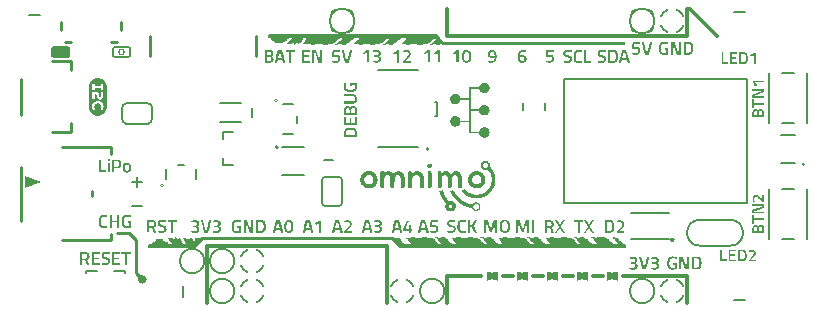
<source format=gto>
G04 Layer: TopSilkscreenLayer*
G04 EasyEDA Pro v2.2.40.8, 2025-11-29 03:04:21*
G04 Gerber Generator version 0.3*
G04 Scale: 100 percent, Rotated: No, Reflected: No*
G04 Dimensions in millimeters*
G04 Leading zeros omitted, absolute positions, 4 integers and 5 decimals*
G04 Generated by custom config*
%FSLAX45Y45*%
%MOMM*%
%ADD10C,0.15*%
%ADD11C,0.2*%
%ADD12C,0.3*%
%ADD13C,0.254*%
%ADD14C,0.1*%
%ADD15C,0.127*%
%ADD16C,0.2032*%
%ADD17C,0.2015*%
%ADD18C,0.1999*%
%ADD19C,0.0127*%
%ADD20C,0.29972*%
%ADD21C,0.18001*%
G75*


G04 Image Start*
G36*
G01X3918436Y912581D02*
G01X3913362Y912071D01*
G01X3904987Y912075D01*
G01X3896613Y912077D01*
G01X3887266Y913044D01*
G01X3879534Y914080D01*
G01X3876876Y914566D01*
G01X3874217Y915053D01*
G01X3872043Y915531D01*
G01X3869868Y916010D01*
G01X3867693Y916506D01*
G01X3865519Y917000D01*
G01X3863102Y917763D01*
G01X3860927Y918376D01*
G01X3858752Y918987D01*
G01X3851972Y921174D01*
G01X3847638Y922812D01*
G01X3846188Y923444D01*
G01X3844737Y924077D01*
G01X3842563Y924936D01*
G01X3840388Y925796D01*
G01X3835072Y928401D01*
G01X3829757Y931007D01*
G01X3823599Y934678D01*
G01X3817442Y938349D01*
G01X3811034Y943140D01*
G01X3804626Y947931D01*
G01X3801028Y951143D01*
G01X3797429Y954354D01*
G01X3787324Y964500D01*
G01X3782601Y970283D01*
G01X3777878Y976066D01*
G01X3778090Y976408D01*
G01X3778302Y976751D01*
G01X3781913Y977910D01*
G01X3784813Y979299D01*
G01X3787712Y980688D01*
G01X3790948Y983122D01*
G01X3794185Y985556D01*
G01X3796199Y988073D01*
G01X3798215Y990591D01*
G01X3799654Y993128D01*
G01X3801094Y995664D01*
G01X3801405Y995664D01*
G01X3804704Y991436D01*
G01X3808003Y987210D01*
G01X3813322Y981709D01*
G01X3818641Y976210D01*
G01X3822749Y972747D01*
G01X3826857Y969283D01*
G01X3831037Y966291D01*
G01X3835217Y963297D01*
G01X3839977Y960488D01*
G01X3844737Y957677D01*
G01X3849384Y955433D01*
G01X3854032Y953187D01*
G01X3861653Y950160D01*
G01X3865276Y948995D01*
G01X3868901Y947831D01*
G01X3870351Y947391D01*
G01X3871801Y946950D01*
G01X3876150Y945964D01*
G01X3880499Y944976D01*
G01X3883157Y944501D01*
G01X3885815Y944027D01*
G01X3889924Y943430D01*
G01X3894031Y942832D01*
G01X3916745Y942854D01*
G01X3920369Y943439D01*
G01X3923994Y944025D01*
G01X3926893Y944511D01*
G01X3929793Y944997D01*
G01X3931726Y945414D01*
G01X3933660Y945831D01*
G01X3938493Y946976D01*
G01X3939942Y947403D01*
G01X3941392Y947831D01*
G01X3945017Y948997D01*
G01X3948640Y950162D01*
G01X3951260Y951196D01*
G01X3953878Y952231D01*
G01X3956093Y953222D01*
G01X3958306Y954214D01*
G01X3959997Y954995D01*
G01X3961689Y955776D01*
G01X3966038Y958155D01*
G01X3970387Y960535D01*
G01X3981967Y968243D01*
G01X3985594Y971203D01*
G01X3989221Y974164D01*
G01X3994329Y979236D01*
G01X3999439Y984310D01*
G01X4001364Y986484D01*
G01X4003290Y988659D01*
G01X4006204Y992524D01*
G01X4009120Y996390D01*
G01X4013247Y1002508D01*
G01X4015518Y1006454D01*
G01X4017789Y1010401D01*
G01X4019513Y1014025D01*
G01X4021237Y1017648D01*
G01X4022079Y1019581D01*
G01X4022921Y1021513D01*
G01X4023311Y1022480D01*
G01X4023700Y1023447D01*
G01X4024521Y1025621D01*
G01X4025343Y1027795D01*
G01X4026279Y1030695D01*
G01X4027216Y1033593D01*
G01X4028174Y1037217D01*
G01X4029133Y1040840D01*
G01X4030484Y1047605D01*
G01X4030991Y1050987D01*
G01X4031497Y1054369D01*
G01X4031992Y1058750D01*
G01X4032488Y1063132D01*
G01X4032488Y1076431D01*
G01X4031998Y1081103D01*
G01X4031507Y1085774D01*
G01X4030994Y1089157D01*
G01X4030481Y1092540D01*
G01X4030035Y1094593D01*
G01X4029589Y1096646D01*
G01X4029074Y1098941D01*
G01X4028561Y1101237D01*
G01X4028033Y1103169D01*
G01X4027507Y1105102D01*
G01X4025931Y1109933D01*
G01X4024356Y1114765D01*
G01X4023313Y1117407D01*
G01X4022271Y1120048D01*
G01X4016813Y1131193D01*
G01X4014911Y1134333D01*
G01X4013009Y1137474D01*
G01X4010225Y1141621D01*
G01X4007441Y1145768D01*
G01X4004547Y1149352D01*
G01X4001652Y1152935D01*
G01X3998386Y1156686D01*
G01X3996468Y1155737D01*
G01X3994551Y1154786D01*
G01X3990926Y1153632D01*
G01X3987303Y1152476D01*
G01X3972804Y1152492D01*
G01X3969179Y1153615D01*
G01X3965556Y1154737D01*
G01X3962379Y1156336D01*
G01X3959202Y1157934D01*
G01X3956820Y1159718D01*
G01X3954440Y1161501D01*
G01X3949282Y1166947D01*
G01X3947938Y1168879D01*
G01X3946594Y1170812D01*
G01X3943730Y1176610D01*
G01X3942574Y1180234D01*
G01X3941419Y1183858D01*
G01X3941442Y1190863D01*
G01X3941453Y1194086D01*
G01X3958065Y1194086D01*
G01X3958065Y1188495D01*
G01X3958766Y1185801D01*
G01X3959469Y1183106D01*
G01X3960749Y1180754D01*
G01X3962030Y1178401D01*
G01X3963477Y1176647D01*
G01X3964923Y1174892D01*
G01X3967691Y1173012D01*
G01X3970461Y1171132D01*
G01X3970461Y1171132D01*
G01X3973525Y1170127D01*
G01X3976588Y1169121D01*
G01X3983519Y1169121D01*
G01X3986582Y1170127D01*
G01X3989646Y1171132D01*
G01X3995080Y1174822D01*
G01X3998698Y1179237D01*
G01X3999910Y1181881D01*
G01X4001120Y1184525D01*
G01X4002090Y1190550D01*
G01X4001781Y1193243D01*
G01X4001473Y1195936D01*
G01X4000921Y1197628D01*
G01X4000371Y1199319D01*
G01X3999466Y1201010D01*
G01X3998561Y1202702D01*
G01X3995518Y1206716D01*
G01X3992964Y1208574D01*
G01X3990409Y1210432D01*
G01X3987647Y1211458D01*
G01X3984886Y1212483D01*
G01X3982228Y1212677D01*
G01X3979570Y1212871D01*
G01X3976911Y1212559D01*
G01X3974254Y1212246D01*
G01X3972080Y1211377D01*
G01X3969905Y1210508D01*
G01X3967971Y1209200D01*
G01X3966038Y1207893D01*
G01X3963795Y1205494D01*
G01X3961551Y1203095D01*
G01X3960825Y1201690D01*
G01X3960099Y1200286D01*
G01X3958065Y1194086D01*
G01X3941453Y1194086D01*
G01X3941465Y1197870D01*
G01X3942990Y1203184D01*
G01X3943552Y1204626D01*
G01X3944112Y1206069D01*
G01X3944899Y1207767D01*
G01X3945684Y1209466D01*
G01X3949932Y1215982D01*
G01X3953807Y1219582D01*
G01X3957683Y1223180D01*
G01X3961377Y1225091D01*
G01X3965072Y1227000D01*
G01X3968213Y1227993D01*
G01X3971354Y1228985D01*
G01X3973529Y1229434D01*
G01X3975704Y1229884D01*
G01X3983378Y1230000D01*
G01X3986306Y1229449D01*
G01X3989235Y1228896D01*
G01X3992135Y1227941D01*
G01X3995035Y1226986D01*
G01X3998901Y1224997D01*
G01X4002767Y1223007D01*
G01X4011540Y1214297D01*
G01X4013243Y1211374D01*
G01X4014947Y1208451D01*
G01X4016201Y1205315D01*
G01X4017456Y1202178D01*
G01X4018254Y1198333D01*
G01X4019050Y1194487D01*
G01X4018495Y1184340D01*
G01X4018190Y1182277D01*
G01X4017887Y1180213D01*
G01X4021305Y1176615D01*
G01X4024724Y1173016D01*
G01X4028651Y1168088D01*
G01X4032577Y1163162D01*
G01X4036306Y1157565D01*
G01X4040035Y1151969D01*
G01X4042284Y1148037D01*
G01X4044533Y1144104D01*
G01X4047115Y1138856D01*
G01X4049697Y1133609D01*
G01X4051533Y1129018D01*
G01X4053369Y1124429D01*
G01X4054821Y1120080D01*
G01X4056273Y1115731D01*
G01X4057068Y1112833D01*
G01X4058072Y1108967D01*
G01X4059077Y1105102D01*
G01X4060521Y1097854D01*
G01X4060979Y1095197D01*
G01X4061436Y1092540D01*
G01X4062059Y1087949D01*
G01X4062683Y1083360D01*
G01X4062683Y1056302D01*
G01X4061436Y1047121D01*
G01X4060979Y1044464D01*
G01X4060521Y1041807D01*
G01X4059799Y1038183D01*
G01X4059077Y1034560D01*
G01X4058072Y1030695D01*
G01X4057068Y1026829D01*
G01X4056670Y1025379D01*
G01X4056273Y1023929D01*
G01X4054819Y1019581D01*
G01X4053366Y1015233D01*
G01X4051829Y1011368D01*
G01X4050293Y1007502D01*
G01X4047232Y1001188D01*
G01X4044172Y994872D01*
G01X4041633Y990557D01*
G01X4039094Y986243D01*
G01X4036186Y981895D01*
G01X4033277Y977546D01*
G01X4030869Y974406D01*
G01X4028460Y971264D01*
G01X4024410Y966584D01*
G01X4020358Y961904D01*
G01X4008000Y950006D01*
G01X4002967Y946077D01*
G01X3997934Y942150D01*
G01X3992800Y938722D01*
G01X3987664Y935295D01*
G01X3983375Y932817D01*
G01X3979087Y930337D01*
G01X3968455Y925206D01*
G01X3960723Y922126D01*
G01X3957581Y921019D01*
G01X3954440Y919910D01*
G01X3951057Y918889D01*
G01X3947675Y917867D01*
G01X3945862Y917388D01*
G01X3944050Y916909D01*
G01X3942237Y916430D01*
G01X3940425Y915953D01*
G01X3930276Y914070D01*
G01X3926893Y913581D01*
G01X3923511Y913091D01*
G01X3918436Y912581D01*
G37*
G36*
G01X3906838Y805492D02*
G01X3903213Y804833D01*
G01X3898864Y804833D01*
G01X3891615Y806150D01*
G01X3886782Y807826D01*
G01X3884849Y808803D01*
G01X3882916Y809782D01*
G01X3880258Y811586D01*
G01X3877600Y813392D01*
G01X3872603Y818687D01*
G01X3870923Y821311D01*
G01X3869244Y823937D01*
G01X3868154Y826257D01*
G01X3867062Y828576D01*
G01X3866532Y828718D01*
G01X3866002Y828860D01*
G01X3862618Y829424D01*
G01X3859236Y829988D01*
G01X3857302Y830400D01*
G01X3855370Y830811D01*
G01X3850054Y831912D01*
G01X3848362Y832341D01*
G01X3846671Y832772D01*
G01X3842563Y833839D01*
G01X3838456Y834905D01*
G01X3835314Y835861D01*
G01X3832173Y836816D01*
G01X3822507Y840025D01*
G01X3820352Y840810D01*
G01X3875949Y840810D01*
G01X3876634Y836945D01*
G01X3877318Y833080D01*
G01X3880853Y826114D01*
G01X3883576Y823523D01*
G01X3886299Y820932D01*
G01X3888669Y819548D01*
G01X3891038Y818164D01*
G01X3891038Y818164D01*
G01X3893697Y817288D01*
G01X3896356Y816411D01*
G01X3905722Y816411D01*
G01X3908381Y817288D01*
G01X3911038Y818164D01*
G01X3913409Y819548D01*
G01X3915779Y820932D01*
G01X3918598Y823615D01*
G01X3921417Y826297D01*
G01X3923255Y830171D01*
G01X3925093Y834045D01*
G01X3925641Y837669D01*
G01X3926191Y841293D01*
G01X3925675Y844192D01*
G01X3925160Y847091D01*
G01X3924649Y848541D01*
G01X3924139Y849990D01*
G01X3922859Y852626D01*
G01X3921577Y855260D01*
G01X3918436Y858450D01*
G01X3915295Y861639D01*
G01X3912582Y862945D01*
G01X3909870Y864250D01*
G01X3907508Y864967D01*
G01X3905147Y865682D01*
G01X3901038Y865645D01*
G01X3896931Y865607D01*
G01X3894698Y864991D01*
G01X3892464Y864376D01*
G01X3889623Y863007D01*
G01X3886782Y861639D01*
G01X3883641Y858450D01*
G01X3880499Y855260D01*
G01X3879219Y852626D01*
G01X3877939Y849990D01*
G01X3877441Y848541D01*
G01X3876942Y847091D01*
G01X3876446Y843950D01*
G01X3875949Y840810D01*
G01X3820352Y840810D01*
G01X3814607Y842904D01*
G01X3813000Y843613D01*
G01X3811393Y844321D01*
G01X3809102Y845344D01*
G01X3806812Y846366D01*
G01X3806245Y846366D01*
G01X3798187Y850332D01*
G01X3790128Y854299D01*
G01X3784571Y857498D01*
G01X3779013Y860697D01*
G01X3775631Y862780D01*
G01X3772247Y864862D01*
G01X3768623Y867297D01*
G01X3764998Y869732D01*
G01X3760407Y873127D01*
G01X3755816Y876521D01*
G01X3752191Y879438D01*
G01X3748568Y882356D01*
G01X3747139Y883567D01*
G01X3745711Y884778D01*
G01X3743273Y886941D01*
G01X3740835Y889103D01*
G01X3726970Y902655D01*
G01X3717138Y913767D01*
G01X3714458Y917150D01*
G01X3711778Y920533D01*
G01X3709357Y923673D01*
G01X3706936Y926814D01*
G01X3702007Y934186D01*
G01X3697077Y941560D01*
G01X3696183Y943125D01*
G01X3695290Y944691D01*
G01X3690211Y953387D01*
G01X3686918Y959910D01*
G01X3683624Y966433D01*
G01X3682212Y969574D01*
G01X3680800Y972714D01*
G01X3680487Y973714D01*
G01X3680174Y974715D01*
G01X3689609Y975999D01*
G01X3692508Y976934D01*
G01X3695407Y977870D01*
G01X3698307Y979329D01*
G01X3701207Y980788D01*
G01X3703390Y982387D01*
G01X3705574Y983986D01*
G01X3706486Y984993D01*
G01X3707397Y986002D01*
G01X3708697Y986002D01*
G01X3708697Y984681D01*
G01X3713938Y974349D01*
G01X3719179Y964018D01*
G01X3721259Y960635D01*
G01X3723340Y957253D01*
G01X3727669Y950769D01*
G01X3732000Y944286D01*
G01X3734442Y941106D01*
G01X3736885Y937926D01*
G01X3746129Y926836D01*
G01X3753147Y919788D01*
G01X3760166Y912740D01*
G01X3762591Y910596D01*
G01X3765016Y908453D01*
G01X3770798Y903551D01*
G01X3776596Y899199D01*
G01X3782396Y894845D01*
G01X3786077Y892378D01*
G01X3789757Y889909D01*
G01X3794086Y887285D01*
G01X3798417Y884659D01*
G01X3801169Y883129D01*
G01X3803922Y881598D01*
G01X3809106Y878992D01*
G01X3814292Y876385D01*
G01X3817566Y874905D01*
G01X3820840Y873424D01*
G01X3821310Y873424D01*
G01X3823600Y872409D01*
G01X3825890Y871394D01*
G01X3826857Y871004D01*
G01X3827823Y870614D01*
G01X3832173Y868974D01*
G01X3838697Y866852D01*
G01X3845221Y864729D01*
G01X3846671Y864283D01*
G01X3848121Y863836D01*
G01X3860686Y860879D01*
G01X3862861Y860397D01*
G01X3865035Y859915D01*
G01X3869918Y859312D01*
G01X3872392Y862703D01*
G01X3874866Y866092D01*
G01X3877998Y868675D01*
G01X3881131Y871258D01*
G01X3887266Y874274D01*
G01X3890165Y875254D01*
G01X3893065Y876235D01*
G01X3897052Y876789D01*
G01X3901038Y877341D01*
G01X3905026Y876789D01*
G01X3909013Y876235D01*
G01X3914812Y874337D01*
G01X3917711Y872855D01*
G01X3920612Y871372D01*
G01X3923027Y869529D01*
G01X3925443Y867685D01*
G01X3928952Y864002D01*
G01X3930965Y861013D01*
G01X3932977Y858025D01*
G01X3934219Y854974D01*
G01X3935462Y851922D01*
G01X3936132Y849362D01*
G01X3936800Y846802D01*
G01X3936800Y835300D01*
G01X3935441Y830180D01*
G01X3935120Y829214D01*
G01X3934799Y828248D01*
G01X3932792Y824245D01*
G01X3930787Y820243D01*
G01X3927693Y816855D01*
G01X3924599Y813466D01*
G01X3921880Y811623D01*
G01X3919161Y809782D01*
G01X3917228Y808803D01*
G01X3915295Y807826D01*
G01X3912879Y806988D01*
G01X3910463Y806150D01*
G01X3906838Y805492D01*
G37*
G36*
G01X3203922Y1001044D02*
G01X3201506Y999972D01*
G01X3199089Y998898D01*
G01X3192675Y998938D01*
G01X3186261Y998977D01*
G01X3181318Y1000617D01*
G01X3179400Y1002350D01*
G01X3177483Y1004083D01*
G01X3176502Y1006536D01*
G01X3175836Y1009918D01*
G01X3175169Y1013300D01*
G01X3175160Y1046397D01*
G01X3175151Y1079494D01*
G01X3174468Y1083657D01*
G01X3173786Y1087819D01*
G01X3172512Y1091610D01*
G01X3171240Y1095401D01*
G01X3169050Y1098694D01*
G01X3166861Y1101986D01*
G01X3162509Y1105309D01*
G01X3159777Y1106379D01*
G01X3157046Y1107448D01*
G01X3151004Y1107419D01*
G01X3144963Y1107390D01*
G01X3142407Y1106401D01*
G01X3139851Y1105412D01*
G01X3137574Y1104091D01*
G01X3135298Y1102768D01*
G01X3129856Y1097121D01*
G01X3128139Y1093853D01*
G01X3126421Y1090587D01*
G01X3125724Y1088422D01*
G01X3125027Y1086258D01*
G01X3124500Y1084084D01*
G01X3123973Y1081909D01*
G01X3123474Y1076939D01*
G01X3122975Y1071967D01*
G01X3122967Y1040701D01*
G01X3122960Y1009435D01*
G01X3122352Y1007502D01*
G01X3121743Y1005569D01*
G01X3120098Y1002522D01*
G01X3118280Y1001389D01*
G01X3116461Y1000255D01*
G01X3114522Y999658D01*
G01X3112584Y999061D01*
G01X3106054Y999054D01*
G01X3099522Y999047D01*
G01X3096910Y1000001D01*
G01X3094297Y1000956D01*
G01X3092896Y1002296D01*
G01X3091495Y1003636D01*
G01X3090865Y1005087D01*
G01X3090234Y1006536D01*
G01X3089146Y1011683D01*
G01X3089164Y1070230D01*
G01X3089180Y1128777D01*
G01X3090554Y1134530D01*
G01X3092379Y1136990D01*
G01X3096303Y1139766D01*
G01X3099369Y1140375D01*
G01X3102436Y1140982D01*
G01X3105674Y1141040D01*
G01X3108913Y1141098D01*
G01X3114034Y1140058D01*
G01X3115582Y1139358D01*
G01X3117129Y1138658D01*
G01X3118545Y1137467D01*
G01X3119959Y1136277D01*
G01X3120831Y1134459D01*
G01X3121704Y1132642D01*
G01X3122080Y1129985D01*
G01X3122457Y1127327D01*
G01X3121682Y1124536D01*
G01X3120907Y1121744D01*
G01X3121186Y1121466D01*
G01X3121465Y1121186D01*
G01X3123039Y1123049D01*
G01X3124612Y1124911D01*
G01X3127251Y1127478D01*
G01X3129892Y1130045D01*
G01X3132595Y1132117D01*
G01X3135298Y1134189D01*
G01X3138923Y1136143D01*
G01X3142547Y1138098D01*
G01X3145447Y1139041D01*
G01X3148346Y1139984D01*
G01X3150649Y1140541D01*
G01X3152951Y1141098D01*
G01X3158623Y1141097D01*
G01X3164294Y1141097D01*
G01X3167804Y1140365D01*
G01X3171313Y1139633D01*
G01X3173603Y1138871D01*
G01X3175892Y1138110D01*
G01X3182272Y1134953D01*
G01X3185123Y1132866D01*
G01X3187975Y1130780D01*
G01X3191067Y1127604D01*
G01X3194159Y1124429D01*
G01X3196537Y1121046D01*
G01X3198914Y1117664D01*
G01X3199662Y1116094D01*
G01X3200408Y1114523D01*
G01X3201227Y1114523D01*
G01X3204173Y1118439D01*
G01X3207119Y1122356D01*
G01X3208894Y1124358D01*
G01X3210668Y1126361D01*
G01X3213337Y1128947D01*
G01X3216005Y1131532D01*
G01X3218720Y1133391D01*
G01X3221437Y1135250D01*
G01X3224279Y1136679D01*
G01X3227119Y1138106D01*
G01X3229535Y1138929D01*
G01X3231952Y1139752D01*
G01X3235093Y1140425D01*
G01X3238235Y1141098D01*
G01X3244759Y1141097D01*
G01X3251283Y1141097D01*
G01X3254810Y1140361D01*
G01X3258338Y1139626D01*
G01X3261925Y1138421D01*
G01X3265514Y1137217D01*
G01X3268546Y1135458D01*
G01X3271580Y1133698D01*
G01X3274649Y1131278D01*
G01X3277719Y1128858D01*
G01X3280994Y1124789D01*
G01X3284269Y1120720D01*
G01X3284915Y1119434D01*
G01X3285560Y1118147D01*
G01X3287133Y1115731D01*
G01X3290725Y1107284D01*
G01X3291855Y1103293D01*
G01X3292984Y1099304D01*
G01X3293994Y1094472D01*
G01X3294496Y1091332D01*
G01X3295000Y1088190D01*
G01X3295985Y1078251D01*
G01X3295985Y1012623D01*
G01X3295471Y1010063D01*
G01X3294957Y1007502D01*
G01X3294430Y1006052D01*
G01X3293901Y1004603D01*
G01X3292185Y1002788D01*
G01X3290467Y1000973D01*
G01X3287892Y1000010D01*
G01X3285317Y999047D01*
G01X3272658Y999047D01*
G01X3270669Y999624D01*
G01X3268681Y1000201D01*
G01X3266873Y1001318D01*
G01X3265066Y1002435D01*
G01X3262604Y1006155D01*
G01X3262081Y1008761D01*
G01X3261560Y1011368D01*
G01X3261206Y1047605D01*
G01X3260854Y1083842D01*
G01X3260332Y1086017D01*
G01X3259812Y1088190D01*
G01X3258999Y1090606D01*
G01X3258186Y1093022D01*
G01X3256749Y1096017D01*
G01X3255314Y1099013D01*
G01X3252815Y1101613D01*
G01X3250316Y1104212D01*
G01X3246934Y1105848D01*
G01X3243550Y1107483D01*
G01X3237752Y1107480D01*
G01X3231952Y1107477D01*
G01X3230019Y1106851D01*
G01X3228086Y1106225D01*
G01X3225911Y1105253D01*
G01X3223737Y1104280D01*
G01X3221232Y1102362D01*
G01X3218728Y1100445D01*
G01X3214955Y1095438D01*
G01X3213421Y1092218D01*
G01X3211886Y1088999D01*
G01X3210850Y1085212D01*
G01X3209815Y1081426D01*
G01X3209153Y1009435D01*
G01X3208452Y1007744D01*
G01X3207753Y1006052D01*
G01X3206189Y1003154D01*
G01X3205056Y1002100D01*
G01X3203922Y1001044D01*
G37*
G36*
G01X3685259Y999288D02*
G01X3672210Y998967D01*
G01X3670278Y999521D01*
G01X3668344Y1000074D01*
G01X3665445Y1001395D01*
G01X3664174Y1002758D01*
G01X3662905Y1004120D01*
G01X3661644Y1006536D01*
G01X3661033Y1009918D01*
G01X3660421Y1013300D01*
G01X3660353Y1079977D01*
G01X3659641Y1083842D01*
G01X3658930Y1087708D01*
G01X3658499Y1089398D01*
G01X3658068Y1091090D01*
G01X3656929Y1093989D01*
G01X3654434Y1099109D01*
G01X3652261Y1101525D01*
G01X3650089Y1103942D01*
G01X3648101Y1104985D01*
G01X3646114Y1106029D01*
G01X3644422Y1106703D01*
G01X3642731Y1107378D01*
G01X3636932Y1107448D01*
G01X3631133Y1107517D01*
G01X3628716Y1106825D01*
G01X3626300Y1106131D01*
G01X3621580Y1103542D01*
G01X3619227Y1101516D01*
G01X3616875Y1099490D01*
G01X3614885Y1096561D01*
G01X3612895Y1093631D01*
G01X3611678Y1090670D01*
G01X3610461Y1087708D01*
G01X3610029Y1086017D01*
G01X3609597Y1084325D01*
G01X3608903Y1079736D01*
G01X3608208Y1075145D01*
G01X3608177Y1010067D01*
G01X3607387Y1007334D01*
G01X3606597Y1004603D01*
G01X3604608Y1002615D01*
G01X3602620Y1000626D01*
G01X3597156Y999047D01*
G01X3585334Y999047D01*
G01X3583345Y999616D01*
G01X3581356Y1000184D01*
G01X3577543Y1002672D01*
G01X3576602Y1004282D01*
G01X3575662Y1005893D01*
G01X3575022Y1008872D01*
G01X3574383Y1011851D01*
G01X3574383Y1128294D01*
G01X3575006Y1131193D01*
G01X3575631Y1134091D01*
G01X3576187Y1135127D01*
G01X3576743Y1136161D01*
G01X3578298Y1137470D01*
G01X3579851Y1138777D01*
G01X3581087Y1139284D01*
G01X3582322Y1139789D01*
G01X3585222Y1140397D01*
G01X3588122Y1141003D01*
G01X3593921Y1141064D01*
G01X3596820Y1140436D01*
G01X3599721Y1139809D01*
G01X3603103Y1138055D01*
G01X3604231Y1136798D01*
G01X3605359Y1135541D01*
G01X3606285Y1133447D01*
G01X3607210Y1131354D01*
G01X3607210Y1125089D01*
G01X3606380Y1123462D01*
G01X3606079Y1121771D01*
G01X3605777Y1120080D01*
G01X3607018Y1121529D01*
G01X3608258Y1122978D01*
G01X3611480Y1126321D01*
G01X3614701Y1129664D01*
G01X3618335Y1132360D01*
G01X3621968Y1135058D01*
G01X3625343Y1136688D01*
G01X3628716Y1138317D01*
G01X3629683Y1138740D01*
G01X3630650Y1139164D01*
G01X3634516Y1140124D01*
G01X3638382Y1141083D01*
G01X3643668Y1141090D01*
G01X3648956Y1141098D01*
G01X3651885Y1140538D01*
G01X3654813Y1139978D01*
G01X3658344Y1138840D01*
G01X3661876Y1137703D01*
G01X3664385Y1136444D01*
G01X3666895Y1135184D01*
G01X3672693Y1131073D01*
G01X3679960Y1123462D01*
G01X3682852Y1118999D01*
G01X3685743Y1114538D01*
G01X3686225Y1114538D01*
G01X3686725Y1114893D01*
G01X3687225Y1115248D01*
G01X3689467Y1118389D01*
G01X3691708Y1121529D01*
G01X3694825Y1125037D01*
G01X3697942Y1128544D01*
G01X3701404Y1131365D01*
G01X3704867Y1134188D01*
G01X3708594Y1136141D01*
G01X3712322Y1138097D01*
G01X3714612Y1138864D01*
G01X3716902Y1139633D01*
G01X3723920Y1141097D01*
G01X3735518Y1141097D01*
G01X3739143Y1140377D01*
G01X3742768Y1139656D01*
G01X3744459Y1139229D01*
G01X3746151Y1138802D01*
G01X3748739Y1137762D01*
G01X3751328Y1136723D01*
G01X3755816Y1134239D01*
G01X3758265Y1132362D01*
G01X3760713Y1130487D01*
G01X3763854Y1127216D01*
G01X3766996Y1123945D01*
G01X3769156Y1120563D01*
G01X3771317Y1117181D01*
G01X3772576Y1114523D01*
G01X3773835Y1111866D01*
G01X3774572Y1110175D01*
G01X3775309Y1108484D01*
G01X3776273Y1105585D01*
G01X3777238Y1102686D01*
G01X3778833Y1096100D01*
G01X3779783Y1090606D01*
G01X3780479Y1083360D01*
G01X3781176Y1076112D01*
G01X3781156Y1044705D01*
G01X3781137Y1013300D01*
G01X3780526Y1009918D01*
G01X3779914Y1006536D01*
G01X3778653Y1004120D01*
G01X3777383Y1002758D01*
G01X3776113Y1001395D01*
G01X3773214Y1000108D01*
G01X3769928Y999047D01*
G01X3758381Y999047D01*
G01X3755812Y999794D01*
G01X3753242Y1000540D01*
G01X3749449Y1003288D01*
G01X3748292Y1005636D01*
G01X3747135Y1007985D01*
G01X3746823Y1044705D01*
G01X3746512Y1081426D01*
G01X3745720Y1084935D01*
G01X3744928Y1088444D01*
G01X3744188Y1090733D01*
G01X3743450Y1093022D01*
G01X3741926Y1096142D01*
G01X3740401Y1099261D01*
G01X3737960Y1101770D01*
G01X3735518Y1104279D01*
G01X3733083Y1105534D01*
G01X3730647Y1106788D01*
G01X3727766Y1107329D01*
G01X3724887Y1107870D01*
G01X3716429Y1107339D01*
G01X3713409Y1106273D01*
G01X3710389Y1105207D01*
G01X3706039Y1102304D01*
G01X3704420Y1100804D01*
G01X3702801Y1099304D01*
G01X3701006Y1096646D01*
G01X3699210Y1093989D01*
G01X3698242Y1091814D01*
G01X3697273Y1089641D01*
G01X3696019Y1085292D01*
G01X3694990Y1082393D01*
G01X3694664Y1046397D01*
G01X3694340Y1010401D01*
G01X3693540Y1008015D01*
G01X3692741Y1005627D01*
G01X3691939Y1004391D01*
G01X3691138Y1003154D01*
G01X3689889Y1002066D01*
G01X3688642Y1000978D01*
G01X3686951Y1000134D01*
G01X3685259Y999288D01*
G37*
G36*
G01X3687192Y800000D02*
G01X3681392Y800000D01*
G01X3677526Y800711D01*
G01X3673660Y801423D01*
G01X3670278Y802277D01*
G01X3667689Y803317D01*
G01X3665100Y804358D01*
G01X3662856Y805603D01*
G01X3660612Y806849D01*
G01X3654767Y811004D01*
G01X3651811Y814164D01*
G01X3648855Y817323D01*
G01X3647428Y819403D01*
G01X3646001Y821484D01*
G01X3644775Y823899D01*
G01X3643550Y826315D01*
G01X3642835Y828006D01*
G01X3642119Y829697D01*
G01X3641132Y832596D01*
G01X3639832Y837428D01*
G01X3639860Y844917D01*
G01X3639869Y847189D01*
G01X3668103Y847189D01*
G01X3668103Y842651D01*
G01X3668998Y839938D01*
G01X3669893Y837225D01*
G01X3671535Y835073D01*
G01X3673177Y832920D01*
G01X3675352Y831506D01*
G01X3677526Y830092D01*
G01X3677526Y830092D01*
G01X3679169Y829532D01*
G01X3680812Y828972D01*
G01X3687675Y828987D01*
G01X3689366Y829584D01*
G01X3691058Y830180D01*
G01X3692749Y831235D01*
G01X3694441Y832291D01*
G01X3695978Y833893D01*
G01X3697515Y835495D01*
G01X3698838Y838141D01*
G01X3700159Y840787D01*
G01X3700150Y844906D01*
G01X3700141Y849024D01*
G01X3699000Y851440D01*
G01X3697861Y853856D01*
G01X3695412Y856318D01*
G01X3692961Y858780D01*
G01X3690179Y859820D01*
G01X3687398Y860861D01*
G01X3684153Y860836D01*
G01X3680910Y860811D01*
G01X3678397Y859845D01*
G01X3675885Y858880D01*
G01X3673542Y856774D01*
G01X3671199Y854667D01*
G01X3670175Y852570D01*
G01X3669151Y850473D01*
G01X3668627Y848830D01*
G01X3668103Y847189D01*
G01X3639869Y847189D01*
G01X3639890Y852406D01*
G01X3640945Y856130D01*
G01X3641999Y859852D01*
G01X3644422Y865330D01*
G01X3644422Y866536D01*
G01X3642127Y869450D01*
G01X3639832Y872363D01*
G01X3635121Y878820D01*
G01X3629723Y886872D01*
G01X3624327Y894925D01*
G01X3620906Y900722D01*
G01X3617486Y906521D01*
G01X3615972Y909178D01*
G01X3614459Y911835D01*
G01X3609480Y921741D01*
G01X3604502Y931645D01*
G01X3603137Y934786D01*
G01X3601770Y937926D01*
G01X3600910Y939859D01*
G01X3600049Y941791D01*
G01X3598015Y946865D01*
G01X3595980Y951938D01*
G01X3594559Y955803D01*
G01X3593136Y959668D01*
G01X3591050Y965950D01*
G01X3588964Y972231D01*
G01X3588654Y973560D01*
G01X3588345Y974888D01*
G01X3592991Y974888D01*
G01X3598530Y975606D01*
G01X3604070Y976322D01*
G01X3605761Y976753D01*
G01X3607453Y977184D01*
G01X3609873Y978157D01*
G01X3612293Y979130D01*
G01X3614346Y980201D01*
G01X3616398Y981270D01*
G01X3616665Y981703D01*
G01X3616933Y982136D01*
G01X3617725Y982136D01*
G01X3618246Y980807D01*
G01X3618767Y979479D01*
G01X3620445Y974380D01*
G01X3622123Y969283D01*
G01X3622927Y967134D01*
G01X3623732Y964983D01*
G01X3624125Y964018D01*
G01X3624517Y963051D01*
G01X3626095Y958944D01*
G01X3627674Y954837D01*
G01X3628745Y952422D01*
G01X3629816Y950006D01*
G01X3630889Y947590D01*
G01X3631961Y945174D01*
G01X3635480Y937926D01*
G01X3639001Y930679D01*
G01X3642237Y924881D01*
G01X3645474Y919083D01*
G01X3648148Y914734D01*
G01X3650989Y910145D01*
G01X3653829Y905554D01*
G01X3655992Y902414D01*
G01X3658155Y899273D01*
G01X3662328Y893475D01*
G01X3664199Y890798D01*
G01X3666068Y888121D01*
G01X3667610Y886841D01*
G01X3668944Y887084D01*
G01X3670278Y887327D01*
G01X3672936Y888044D01*
G01X3675594Y888761D01*
G01X3680007Y889341D01*
G01X3684421Y889920D01*
G01X3688464Y889380D01*
G01X3692508Y888838D01*
G01X3694683Y888330D01*
G01X3696857Y887821D01*
G01X3699999Y886621D01*
G01X3703140Y885419D01*
G01X3706271Y883734D01*
G01X3709403Y882049D01*
G01X3712633Y879407D01*
G01X3715862Y876765D01*
G01X3717959Y874301D01*
G01X3720054Y871836D01*
G01X3721691Y869410D01*
G01X3723328Y866984D01*
G01X3724656Y864044D01*
G01X3725985Y861102D01*
G01X3727597Y856325D01*
G01X3728296Y852675D01*
G01X3728994Y849024D01*
G01X3728994Y840327D01*
G01X3728288Y836945D01*
G01X3727582Y833563D01*
G01X3726638Y830607D01*
G01X3725693Y827650D01*
G01X3724378Y825050D01*
G01X3723061Y822449D01*
G01X3721110Y819551D01*
G01X3719158Y816652D01*
G01X3715740Y813238D01*
G01X3712322Y809825D01*
G01X3707941Y806845D01*
G01X3705713Y805601D01*
G01X3703485Y804358D01*
G01X3700896Y803317D01*
G01X3698307Y802277D01*
G01X3694924Y801423D01*
G01X3691058Y800711D01*
G01X3687192Y800000D01*
G37*
G36*
G01X3913845Y996989D02*
G01X3897415Y996989D01*
G01X3894514Y997573D01*
G01X3891615Y998157D01*
G01X3889440Y998661D01*
G01X3887266Y999165D01*
G01X3882916Y1000605D01*
G01X3878567Y1002046D01*
G01X3874459Y1004010D01*
G01X3870351Y1005973D01*
G01X3864833Y1009614D01*
G01X3859314Y1013254D01*
G01X3848496Y1023929D01*
G01X3845867Y1027553D01*
G01X3843238Y1031177D01*
G01X3841740Y1033835D01*
G01X3840240Y1036492D01*
G01X3839315Y1038183D01*
G01X3838391Y1039875D01*
G01X3837048Y1043256D01*
G01X3835704Y1046639D01*
G01X3835086Y1048571D01*
G01X3834467Y1050504D01*
G01X3833963Y1052678D01*
G01X3833458Y1054852D01*
G01X3832867Y1057752D01*
G01X3832276Y1060650D01*
G01X3832269Y1069589D01*
G01X3832269Y1070313D01*
G01X3866260Y1070313D01*
G01X3866260Y1067898D01*
G01X3866932Y1063549D01*
G01X3867603Y1059201D01*
G01X3869235Y1054369D01*
G01X3870685Y1051470D01*
G01X3872133Y1048571D01*
G01X3873396Y1046880D01*
G01X3874660Y1045189D01*
G01X3877338Y1042339D01*
G01X3880016Y1039487D01*
G01X3883477Y1037213D01*
G01X3886937Y1034939D01*
G01X3893549Y1032280D01*
G01X3896206Y1031552D01*
G01X3896206Y1031552D01*
G01X3898864Y1030823D01*
G01X3905388Y1030830D01*
G01X3911912Y1030838D01*
G01X3920934Y1033832D01*
G01X3924056Y1035579D01*
G01X3927178Y1037324D01*
G01X3929849Y1039499D01*
G01X3932520Y1041674D01*
G01X3935163Y1044877D01*
G01X3937804Y1048080D01*
G01X3939620Y1051707D01*
G01X3941435Y1055336D01*
G01X3942009Y1057268D01*
G01X3942585Y1059201D01*
G01X3943158Y1061375D01*
G01X3943731Y1063549D01*
G01X3943709Y1070556D01*
G01X3943687Y1077561D01*
G01X3942931Y1080218D01*
G01X3942176Y1082876D01*
G01X3941705Y1084416D01*
G01X3941236Y1085955D01*
G01X3937709Y1092663D01*
G01X3932520Y1098952D01*
G01X3929707Y1101114D01*
G01X3926893Y1103277D01*
G01X3921094Y1106195D01*
G01X3918805Y1106970D01*
G01X3916514Y1107744D01*
G01X3909496Y1109208D01*
G01X3904663Y1109164D01*
G01X3899830Y1109121D01*
G01X3898380Y1108752D01*
G01X3896931Y1108382D01*
G01X3894273Y1107778D01*
G01X3891615Y1107175D01*
G01X3884046Y1103407D01*
G01X3881307Y1101282D01*
G01X3878567Y1099155D01*
G01X3876812Y1097297D01*
G01X3875058Y1095438D01*
G01X3873118Y1092540D01*
G01X3871176Y1089641D01*
G01X3870193Y1087466D01*
G01X3869209Y1085292D01*
G01X3868422Y1082896D01*
G01X3867637Y1080501D01*
G01X3866949Y1076615D01*
G01X3866262Y1072729D01*
G01X3866260Y1070313D01*
G01X3832269Y1070313D01*
G01X3832264Y1078528D01*
G01X3832860Y1081426D01*
G01X3833458Y1084325D01*
G01X3834458Y1088674D01*
G01X3835895Y1093022D01*
G01X3837333Y1097371D01*
G01X3839650Y1102024D01*
G01X3841966Y1106677D01*
G01X3844040Y1109755D01*
G01X3846116Y1112833D01*
G01X3848875Y1116229D01*
G01X3851634Y1119626D01*
G01X3855308Y1123069D01*
G01X3858982Y1126510D01*
G01X3864968Y1131010D01*
G01X3868347Y1132983D01*
G01X3871725Y1134955D01*
G01X3875146Y1136530D01*
G01X3878567Y1138104D01*
G01X3882421Y1139393D01*
G01X3886275Y1140681D01*
G01X3891132Y1141696D01*
G01X3894998Y1142299D01*
G01X3898864Y1142903D01*
G01X3904812Y1142967D01*
G01X3910760Y1143030D01*
G01X3914235Y1142524D01*
G01X3917711Y1142020D01*
G01X3920369Y1141510D01*
G01X3923027Y1140999D01*
G01X3932210Y1138137D01*
G01X3937148Y1135789D01*
G01X3942087Y1133440D01*
G01X3950706Y1127538D01*
G01X3954888Y1123626D01*
G01X3959070Y1119715D01*
G01X3961862Y1116273D01*
G01X3964654Y1112833D01*
G01X3967746Y1108287D01*
G01X3970094Y1103795D01*
G01X3972441Y1099304D01*
G01X3973893Y1094956D01*
G01X3975345Y1090606D01*
G01X3975862Y1088433D01*
G01X3976379Y1086258D01*
G01X3976868Y1083842D01*
G01X3977357Y1081426D01*
G01X3978447Y1069137D01*
G01X3977892Y1063686D01*
G01X3977336Y1058235D01*
G01X3976379Y1053403D01*
G01X3975866Y1051229D01*
G01X3975353Y1049055D01*
G01X3974401Y1046156D01*
G01X3973450Y1043256D01*
G01X3972723Y1041565D01*
G01X3971996Y1039875D01*
G01X3970291Y1036495D01*
G01X3968588Y1033116D01*
G01X3966160Y1029489D01*
G01X3963731Y1025863D01*
G01X3960626Y1022173D01*
G01X3957523Y1018484D01*
G01X3953641Y1015167D01*
G01X3949760Y1011851D01*
G01X3946059Y1009381D01*
G01X3942359Y1006911D01*
G01X3938734Y1005006D01*
G01X3935109Y1003102D01*
G01X3931243Y1001626D01*
G01X3927377Y1000150D01*
G01X3925686Y999654D01*
G01X3923994Y999158D01*
G01X3921820Y998657D01*
G01X3919645Y998157D01*
G01X3916745Y997573D01*
G01X3913845Y996989D01*
G37*
G36*
G01X3007232Y998122D02*
G01X3004332Y997551D01*
G01X3001432Y996979D01*
G01X2993163Y996983D01*
G01X2984895Y996985D01*
G01X2982290Y997567D01*
G01X2979686Y998148D01*
G01X2976629Y998870D01*
G01X2973574Y999593D01*
G01X2967963Y1001384D01*
G01X2963254Y1003466D01*
G01X2959940Y1005142D01*
G01X2956626Y1006818D01*
G01X2952932Y1009288D01*
G01X2949240Y1011759D01*
G01X2941507Y1018277D01*
G01X2939571Y1020379D01*
G01X2937635Y1022480D01*
G01X2933689Y1027312D01*
G01X2928871Y1034560D01*
G01X2924895Y1042485D01*
G01X2923462Y1046736D01*
G01X2922031Y1050987D01*
G01X2921020Y1055819D01*
G01X2920511Y1058392D01*
G01X2920002Y1060966D01*
G01X2920011Y1069830D01*
G01X2953932Y1069830D01*
G01X2955157Y1059684D01*
G01X2956796Y1054852D01*
G01X2958747Y1050577D01*
G01X2961089Y1047107D01*
G01X2963430Y1043638D01*
G01X2969537Y1038096D01*
G01X2975910Y1034363D01*
G01X2978522Y1033318D01*
G01X2981136Y1032272D01*
G01X2984035Y1031545D01*
G01X2984035Y1031545D01*
G01X2986934Y1030819D01*
G01X2999017Y1030834D01*
G01X3001715Y1031562D01*
G01X3004414Y1032290D01*
G01X3011766Y1035351D01*
G01X3015057Y1037668D01*
G01X3018347Y1039987D01*
G01X3020790Y1042588D01*
G01X3023233Y1045189D01*
G01X3027106Y1050987D01*
G01X3028675Y1054383D01*
G01X3029236Y1055826D01*
G01X3029796Y1057268D01*
G01X3030553Y1059925D01*
G01X3031309Y1062583D01*
G01X3031352Y1070072D01*
G01X3031395Y1077561D01*
G01X3030745Y1079977D01*
G01X3030094Y1082393D01*
G01X3029601Y1083842D01*
G01X3029106Y1085292D01*
G01X3028146Y1087466D01*
G01X3027186Y1089641D01*
G01X3025247Y1092540D01*
G01X3023307Y1095438D01*
G01X3019313Y1099602D01*
G01X3016898Y1101440D01*
G01X3014481Y1103279D01*
G01X3011823Y1104690D01*
G01X3009164Y1106101D01*
G01X3005782Y1107135D01*
G01X3002399Y1108169D01*
G01X2997251Y1109209D01*
G01X2992334Y1109145D01*
G01X2987418Y1109083D01*
G01X2984759Y1108479D01*
G01X2982101Y1107875D01*
G01X2979686Y1107035D01*
G01X2977269Y1106195D01*
G01X2972436Y1103775D01*
G01X2967603Y1100363D01*
G01X2964704Y1097344D01*
G01X2961805Y1094326D01*
G01X2959842Y1091017D01*
G01X2957880Y1087708D01*
G01X2955856Y1082393D01*
G01X2955340Y1080218D01*
G01X2954822Y1078044D01*
G01X2954376Y1073937D01*
G01X2953932Y1069830D01*
G01X2920011Y1069830D01*
G01X2920019Y1078044D01*
G01X2920731Y1081909D01*
G01X2921442Y1085774D01*
G01X2921930Y1087586D01*
G01X2922418Y1089398D01*
G01X2922837Y1090969D01*
G01X2923258Y1092540D01*
G01X2926837Y1101397D01*
G01X2929215Y1105546D01*
G01X2931594Y1109693D01*
G01X2934200Y1113216D01*
G01X2936805Y1116738D01*
G01X2940606Y1120649D01*
G01X2944407Y1124560D01*
G01X2947306Y1126875D01*
G01X2950206Y1129191D01*
G01X2954073Y1131668D01*
G01X2957939Y1134146D01*
G01X2966154Y1138087D01*
G01X2969053Y1139045D01*
G01X2971952Y1140001D01*
G01X2973886Y1140529D01*
G01X2975819Y1141057D01*
G01X2978235Y1141553D01*
G01X2980652Y1142048D01*
G01X2983552Y1142477D01*
G01X2986451Y1142907D01*
G01X2992287Y1142968D01*
G01X2998123Y1143030D01*
G01X3003160Y1142318D01*
G01X3008199Y1141607D01*
G01X3011963Y1140615D01*
G01X3015729Y1139625D01*
G01X3019797Y1138093D01*
G01X3021488Y1137379D01*
G01X3023179Y1136666D01*
G01X3026480Y1135002D01*
G01X3029781Y1133340D01*
G01X3033971Y1130517D01*
G01X3038161Y1127693D01*
G01X3041580Y1124611D01*
G01X3045001Y1121529D01*
G01X3047804Y1118389D01*
G01X3050608Y1115248D01*
G01X3053365Y1111141D01*
G01X3056122Y1107034D01*
G01X3057560Y1104377D01*
G01X3059000Y1101720D01*
G01X3060346Y1098337D01*
G01X3061693Y1094956D01*
G01X3062302Y1093022D01*
G01X3062910Y1091090D01*
G01X3063439Y1089157D01*
G01X3063968Y1087225D01*
G01X3064279Y1085774D01*
G01X3064589Y1084325D01*
G01X3065265Y1079252D01*
G01X3065941Y1074179D01*
G01X3065942Y1070072D01*
G01X3065942Y1065965D01*
G01X3065213Y1060409D01*
G01X3064484Y1054852D01*
G01X3064041Y1052920D01*
G01X3063597Y1050987D01*
G01X3062666Y1047605D01*
G01X3061789Y1044948D01*
G01X3060911Y1042291D01*
G01X3058170Y1036867D01*
G01X3055430Y1031443D01*
G01X3052594Y1027471D01*
G01X3049759Y1023500D01*
G01X3045410Y1019087D01*
G01X3041060Y1014674D01*
G01X3036807Y1011522D01*
G01X3032554Y1008371D01*
G01X3028949Y1006309D01*
G01X3025343Y1004247D01*
G01X3020396Y1002207D01*
G01X3015447Y1000166D01*
G01X3007232Y998122D01*
G37*
G36*
G01X3453991Y1001040D02*
G01X3451327Y1000043D01*
G01X3448662Y999047D01*
G01X3435395Y999047D01*
G01X3432826Y999985D01*
G01X3430259Y1000923D01*
G01X3429453Y1001556D01*
G01X3428647Y1002187D01*
G01X3428129Y1002671D01*
G01X3427612Y1003154D01*
G01X3426761Y1004454D01*
G01X3425910Y1005754D01*
G01X3425241Y1008561D01*
G01X3424570Y1011368D01*
G01X3424542Y1044948D01*
G01X3424516Y1078528D01*
G01X3423857Y1082152D01*
G01X3423198Y1085774D01*
G01X3421537Y1090606D01*
G01X3420033Y1093506D01*
G01X3418529Y1096405D01*
G01X3415292Y1099628D01*
G01X3412055Y1102850D01*
G01X3408509Y1104521D01*
G01X3404963Y1106193D01*
G01X3400556Y1107244D01*
G01X3395994Y1107548D01*
G01X3391431Y1107852D01*
G01X3387534Y1107348D01*
G01X3383637Y1106842D01*
G01X3381251Y1106068D01*
G01X3378866Y1105293D01*
G01X3372679Y1102202D01*
G01X3369858Y1099620D01*
G01X3367039Y1097037D01*
G01X3362782Y1090606D01*
G01X3361957Y1088190D01*
G01X3361132Y1085774D01*
G01X3360406Y1083360D01*
G01X3359681Y1080944D01*
G01X3359002Y1007502D01*
G01X3358218Y1005811D01*
G01X3357436Y1004120D01*
G01X3355789Y1002534D01*
G01X3354141Y1000949D01*
G01X3351639Y999998D01*
G01X3349135Y999047D01*
G01X3336132Y999047D01*
G01X3330812Y1001037D01*
G01X3327150Y1005196D01*
G01X3326550Y1007444D01*
G01X3325948Y1009690D01*
G01X3325948Y1131313D01*
G01X3326692Y1133420D01*
G01X3327436Y1135528D01*
G01X3330055Y1138284D01*
G01X3331506Y1139050D01*
G01X3332956Y1139816D01*
G01X3335614Y1140408D01*
G01X3338271Y1140999D01*
G01X3346004Y1141064D01*
G01X3348903Y1140436D01*
G01X3351802Y1139809D01*
G01X3354857Y1138219D01*
G01X3356279Y1136494D01*
G01X3357700Y1134770D01*
G01X3358312Y1132223D01*
G01X3358923Y1129675D01*
G01X3358738Y1124274D01*
G01X3358554Y1118872D01*
G01X3359044Y1118889D01*
G01X3359535Y1118908D01*
G01X3362401Y1123462D01*
G01X3364703Y1125913D01*
G01X3367005Y1128365D01*
G01X3370837Y1131123D01*
G01X3374669Y1133882D01*
G01X3378605Y1135831D01*
G01X3382543Y1137781D01*
G01X3386262Y1138886D01*
G01X3389981Y1139993D01*
G01X3392284Y1140545D01*
G01X3394586Y1141098D01*
G01X3408159Y1141098D01*
G01X3412695Y1140104D01*
G01X3415111Y1139590D01*
G01X3417528Y1139076D01*
G01X3420427Y1138089D01*
G01X3423327Y1137103D01*
G01X3429108Y1134206D01*
G01X3432500Y1131978D01*
G01X3435892Y1129749D01*
G01X3439536Y1126276D01*
G01X3443181Y1122801D01*
G01X3445911Y1119010D01*
G01X3448642Y1115219D01*
G01X3451052Y1110401D01*
G01X3453460Y1105585D01*
G01X3455851Y1098337D01*
G01X3456589Y1095197D01*
G01X3457329Y1092056D01*
G01X3457967Y1088674D01*
G01X3458606Y1085292D01*
G01X3458606Y1009435D01*
G01X3457944Y1007160D01*
G01X3457283Y1004885D01*
G01X3455637Y1002962D01*
G01X3453991Y1001040D01*
G37*
G36*
G01X3507173Y998839D02*
G01X3500167Y998805D01*
G01X3495615Y1000127D01*
G01X3491698Y1003480D01*
G01X3491156Y1004491D01*
G01X3490614Y1005504D01*
G01X3489327Y1010884D01*
G01X3489327Y1128294D01*
G01X3490614Y1133674D01*
G01X3491144Y1134663D01*
G01X3491673Y1135650D01*
G01X3493436Y1137199D01*
G01X3495199Y1138746D01*
G01X3496475Y1139273D01*
G01X3497750Y1139798D01*
G01X3499925Y1140176D01*
G01X3502100Y1140553D01*
G01X3508184Y1140380D01*
G01X3514269Y1140209D01*
G01X3516535Y1139144D01*
G01X3518799Y1138080D01*
G01X3521983Y1134360D01*
G01X3522553Y1131894D01*
G01X3523122Y1129428D01*
G01X3523122Y1009208D01*
G01X3522527Y1006982D01*
G01X3521931Y1004757D01*
G01X3520365Y1002927D01*
G01X3518799Y1001098D01*
G01X3516490Y999986D01*
G01X3514181Y998873D01*
G01X3507173Y998839D01*
G37*
G36*
G01X3506360Y1169122D02*
G01X3502888Y1169121D01*
G01X3499454Y1169844D01*
G01X3496021Y1170566D01*
G01X3494675Y1171261D01*
G01X3493328Y1171957D01*
G01X3489841Y1175817D01*
G01X3489252Y1177663D01*
G01X3488664Y1179510D01*
G01X3488453Y1186780D01*
G01X3488244Y1194052D01*
G01X3489876Y1199668D01*
G01X3491580Y1201554D01*
G01X3493284Y1203440D01*
G01X3494793Y1204106D01*
G01X3496300Y1204772D01*
G01X3497267Y1205135D01*
G01X3498234Y1205499D01*
G01X3501858Y1205831D01*
G01X3505482Y1206162D01*
G01X3512732Y1205786D01*
G01X3514907Y1205244D01*
G01X3517081Y1204702D01*
G01X3520627Y1202383D01*
G01X3521806Y1200609D01*
G01X3522984Y1198836D01*
G01X3523504Y1197386D01*
G01X3524024Y1195936D01*
G01X3524600Y1191639D01*
G01X3525175Y1187340D01*
G01X3524553Y1182941D01*
G01X3523930Y1178543D01*
G01X3523107Y1176610D01*
G01X3522283Y1174678D01*
G01X3520900Y1173304D01*
G01X3519517Y1171931D01*
G01X3518057Y1171173D01*
G01X3516598Y1170416D01*
G01X3513215Y1169769D01*
G01X3509832Y1169122D01*
G01X3506360Y1169122D01*
G37*
G36*
G01X3987230Y621536D02*
G01X3970390Y621536D01*
G01X3970390Y729045D01*
G01X4000612Y729045D01*
G01X4000963Y727847D01*
G01X4001314Y726649D01*
G01X4010155Y695492D01*
G01X4018996Y664334D01*
G01X4021643Y655141D01*
G01X4024290Y645948D01*
G01X4024615Y645634D01*
G01X4035361Y683060D01*
G01X4046108Y720486D01*
G01X4048664Y729045D01*
G01X4079514Y729045D01*
G01X4079514Y621536D01*
G01X4062000Y621536D01*
G01X4062000Y709967D01*
G01X4060489Y709748D01*
G01X4058978Y709529D01*
G01X4047710Y672552D01*
G01X4036442Y635574D01*
G01X4035056Y630952D01*
G01X4033670Y626329D01*
G01X4024427Y626339D01*
G01X4015185Y626348D01*
G01X4002638Y667939D01*
G01X3990092Y709529D01*
G01X3988661Y709748D01*
G01X3987230Y709967D01*
G01X3987230Y621536D01*
G37*
G36*
G01X4257344Y620166D02*
G01X4240504Y620166D01*
G01X4240504Y727676D01*
G01X4270816Y727676D01*
G01X4270816Y727159D01*
G01X4282267Y686845D01*
G01X4293718Y646530D01*
G01X4294223Y645335D01*
G01X4294729Y644140D01*
G01X4303646Y675123D01*
G01X4312563Y706106D01*
G01X4315698Y716891D01*
G01X4318834Y727676D01*
G01X4349627Y727676D01*
G01X4349627Y620166D01*
G01X4331440Y620166D01*
G01X4331440Y708603D01*
G01X4330294Y708378D01*
G01X4329148Y708154D01*
G01X4317158Y668782D01*
G01X4305168Y629411D01*
G01X4304464Y626824D01*
G01X4303760Y624237D01*
G01X4294562Y624427D01*
G01X4285364Y624617D01*
G01X4273374Y663992D01*
G01X4261384Y703366D01*
G01X4260685Y705934D01*
G01X4259987Y708502D01*
G01X4257344Y708502D01*
G01X4257344Y620166D01*
G37*
G36*
G01X4164003Y623719D02*
G01X4158975Y622123D01*
G01X4153946Y620527D01*
G01X4143842Y620578D01*
G01X4133738Y620628D01*
G01X4122961Y623593D01*
G01X4118784Y625732D01*
G01X4114606Y627870D01*
G01X4108545Y633774D01*
G01X4105268Y640367D01*
G01X4103464Y646185D01*
G01X4101660Y652003D01*
G01X4099730Y665019D01*
G01X4099722Y684399D01*
G01X4100148Y686932D01*
G01X4117643Y686932D01*
G01X4117658Y675975D01*
G01X4117673Y665019D01*
G01X4118502Y659541D01*
G01X4119332Y654063D01*
G01X4120727Y649688D01*
G01X4122122Y645313D01*
G01X4126811Y640038D01*
G01X4131049Y637917D01*
G01X4135287Y635796D01*
G01X4140668Y635421D01*
G01X4140668Y635421D01*
G01X4146049Y635046D01*
G01X4150891Y636253D01*
G01X4155733Y637459D01*
G01X4158880Y639598D01*
G01X4162027Y641737D01*
G01X4165579Y648428D01*
G01X4167765Y658856D01*
G01X4169218Y673236D01*
G01X4168802Y679399D01*
G01X4168385Y685562D01*
G01X4167665Y690698D01*
G01X4166946Y695834D01*
G01X4165349Y700970D01*
G01X4163752Y706106D01*
G01X4161771Y708541D01*
G01X4159789Y710976D01*
G01X4150728Y715652D01*
G01X4137780Y716062D01*
G01X4134226Y714724D01*
G01X4130672Y713385D01*
G01X4126049Y710481D01*
G01X4124389Y708475D01*
G01X4122729Y706469D01*
G01X4121363Y702759D01*
G01X4119998Y699049D01*
G01X4118820Y692990D01*
G01X4117643Y686932D01*
G01X4100148Y686932D01*
G01X4102436Y700537D01*
G01X4104343Y706163D01*
G01X4106251Y711789D01*
G01X4109897Y718115D01*
G01X4113398Y720949D01*
G01X4116898Y723783D01*
G01X4126329Y728229D01*
G01X4129290Y729033D01*
G01X4132250Y729837D01*
G01X4137710Y730398D01*
G01X4143169Y730959D01*
G01X4151252Y730282D01*
G01X4155630Y729359D01*
G01X4160009Y728437D01*
G01X4165883Y726314D01*
G01X4173481Y721605D01*
G01X4178393Y716377D01*
G01X4180081Y712938D01*
G01X4181768Y709500D01*
G01X4183170Y705157D01*
G01X4184572Y700815D01*
G01X4185559Y695928D01*
G01X4186547Y691040D01*
G01X4187298Y683508D01*
G01X4188049Y675975D01*
G01X4186493Y658856D01*
G01X4184659Y649831D01*
G01X4182540Y643045D01*
G01X4180422Y636259D01*
G01X4171979Y627812D01*
G01X4164003Y623719D01*
G37*
G36*
G01X2495465Y727334D02*
G01X2508757Y673730D01*
G01X2522049Y620127D01*
G01X2513212Y620318D01*
G01X2504375Y620509D01*
G01X2501605Y631807D01*
G01X2498835Y643106D01*
G01X2457102Y643468D01*
G01X2454830Y634043D01*
G01X2452558Y624617D01*
G01X2451959Y622392D01*
G01X2451359Y620166D01*
G01X2433752Y620166D01*
G01X2434049Y621365D01*
G01X2434345Y622563D01*
G01X2443538Y659541D01*
G01X2460817Y659541D01*
G01X2460835Y659027D01*
G01X2460853Y658514D01*
G01X2460853Y658514D01*
G01X2495297Y658514D01*
G01X2494942Y659712D01*
G01X2494587Y660910D01*
G01X2488802Y684535D01*
G01X2483016Y708160D01*
G01X2482349Y710728D01*
G01X2481682Y713296D01*
G01X2473971Y713296D01*
G01X2467394Y686418D01*
G01X2460817Y659541D01*
G01X2443538Y659541D01*
G01X2447414Y675131D01*
G01X2460483Y727698D01*
G01X2477974Y727516D01*
G01X2495465Y727334D01*
G37*
G36*
G01X2742676Y727334D02*
G01X2755968Y673730D01*
G01X2769260Y620127D01*
G01X2760423Y620318D01*
G01X2751586Y620509D01*
G01X2748816Y631807D01*
G01X2746046Y643106D01*
G01X2704313Y643468D01*
G01X2702041Y634043D01*
G01X2699770Y624617D01*
G01X2699170Y622392D01*
G01X2698570Y620166D01*
G01X2680976Y620166D01*
G01X2681265Y621022D01*
G01X2681554Y621878D01*
G01X2690615Y658514D01*
G01X2707601Y658514D01*
G01X2742209Y658514D01*
G01X2735936Y684364D01*
G01X2729664Y710214D01*
G01X2729292Y711755D01*
G01X2728920Y713296D01*
G01X2721199Y713287D01*
G01X2714400Y685900D01*
G01X2714400Y685900D01*
G01X2707601Y658514D01*
G01X2690615Y658514D01*
G01X2694640Y674788D01*
G01X2707727Y727698D01*
G01X2725202Y727516D01*
G01X2742676Y727334D01*
G37*
G36*
G01X3248550Y727334D02*
G01X3261842Y673730D01*
G01X3275133Y620127D01*
G01X3257460Y620509D01*
G01X3254690Y631807D01*
G01X3251920Y643106D01*
G01X3231053Y643287D01*
G01X3210187Y643468D01*
G01X3207915Y634043D01*
G01X3205643Y624617D01*
G01X3205044Y622392D01*
G01X3204444Y620166D01*
G01X3186850Y620166D01*
G01X3187138Y621022D01*
G01X3187427Y621878D01*
G01X3196489Y658514D01*
G01X3213938Y658514D01*
G01X3248291Y658514D01*
G01X3248227Y658856D01*
G01X3241635Y685905D01*
G01X3235042Y712953D01*
G01X3227393Y713365D01*
G01X3227099Y712474D01*
G01X3226804Y711584D01*
G01X3220371Y685692D01*
G01X3213938Y659801D01*
G01X3213938Y658514D01*
G01X3213938Y658514D01*
G01X3196489Y658514D01*
G01X3200514Y674788D01*
G01X3213601Y727698D01*
G01X3231075Y727516D01*
G01X3248550Y727334D01*
G37*
G36*
G01X2264246Y634204D02*
G01X2265821Y627851D01*
G01X2267396Y621497D01*
G01X2258575Y621688D01*
G01X2249754Y621878D01*
G01X2246984Y633177D01*
G01X2244214Y644476D01*
G01X2202481Y644837D01*
G01X2200209Y635412D01*
G01X2197938Y625987D01*
G01X2197338Y623761D01*
G01X2196738Y621536D01*
G01X2179131Y621536D01*
G01X2179420Y622734D01*
G01X2179709Y623933D01*
G01X2188804Y660514D01*
G01X2206061Y660514D01*
G01X2206383Y660187D01*
G01X2206383Y660187D01*
G01X2206705Y659859D01*
G01X2223518Y660042D01*
G01X2240331Y660226D01*
G01X2233755Y687274D01*
G01X2227180Y714323D01*
G01X2227114Y714665D01*
G01X2219350Y714665D01*
G01X2212705Y687590D01*
G01X2206061Y660514D01*
G01X2188804Y660514D01*
G01X2205844Y729045D01*
G01X2240495Y729045D01*
G01X2240861Y727847D01*
G01X2241227Y726649D01*
G01X2252736Y680427D01*
G01X2264246Y634204D01*
G37*
G36*
G01X3497523Y622330D02*
G01X3497523Y621536D01*
G01X3480296Y621536D01*
G01X3478026Y630952D01*
G01X3475757Y640367D01*
G01X3475157Y642593D01*
G01X3474557Y644818D01*
G01X3433017Y644818D01*
G01X3430163Y633177D01*
G01X3427309Y621536D01*
G01X3409955Y621536D01*
G01X3409955Y622447D01*
G01X3419232Y659883D01*
G01X3436346Y659883D01*
G01X3471211Y659883D01*
G01X3470913Y660739D01*
G01X3470616Y661595D01*
G01X3464872Y685489D01*
G01X3459128Y709382D01*
G01X3457729Y714665D01*
G01X3453882Y714664D01*
G01X3450034Y714663D01*
G01X3450034Y714663D01*
G01X3443190Y687273D01*
G01X3436346Y659883D01*
G01X3419232Y659883D01*
G01X3436226Y728466D01*
G01X3436226Y729045D01*
G01X3471162Y729045D01*
G01X3471893Y726649D01*
G01X3497523Y623125D01*
G01X3497523Y622330D01*
G37*
G36*
G01X3022635Y622330D02*
G01X3022635Y621536D01*
G01X3005408Y621536D01*
G01X3003138Y630952D01*
G01X3000869Y640367D01*
G01X2999670Y644818D01*
G01X2958129Y644818D01*
G01X2955275Y633177D01*
G01X2952421Y621536D01*
G01X2935067Y621536D01*
G01X2935067Y622447D01*
G01X2944344Y659883D01*
G01X2961458Y659883D01*
G01X2996323Y659883D01*
G01X2996025Y660739D01*
G01X2995727Y661595D01*
G01X2989984Y685489D01*
G01X2984240Y709382D01*
G01X2983541Y712024D01*
G01X2982841Y714665D01*
G01X2978994Y714664D01*
G01X2975146Y714663D01*
G01X2975146Y714663D01*
G01X2968302Y687273D01*
G01X2961458Y659883D01*
G01X2944344Y659883D01*
G01X2961338Y728466D01*
G01X2961338Y729045D01*
G01X2996274Y729045D01*
G01X2997005Y726649D01*
G01X3009820Y674887D01*
G01X3022635Y623125D01*
G01X3022635Y622330D01*
G37*
G36*
G01X4651859Y620680D02*
G01X4652153Y620166D01*
G01X4632677Y620166D01*
G01X4621383Y639854D01*
G01X4610090Y659541D01*
G01X4609647Y660069D01*
G01X4609204Y660598D01*
G01X4597475Y640382D01*
G01X4585747Y620166D01*
G01X4567874Y620166D01*
G01X4567874Y620934D01*
G01X4599561Y672186D01*
G01X4567874Y726908D01*
G01X4567874Y727676D01*
G01X4577472Y727650D01*
G01X4587071Y727623D01*
G01X4598481Y706764D01*
G01X4609892Y685905D01*
G01X4610729Y685905D01*
G01X4622139Y706764D01*
G01X4633550Y727623D01*
G01X4642835Y727650D01*
G01X4652121Y727676D01*
G01X4651360Y726230D01*
G01X4650599Y724784D01*
G01X4635482Y699055D01*
G01X4620366Y673325D01*
G01X4620643Y672591D01*
G01X4620920Y671857D01*
G01X4636243Y646525D01*
G01X4651565Y621193D01*
G01X4651859Y620680D01*
G37*
G36*
G01X4897429Y621193D02*
G01X4897723Y620680D01*
G01X4898017Y620166D01*
G01X4878529Y620166D01*
G01X4866897Y640384D01*
G01X4855265Y660602D01*
G01X4854374Y659541D01*
G01X4843081Y639854D01*
G01X4831787Y620166D01*
G01X4813738Y620166D01*
G01X4813738Y620934D01*
G01X4845425Y672186D01*
G01X4813738Y726908D01*
G01X4813738Y727676D01*
G01X4823336Y727650D01*
G01X4832935Y727623D01*
G01X4844346Y706764D01*
G01X4855756Y685905D01*
G01X4856593Y685905D01*
G01X4879414Y727623D01*
G01X4888699Y727650D01*
G01X4897985Y727676D01*
G01X4897224Y726230D01*
G01X4896463Y724784D01*
G01X4881346Y699055D01*
G01X4866230Y673325D01*
G01X4866507Y672591D01*
G01X4866784Y671857D01*
G01X4897429Y621193D01*
G37*
G36*
G01X5014976Y620311D02*
G01X4990221Y620075D01*
G01X4990221Y712611D01*
G01X5007734Y712611D01*
G01X5007734Y635103D01*
G01X5020364Y635398D01*
G01X5032994Y635694D01*
G01X5037364Y637292D01*
G01X5041734Y638891D01*
G01X5045220Y642435D01*
G01X5048706Y645979D01*
G01X5050045Y650386D01*
G01X5051384Y654792D01*
G01X5052223Y661567D01*
G01X5053062Y668342D01*
G01X5052648Y677979D01*
G01X5052233Y687617D01*
G01X5050807Y696227D01*
G01X5049372Y700139D01*
G01X5047936Y704051D01*
G01X5045586Y706247D01*
G01X5043237Y708442D01*
G01X5040810Y709617D01*
G01X5038383Y710791D01*
G01X5034342Y711677D01*
G01X5030300Y712563D01*
G01X5019017Y712587D01*
G01X5007734Y712611D01*
G01X5007734Y712611D01*
G01X4990221Y712611D01*
G01X4990221Y727676D01*
G01X5030974Y727668D01*
G01X5037373Y726677D01*
G01X5043772Y725687D01*
G01X5047703Y724301D01*
G01X5051634Y722916D01*
G01X5055246Y720815D01*
G01X5058858Y718714D01*
G01X5060684Y716519D01*
G01X5062511Y714323D01*
G01X5066279Y706106D01*
G01X5067925Y699600D01*
G01X5069570Y693095D01*
G01X5070388Y685220D01*
G01X5071207Y677345D01*
G01X5070294Y661595D01*
G01X5069651Y656802D01*
G01X5069009Y652008D01*
G01X5067243Y646530D01*
G01X5065476Y641052D01*
G01X5063863Y637775D01*
G01X5062249Y634497D01*
G01X5059839Y631786D01*
G01X5057429Y629074D01*
G01X5049834Y624427D01*
G01X5044782Y622487D01*
G01X5039730Y620546D01*
G01X5014976Y620311D01*
G37*
G36*
G01X4778710Y666389D02*
G01X4778710Y620166D01*
G01X4761197Y620166D01*
G01X4761197Y712611D01*
G01X4730211Y712611D01*
G01X4730211Y727676D01*
G01X4809022Y727676D01*
G01X4809022Y712611D01*
G01X4778710Y712611D01*
G01X4778710Y666389D01*
G37*
G36*
G01X1335941Y667758D02*
G01X1335941Y621536D01*
G01X1318427Y621536D01*
G01X1318427Y713980D01*
G01X1288115Y713980D01*
G01X1288115Y729045D01*
G01X1366253Y729045D01*
G01X1366253Y713980D01*
G01X1335941Y713980D01*
G01X1335941Y667758D01*
G37*
G36*
G01X2328674Y622125D02*
G01X2323639Y621146D01*
G01X2318605Y620166D01*
G01X2311650Y620184D01*
G01X2299526Y622732D01*
G01X2295147Y624775D01*
G01X2290769Y626817D01*
G01X2287537Y629741D01*
G01X2284306Y632666D01*
G01X2281189Y638998D01*
G01X2279761Y643449D01*
G01X2278334Y647900D01*
G01X2276231Y657487D01*
G01X2275838Y668443D01*
G01X2275446Y679399D01*
G01X2276042Y683508D01*
G01X2293132Y683508D01*
G01X2293150Y672894D01*
G01X2293169Y662280D01*
G01X2294395Y655090D01*
G01X2295621Y647900D01*
G01X2297039Y645076D01*
G01X2298456Y642251D01*
G01X2300675Y640345D01*
G01X2302894Y638439D01*
G01X2305848Y637104D01*
G01X2308803Y635769D01*
G01X2312633Y635416D01*
G01X2312633Y635416D01*
G01X2316463Y635063D01*
G01X2320119Y636145D01*
G01X2323775Y637226D01*
G01X2326060Y638942D01*
G01X2328345Y640657D01*
G01X2329919Y642909D01*
G01X2331493Y645161D01*
G01X2332863Y650608D01*
G01X2334232Y656056D01*
G01X2334963Y664206D01*
G01X2335695Y672356D01*
G01X2334918Y681699D01*
G01X2334141Y691040D01*
G01X2333082Y695492D01*
G01X2332022Y699943D01*
G01X2330823Y702339D01*
G01X2329624Y704736D01*
G01X2327710Y706582D01*
G01X2325796Y708429D01*
G01X2319734Y711081D01*
G01X2312998Y711809D01*
G01X2309630Y710968D01*
G01X2306262Y710126D01*
G01X2304578Y709233D01*
G01X2302894Y708340D01*
G01X2300363Y705881D01*
G01X2297833Y703422D01*
G01X2296488Y699768D01*
G01X2295143Y696113D01*
G01X2293132Y683508D01*
G01X2276042Y683508D01*
G01X2276564Y687113D01*
G01X2277683Y694827D01*
G01X2281014Y706512D01*
G01X2285009Y714323D01*
G01X2286727Y716451D01*
G01X2290432Y719276D01*
G01X2294137Y722101D01*
G01X2297505Y723584D01*
G01X2300873Y725066D01*
G01X2308956Y726974D01*
G01X2315692Y726686D01*
G01X2322428Y726398D01*
G01X2326470Y725304D01*
G01X2330511Y724210D01*
G01X2334048Y722469D01*
G01X2337584Y720728D01*
G01X2341195Y717372D01*
G01X2344806Y714017D01*
G01X2346869Y709627D01*
G01X2348932Y705238D01*
G01X2350335Y700448D01*
G01X2351738Y695657D01*
G01X2352740Y688898D01*
G01X2353742Y682138D01*
G01X2353750Y664128D01*
G01X2352438Y656321D01*
G01X2351125Y648514D01*
G01X2349479Y643246D01*
G01X2347834Y637979D01*
G01X2343655Y631359D01*
G01X2338526Y627168D01*
G01X2333600Y624647D01*
G01X2328674Y622125D01*
G37*
G36*
G01X1191711Y623933D02*
G01X1192167Y622715D01*
G01X1192623Y621497D01*
G01X1182990Y621688D01*
G01X1173356Y621878D01*
G01X1165606Y640881D01*
G01X1157856Y659883D01*
G01X1131840Y659883D01*
G01X1131840Y622221D01*
G01X1115000Y622221D01*
G01X1115000Y694511D01*
G01X1131840Y694511D01*
G01X1131840Y674948D01*
G01X1158642Y674948D01*
G01X1163041Y676330D01*
G01X1167441Y677711D01*
G01X1169281Y679925D01*
G01X1171122Y682138D01*
G01X1173890Y688301D01*
G01X1173923Y700627D01*
G01X1172322Y703923D01*
G01X1170721Y707219D01*
G01X1168842Y709129D01*
G01X1166962Y711039D01*
G01X1164389Y712339D01*
G01X1161815Y713638D01*
G01X1146828Y713856D01*
G01X1131840Y714075D01*
G01X1131840Y694511D01*
G01X1131840Y694511D01*
G01X1115000Y694511D01*
G01X1115000Y729045D01*
G01X1138071Y729035D01*
G01X1161142Y729024D01*
G01X1171694Y726321D01*
G01X1176370Y723823D01*
G01X1181046Y721326D01*
G01X1184349Y717651D01*
G01X1187653Y713977D01*
G01X1190984Y706790D01*
G01X1192603Y695862D01*
G01X1192174Y692008D01*
G01X1191745Y688154D01*
G01X1190189Y683027D01*
G01X1188633Y677900D01*
G01X1186206Y674199D01*
G01X1183779Y670497D01*
G01X1177308Y665370D01*
G01X1176025Y664441D01*
G01X1174741Y663513D01*
G01X1191711Y623933D01*
G37*
G36*
G01X4557770Y620411D02*
G01X4557770Y620129D01*
G01X4548177Y620319D01*
G01X4538583Y620509D01*
G01X4530851Y639511D01*
G01X4523120Y658514D01*
G01X4497819Y658514D01*
G01X4497819Y620166D01*
G01X4480306Y620166D01*
G01X4480306Y693095D01*
G01X4497146Y693095D01*
G01X4497146Y673579D01*
G01X4524519Y673579D01*
G01X4528177Y674682D01*
G01X4531836Y675786D01*
G01X4533584Y677050D01*
G01X4535331Y678313D01*
G01X4537159Y682455D01*
G01X4538988Y686597D01*
G01X4539372Y691251D01*
G01X4539755Y695905D01*
G01X4537473Y703889D01*
G01X4533939Y707481D01*
G01X4530406Y711073D01*
G01X4526878Y711842D01*
G01X4523350Y712611D01*
G01X4497146Y712611D01*
G01X4497146Y693095D01*
G01X4497146Y693095D01*
G01X4480306Y693095D01*
G01X4480306Y727676D01*
G01X4525418Y727676D01*
G01X4531836Y726114D01*
G01X4539919Y723530D01*
G01X4544609Y720296D01*
G01X4549299Y717062D01*
G01X4552164Y712773D01*
G01X4555028Y708484D01*
G01X4556140Y704898D01*
G01X4557252Y701312D01*
G01X4557586Y695478D01*
G01X4557920Y689644D01*
G01X4554934Y678395D01*
G01X4550352Y670497D01*
G01X4546919Y667299D01*
G01X4543486Y664100D01*
G01X4539783Y662541D01*
G01X4548776Y641617D01*
G01X4557770Y620694D01*
G01X4557770Y620411D01*
G37*
G36*
G01X3908838Y621878D02*
G01X3899035Y621688D01*
G01X3889231Y621497D01*
G01X3887682Y623652D01*
G01X3876756Y645232D01*
G01X3865830Y666812D01*
G01X3860349Y666403D01*
G01X3854868Y665994D01*
G01X3849142Y665277D01*
G01X3849142Y621536D01*
G01X3832302Y621536D01*
G01X3832302Y729045D01*
G01X3849142Y729045D01*
G01X3849142Y680318D01*
G01X3850995Y680684D01*
G01X3852847Y681049D01*
G01X3859336Y681498D01*
G01X3865825Y681947D01*
G01X3876638Y705325D01*
G01X3887451Y728703D01*
G01X3897605Y728892D01*
G01X3907759Y729081D01*
G01X3880907Y675291D01*
G01X3908838Y621878D01*
G37*
G36*
G01X1259487Y622997D02*
G01X1255109Y621766D01*
G01X1250730Y620536D01*
G01X1240290Y620608D01*
G01X1229849Y620680D01*
G01X1221429Y621833D01*
G01X1213009Y622985D01*
G01X1207852Y624153D01*
G01X1207642Y624385D01*
G01X1207433Y624617D01*
G01X1209334Y637545D01*
G01X1209537Y637751D01*
G01X1209740Y637958D01*
G01X1223163Y636531D01*
G01X1236585Y635104D01*
G01X1242134Y635387D01*
G01X1247684Y635670D01*
G01X1256741Y640367D01*
G01X1258760Y643692D01*
G01X1260780Y647017D01*
G01X1261047Y651281D01*
G01X1261314Y655545D01*
G01X1258620Y660910D01*
G01X1257370Y662044D01*
G01X1256119Y663177D01*
G01X1247362Y666779D01*
G01X1238943Y669102D01*
G01X1230522Y671425D01*
G01X1224939Y673857D01*
G01X1219356Y676289D01*
G01X1216288Y678434D01*
G01X1213220Y680580D01*
G01X1211238Y683756D01*
G01X1209256Y686932D01*
G01X1207933Y691284D01*
G01X1206610Y695636D01*
G01X1206624Y701213D01*
G01X1206638Y706790D01*
G01X1208294Y711563D01*
G01X1209951Y716335D01*
G01X1213830Y721855D01*
G01X1217124Y724091D01*
G01X1220418Y726327D01*
G01X1223890Y727652D01*
G01X1227362Y728977D01*
G01X1231973Y729983D01*
G01X1236585Y730988D01*
G01X1248710Y731089D01*
G01X1260834Y729758D01*
G01X1268812Y728599D01*
G01X1276790Y727440D01*
G01X1276376Y723621D01*
G01X1275961Y719801D01*
G01X1275169Y713139D01*
G01X1272043Y713542D01*
G01X1268918Y713944D01*
G01X1259824Y714789D01*
G01X1250730Y715634D01*
G01X1245005Y715637D01*
G01X1239279Y715640D01*
G01X1235336Y714352D01*
G01X1231393Y713064D01*
G01X1229336Y711639D01*
G01X1227278Y710214D01*
G01X1225913Y708340D01*
G01X1224547Y706466D01*
G01X1224292Y702520D01*
G01X1224036Y698573D01*
G01X1227154Y692441D01*
G01X1229255Y691217D01*
G01X1231355Y689993D01*
G01X1238012Y687683D01*
G01X1244668Y685373D01*
G01X1260404Y680416D01*
G01X1264901Y677991D01*
G01X1269398Y675566D01*
G01X1271413Y674059D01*
G01X1273428Y672552D01*
G01X1275054Y669739D01*
G01X1276680Y666926D01*
G01X1278571Y660226D01*
G01X1279002Y657447D01*
G01X1279433Y654669D01*
G01X1278074Y643791D01*
G01X1276296Y639340D01*
G01X1274519Y634889D01*
G01X1271949Y631407D01*
G01X1269378Y627924D01*
G01X1264433Y625460D01*
G01X1259487Y622997D01*
G37*
G36*
G01X3693878Y620399D02*
G01X3688489Y620001D01*
G01X3680069Y620766D01*
G01X3671649Y621532D01*
G01X3664512Y622626D01*
G01X3657375Y623721D01*
G01X3656609Y624202D01*
G01X3655843Y624683D01*
G01X3656612Y630813D01*
G01X3657381Y636943D01*
G01X3657830Y637474D01*
G01X3658279Y638006D01*
G01X3667658Y636861D01*
G01X3677038Y635716D01*
G01X3686468Y635645D01*
G01X3695898Y635574D01*
G01X3699690Y637467D01*
G01X3703482Y639361D01*
G01X3705184Y641092D01*
G01X3706887Y642822D01*
G01X3708077Y645361D01*
G01X3709268Y647900D01*
G01X3709362Y656117D01*
G01X3707959Y658856D01*
G01X3706557Y661595D01*
G01X3703922Y663124D01*
G01X3701287Y664654D01*
G01X3696235Y666372D01*
G01X3691183Y668090D01*
G01X3685121Y669703D01*
G01X3679058Y671316D01*
G01X3673790Y673559D01*
G01X3668522Y675801D01*
G01X3665393Y677943D01*
G01X3662263Y680084D01*
G01X3660169Y682892D01*
G01X3658074Y685699D01*
G01X3656475Y690754D01*
G01X3654876Y695809D01*
G01X3654876Y706885D01*
G01X3658629Y717345D01*
G01X3661218Y720335D01*
G01X3663807Y723325D01*
G01X3667728Y725418D01*
G01X3671649Y727511D01*
G01X3677038Y729285D01*
G01X3684447Y730959D01*
G01X3690770Y731030D01*
G01X3697094Y731100D01*
G01X3708621Y729700D01*
G01X3720148Y728300D01*
G01X3722506Y727789D01*
G01X3724863Y727277D01*
G01X3724829Y725964D01*
G01X3724290Y719630D01*
G01X3723752Y713296D01*
G01X3722720Y713296D01*
G01X3707962Y714690D01*
G01X3693204Y716084D01*
G01X3689499Y715629D01*
G01X3685794Y715174D01*
G01X3682247Y713840D01*
G01X3678701Y712505D01*
G01X3676666Y710764D01*
G01X3674632Y709024D01*
G01X3673645Y707085D01*
G01X3672659Y705146D01*
G01X3672659Y698320D01*
G01X3673378Y696392D01*
G01X3674096Y694464D01*
G01X3675494Y692947D01*
G01X3676893Y691430D01*
G01X3681680Y689404D01*
G01X3686468Y687379D01*
G01X3707322Y680969D01*
G01X3718127Y675494D01*
G01X3720375Y673338D01*
G01X3722624Y671182D01*
G01X3724015Y668443D01*
G01X3725405Y665704D01*
G01X3726305Y662280D01*
G01X3727205Y658856D01*
G01X3727213Y653693D01*
G01X3727221Y648530D01*
G01X3725137Y640367D01*
G01X3723545Y636823D01*
G01X3721953Y633279D01*
G01X3719209Y630253D01*
G01X3716465Y627227D01*
G01X3711907Y625097D01*
G01X3707350Y622967D01*
G01X3699266Y620797D01*
G01X3693878Y620399D01*
G37*
G36*
G01X3793690Y620743D02*
G01X3783706Y619900D01*
G01X3776850Y620691D01*
G01X3769994Y621483D01*
G01X3765616Y622999D01*
G01X3761238Y624514D01*
G01X3757870Y626518D01*
G01X3754502Y628521D01*
G01X3753236Y629650D01*
G01X3751969Y630780D01*
G01X3750457Y633199D01*
G01X3748945Y635617D01*
G01X3747112Y640731D01*
G01X3745279Y645845D01*
G01X3743953Y653035D01*
G01X3742628Y660226D01*
G01X3742250Y671182D01*
G01X3741871Y682138D01*
G01X3742968Y691040D01*
G01X3744064Y699943D01*
G01X3746780Y710831D01*
G01X3748409Y714447D01*
G01X3750037Y718063D01*
G01X3755849Y723554D01*
G01X3760227Y725894D01*
G01X3764606Y728234D01*
G01X3770668Y729912D01*
G01X3774373Y730464D01*
G01X3778078Y731016D01*
G01X3786498Y730741D01*
G01X3794918Y730466D01*
G01X3803001Y729056D01*
G01X3811084Y727646D01*
G01X3813442Y726899D01*
G01X3813434Y722665D01*
G01X3813427Y718432D01*
G01X3812997Y715787D01*
G01X3812567Y713143D01*
G01X3809805Y713539D01*
G01X3807042Y713935D01*
G01X3796355Y714749D01*
G01X3785668Y715563D01*
G01X3774775Y713868D01*
G01X3772048Y712477D01*
G01X3769321Y711087D01*
G01X3767740Y709623D01*
G01X3766159Y708160D01*
G01X3763808Y703366D01*
G01X3762737Y699258D01*
G01X3761665Y695149D01*
G01X3760028Y679513D01*
G01X3760459Y670212D01*
G01X3760891Y660910D01*
G01X3761605Y656459D01*
G01X3762320Y652008D01*
G01X3763356Y648366D01*
G01X3764391Y644724D01*
G01X3766456Y642334D01*
G01X3768520Y639944D01*
G01X3771184Y638562D01*
G01X3773849Y637180D01*
G01X3778649Y636163D01*
G01X3783449Y635146D01*
G01X3806369Y636740D01*
G01X3809400Y637299D01*
G01X3812430Y637857D01*
G01X3812755Y637528D01*
G01X3812930Y630388D01*
G01X3813105Y623248D01*
G01X3803674Y621587D01*
G01X3793690Y620743D01*
G37*
G36*
G01X3348658Y620166D02*
G01X3331144Y620166D01*
G01X3331144Y638655D01*
G01X3284666Y638655D01*
G01X3284666Y652423D01*
G01X3311084Y721855D01*
G01X3311419Y722711D01*
G01X3311754Y723567D01*
G01X3331288Y723567D01*
G01X3330939Y722711D01*
G01X3330590Y721855D01*
G01X3318349Y692410D01*
G01X3306108Y662965D01*
G01X3304174Y658342D01*
G01X3302239Y653720D01*
G01X3331144Y653720D01*
G01X3331144Y684535D01*
G01X3348658Y684535D01*
G01X3348658Y653720D01*
G01X3360109Y653720D01*
G01X3360109Y638655D01*
G01X3348658Y638655D01*
G01X3348658Y620166D01*
G37*
G36*
G01X3548598Y620166D02*
G01X3539443Y620166D01*
G01X3529092Y621527D01*
G01X3518742Y622887D01*
G01X3514524Y624001D01*
G01X3510306Y625116D01*
G01X3510043Y625552D01*
G01X3509779Y625987D01*
G01X3510681Y631706D01*
G01X3511582Y637426D01*
G01X3511959Y637809D01*
G01X3512336Y638192D01*
G01X3517896Y637380D01*
G01X3523457Y636568D01*
G01X3529856Y635911D01*
G01X3536255Y635255D01*
G01X3541461Y635243D01*
G01X3546668Y635231D01*
G01X3551097Y636710D01*
G01X3555527Y638188D01*
G01X3558113Y641175D01*
G01X3560700Y644162D01*
G01X3561876Y648580D01*
G01X3563052Y652998D01*
G01X3562601Y656900D01*
G01X3562150Y660802D01*
G01X3559677Y666389D01*
G01X3558061Y667897D01*
G01X3556445Y669405D01*
G01X3553760Y670586D01*
G01X3551075Y671767D01*
G01X3538151Y671624D01*
G01X3533835Y670861D01*
G01X3529519Y670098D01*
G01X3526365Y668981D01*
G01X3523211Y667863D01*
G01X3518498Y668767D01*
G01X3513786Y669671D01*
G01X3512110Y670724D01*
G01X3513255Y693551D01*
G01X3514400Y716377D01*
G01X3514797Y720657D01*
G01X3515194Y724937D01*
G01X3577008Y724937D01*
G01X3577008Y709872D01*
G01X3529265Y709872D01*
G01X3528501Y704051D01*
G01X3527494Y693862D01*
G01X3526488Y683673D01*
G01X3526488Y682741D01*
G01X3532362Y684738D01*
G01X3538237Y686735D01*
G01X3544656Y687078D01*
G01X3551075Y687420D01*
G01X3560141Y685246D01*
G01X3564501Y683236D01*
G01X3568862Y681226D01*
G01X3572267Y677988D01*
G01X3575673Y674750D01*
G01X3577689Y670569D01*
G01X3579706Y666389D01*
G01X3581030Y655668D01*
G01X3579678Y645845D01*
G01X3578587Y642421D01*
G01X3577495Y638998D01*
G01X3574438Y632788D01*
G01X3571752Y629974D01*
G01X3569065Y627159D01*
G01X3564111Y624681D01*
G01X3559158Y622203D01*
G01X3553878Y621185D01*
G01X3548598Y620166D01*
G37*
G36*
G01X3086718Y622967D02*
G01X3078207Y620540D01*
G01X3067430Y620572D01*
G01X3056652Y620604D01*
G01X3042506Y622903D01*
G01X3039138Y623818D01*
G01X3035770Y624733D01*
G01X3035966Y631150D01*
G01X3036161Y637568D01*
G01X3036765Y638182D01*
G01X3053958Y635650D01*
G01X3063388Y635612D01*
G01X3072818Y635574D01*
G01X3076178Y637148D01*
G01X3079538Y638722D01*
G01X3081127Y640229D01*
G01X3082717Y641737D01*
G01X3084036Y644351D01*
G01X3085354Y646966D01*
G01X3086119Y653532D01*
G01X3084440Y658856D01*
G01X3082743Y661164D01*
G01X3081046Y663473D01*
G01X3077269Y665257D01*
G01X3073492Y667041D01*
G01X3047558Y667561D01*
G01X3047558Y681796D01*
G01X3069547Y681796D01*
G01X3072828Y682932D01*
G01X3076109Y684069D01*
G01X3078988Y687081D01*
G01X3081868Y690093D01*
G01X3084116Y697342D01*
G01X3083192Y703608D01*
G01X3081709Y705884D01*
G01X3080226Y708160D01*
G01X3076859Y709872D01*
G01X3073492Y711584D01*
G01X3064398Y711497D01*
G01X3055305Y711410D01*
G01X3047008Y710231D01*
G01X3038710Y709052D01*
G01X3038251Y709512D01*
G01X3037791Y709972D01*
G01X3036370Y721608D01*
G01X3037417Y722151D01*
G01X3038465Y722695D01*
G01X3043517Y723931D01*
G01X3048569Y725168D01*
G01X3054968Y726050D01*
G01X3061367Y726931D01*
G01X3078881Y726352D01*
G01X3082814Y725295D01*
G01X3086747Y724238D01*
G01X3090060Y722789D01*
G01X3093373Y721340D01*
G01X3095385Y719011D01*
G01X3097397Y716681D01*
G01X3098751Y713983D01*
G01X3100105Y711284D01*
G01X3101103Y706983D01*
G01X3102100Y702682D01*
G01X3102102Y699258D01*
G01X3102104Y695834D01*
G01X3101160Y692229D01*
G01X3100216Y688625D01*
G01X3098499Y685647D01*
G01X3096783Y682669D01*
G01X3092340Y678715D01*
G01X3088497Y675880D01*
G01X3097742Y670285D01*
G01X3099224Y668671D01*
G01X3100707Y667056D01*
G01X3102120Y663809D01*
G01X3103533Y660561D01*
G01X3103929Y654856D01*
G01X3104325Y649152D01*
G01X3101954Y638313D01*
G01X3100429Y634889D01*
G01X3098905Y631465D01*
G01X3096470Y628977D01*
G01X3094036Y626489D01*
G01X3090377Y624728D01*
G01X3086718Y622967D01*
G37*
G36*
G01X5156600Y620166D02*
G01X5089914Y620166D01*
G01X5089914Y635499D01*
G01X5126035Y672552D01*
G01X5132419Y681098D01*
G01X5134236Y685042D01*
G01X5136054Y688986D01*
G01X5136055Y699943D01*
G01X5134371Y702987D01*
G01X5132687Y706032D01*
G01X5125985Y709529D01*
G01X5104396Y709509D01*
G01X5094966Y707784D01*
G01X5091426Y707061D01*
G01X5090939Y713670D01*
G01X5090452Y720279D01*
G01X5091598Y721427D01*
G01X5098671Y722893D01*
G01X5105743Y724359D01*
G01X5111132Y724897D01*
G01X5116521Y725435D01*
G01X5120226Y725504D01*
G01X5123930Y725574D01*
G01X5134421Y723673D01*
G01X5138727Y721624D01*
G01X5143033Y719576D01*
G01X5146159Y716646D01*
G01X5149286Y713717D01*
G01X5152675Y707837D01*
G01X5154563Y700627D01*
G01X5154561Y696519D01*
G01X5154559Y692410D01*
G01X5153250Y687133D01*
G01X5151942Y681856D01*
G01X5150485Y678916D01*
G01X5149028Y675975D01*
G01X5144361Y669812D01*
G01X5127073Y652536D01*
G01X5109785Y635260D01*
G01X5156600Y635231D01*
G01X5156600Y620166D01*
G37*
G36*
G01X2849520Y620166D02*
G01X2782834Y620166D01*
G01X2782834Y634717D01*
G01X2815263Y668255D01*
G01X2820385Y674511D01*
G01X2825507Y680767D01*
G01X2829342Y689365D01*
G01X2829513Y698793D01*
G01X2827897Y702106D01*
G01X2826281Y705419D01*
G01X2821853Y708400D01*
G01X2815100Y709872D01*
G01X2802031Y709864D01*
G01X2795295Y708836D01*
G01X2788559Y707807D01*
G01X2786473Y707414D01*
G01X2784387Y707020D01*
G01X2783464Y720374D01*
G01X2783991Y720900D01*
G01X2784518Y721426D01*
G01X2791927Y722927D01*
G01X2799337Y724428D01*
G01X2804389Y724975D01*
G01X2809441Y725522D01*
G01X2815503Y725248D01*
G01X2821566Y724974D01*
G01X2825607Y723908D01*
G01X2829649Y722841D01*
G01X2833207Y721088D01*
G01X2836766Y719336D01*
G01X2840102Y715890D01*
G01X2843438Y712445D01*
G01X2845228Y708727D01*
G01X2847017Y705009D01*
G01X2847348Y698585D01*
G01X2847678Y692160D01*
G01X2846486Y687014D01*
G01X2845294Y681867D01*
G01X2843197Y678081D01*
G01X2841100Y674294D01*
G01X2837732Y670160D01*
G01X2834364Y666025D01*
G01X2818585Y650800D01*
G01X2802807Y635574D01*
G01X2826163Y635394D01*
G01X2849520Y635214D01*
G01X2849520Y620166D01*
G37*
G36*
G01X2588837Y620166D02*
G01X2571323Y620166D01*
G01X2571323Y703709D01*
G01X2570780Y703709D01*
G01X2559631Y696509D01*
G01X2548481Y689309D01*
G01X2547609Y688972D01*
G01X2546737Y688635D01*
G01X2543255Y694289D01*
G01X2539772Y699943D01*
G01X2539550Y700850D01*
G01X2539327Y701757D01*
G01X2555830Y712628D01*
G01X2572334Y723499D01*
G01X2580585Y723533D01*
G01X2588837Y723567D01*
G01X2588837Y620166D01*
G37*
G36*
G01X4391390Y620166D02*
G01X4374550Y620166D01*
G01X4374550Y727676D01*
G01X4391390Y727676D01*
G01X4391390Y620166D01*
G37*
G36*
G01X4970249Y583584D02*
G01X4970527Y581167D01*
G01X4979531Y580917D01*
G01X4988535Y580666D01*
G01X4988535Y576304D01*
G01X4988535Y571941D01*
G01X4997319Y571941D01*
G01X5006103Y571941D01*
G01X5006103Y567547D01*
G01X5006103Y563154D01*
G01X5014887Y563154D01*
G01X5023671Y563154D01*
G01X5023671Y558760D01*
G01X5023671Y554367D01*
G01X5028063Y554367D01*
G01X5032455Y554367D01*
G01X5032455Y549973D01*
G01X5032455Y545580D01*
G01X5041239Y545580D01*
G01X5050023Y545580D01*
G01X5050023Y541186D01*
G01X5050023Y536793D01*
G01X5054415Y536793D01*
G01X5058807Y536793D01*
G01X5058807Y532399D01*
G01X5058807Y528006D01*
G01X5067591Y528006D01*
G01X5076375Y528006D01*
G01X5076375Y524491D01*
G01X5076375Y520976D01*
G01X5089551Y520976D01*
G01X5102728Y520976D01*
G01X5102728Y528884D01*
G01X5102728Y536793D01*
G01X5098336Y536793D01*
G01X5093944Y536793D01*
G01X5093944Y541186D01*
G01X5093944Y545580D01*
G01X5089551Y545580D01*
G01X5085160Y545580D01*
G01X5085160Y549973D01*
G01X5085160Y554367D01*
G01X5080767Y554367D01*
G01X5076375Y554367D01*
G01X5076375Y558760D01*
G01X5076375Y563154D01*
G01X5067591Y563154D01*
G01X5058807Y563154D01*
G01X5058807Y572380D01*
G01X5058807Y581607D01*
G01X5067591Y581607D01*
G01X5076375Y581607D01*
G01X5076375Y576774D01*
G01X5076375Y571941D01*
G01X5089503Y571941D01*
G01X5102631Y571941D01*
G01X5102899Y567767D01*
G01X5103167Y563593D01*
G01X5107778Y563327D01*
G01X5112390Y563062D01*
G01X5112390Y558714D01*
G01X5112390Y554367D01*
G01X5121174Y554367D01*
G01X5129958Y554367D01*
G01X5129958Y549973D01*
G01X5129958Y545580D01*
G01X5134350Y545580D01*
G01X5138742Y545580D01*
G01X5138742Y541186D01*
G01X5138742Y536793D01*
G01X5143134Y536793D01*
G01X5147526Y536793D01*
G01X5147526Y532447D01*
G01X5147526Y528102D01*
G01X5151699Y527834D01*
G01X5155871Y527566D01*
G01X5156137Y524381D01*
G01X5156403Y521195D01*
G01X5159846Y520733D01*
G01X5163288Y520271D01*
G01X5166415Y518338D01*
G01X5169541Y516405D01*
G01X5171271Y513014D01*
G01X5173000Y509623D01*
G01X5172986Y505853D01*
G01X5172971Y502084D01*
G01X5171006Y498569D01*
G01X5169040Y495054D01*
G01X5165124Y493077D01*
G01X5161209Y491100D01*
G01X4208296Y491100D01*
G01X3255383Y491100D01*
G01X3252556Y492330D01*
G01X3249730Y493560D01*
G01X3218990Y524403D01*
G01X3188251Y555245D01*
G01X2386695Y555245D01*
G01X1585140Y555245D01*
G01X1554401Y524403D01*
G01X1523661Y493560D01*
G01X1520835Y492330D01*
G01X1518008Y491100D01*
G01X1326444Y491100D01*
G01X1134879Y491100D01*
G01X1132462Y492351D01*
G01X1130044Y493601D01*
G01X1126386Y497571D01*
G01X1122728Y501541D01*
G01X1122164Y503789D01*
G01X1121600Y506038D01*
G01X1122164Y508287D01*
G01X1122728Y510536D01*
G01X1126386Y514505D01*
G01X1130044Y518475D01*
G01X1132462Y519725D01*
G01X1134879Y520976D01*
G01X1145025Y520976D01*
G01X1155170Y520976D01*
G01X1155170Y528884D01*
G01X1155170Y536793D01*
G01X1159562Y536793D01*
G01X1163954Y536793D01*
G01X1163954Y541186D01*
G01X1163954Y545580D01*
G01X1172738Y545580D01*
G01X1181522Y545580D01*
G01X1181522Y549973D01*
G01X1181522Y554367D01*
G01X1185914Y554367D01*
G01X1190306Y554367D01*
G01X1190306Y558760D01*
G01X1190306Y563154D01*
G01X1199529Y563154D01*
G01X1208753Y563154D01*
G01X1208753Y558712D01*
G01X1208753Y554271D01*
G01X1212925Y554538D01*
G01X1217097Y554806D01*
G01X1217365Y558980D01*
G01X1217633Y563154D01*
G01X1235153Y563154D01*
G01X1252673Y563154D01*
G01X1252673Y558760D01*
G01X1252673Y554367D01*
G01X1261457Y554367D01*
G01X1270241Y554367D01*
G01X1270241Y549973D01*
G01X1270241Y545580D01*
G01X1279025Y545580D01*
G01X1287809Y545580D01*
G01X1287809Y536793D01*
G01X1287809Y528006D01*
G01X1296593Y528006D01*
G01X1305377Y528006D01*
G01X1305377Y524930D01*
G01X1305377Y521855D01*
G01X1318553Y521855D01*
G01X1331730Y521855D01*
G01X1331730Y524930D01*
G01X1331730Y528006D01*
G01X1327337Y528006D01*
G01X1322945Y528006D01*
G01X1322945Y532399D01*
G01X1322945Y536793D01*
G01X1318553Y536793D01*
G01X1314161Y536793D01*
G01X1314161Y541186D01*
G01X1314161Y545580D01*
G01X1309769Y545580D01*
G01X1305377Y545580D01*
G01X1305377Y549973D01*
G01X1305377Y554367D01*
G01X1300985Y554367D01*
G01X1296593Y554367D01*
G01X1296593Y558760D01*
G01X1296593Y563154D01*
G01X1292201Y563154D01*
G01X1287809Y563154D01*
G01X1287809Y567987D01*
G01X1287809Y572820D01*
G01X1309769Y572820D01*
G01X1331730Y572820D01*
G01X1331730Y567987D01*
G01X1331730Y563154D01*
G01X1340483Y563154D01*
G01X1349236Y563154D01*
G01X1349487Y572161D01*
G01X1349737Y581167D01*
G01X1353909Y581435D01*
G01X1358082Y581703D01*
G01X1358082Y576822D01*
G01X1358082Y571941D01*
G01X1362426Y571941D01*
G01X1366769Y571941D01*
G01X1367037Y567767D01*
G01X1367305Y563593D01*
G01X1376089Y563593D01*
G01X1384873Y563593D01*
G01X1385141Y567767D01*
G01X1385409Y571941D01*
G01X1389753Y571941D01*
G01X1394096Y571941D01*
G01X1394096Y567547D01*
G01X1394096Y563154D01*
G01X1398488Y563154D01*
G01X1402880Y563154D01*
G01X1402880Y558760D01*
G01X1402880Y554367D01*
G01X1407272Y554367D01*
G01X1411665Y554367D01*
G01X1411665Y545580D01*
G01X1411665Y536793D01*
G01X1416056Y536793D01*
G01X1420449Y536793D01*
G01X1420449Y528884D01*
G01X1420449Y520976D01*
G01X1433625Y520976D01*
G01X1446801Y520976D01*
G01X1446801Y528884D01*
G01X1446801Y536793D01*
G01X1442409Y536793D01*
G01X1438017Y536793D01*
G01X1438017Y545580D01*
G01X1438017Y554367D01*
G01X1433625Y554367D01*
G01X1429233Y554367D01*
G01X1429233Y558760D01*
G01X1429233Y563154D01*
G01X1424840Y563154D01*
G01X1420449Y563154D01*
G01X1420449Y567547D01*
G01X1420449Y571941D01*
G01X1433625Y571941D01*
G01X1446801Y571941D01*
G01X1446801Y567547D01*
G01X1446801Y563154D01*
G01X1464369Y563154D01*
G01X1481937Y563154D01*
G01X1481937Y567547D01*
G01X1481937Y571941D01*
G01X1486768Y571941D01*
G01X1491599Y571941D01*
G01X1491599Y567547D01*
G01X1491599Y563154D01*
G01X1495991Y563154D01*
G01X1500384Y563154D01*
G01X1500384Y558760D01*
G01X1500384Y554367D01*
G01X1509168Y554367D01*
G01X1517952Y554367D01*
G01X1517952Y563154D01*
G01X1517952Y571941D01*
G01X1538841Y571941D01*
G01X1559731Y571941D01*
G01X1564974Y577310D01*
G01X1570217Y582679D01*
G01X1573043Y583900D01*
G01X1575870Y585121D01*
G01X2387141Y585121D01*
G01X3198413Y585121D01*
G01X3201672Y583444D01*
G01X3204931Y581768D01*
G01X3207511Y579051D01*
G01X3210091Y576334D01*
G01X3229251Y576334D01*
G01X3248412Y576334D01*
G01X3248412Y574577D01*
G01X3248412Y572820D01*
G01X3252804Y572820D01*
G01X3257196Y572820D01*
G01X3257196Y567987D01*
G01X3257196Y563154D01*
G01X3261588Y563154D01*
G01X3265980Y563154D01*
G01X3265980Y558760D01*
G01X3265980Y554367D01*
G01X3270372Y554367D01*
G01X3274764Y554367D01*
G01X3274764Y545580D01*
G01X3274764Y536793D01*
G01X3283987Y536793D01*
G01X3293211Y536793D01*
G01X3293211Y532399D01*
G01X3293211Y528006D01*
G01X3301995Y528006D01*
G01X3310779Y528006D01*
G01X3310779Y524491D01*
G01X3310779Y520976D01*
G01X3332739Y520976D01*
G01X3354699Y520976D01*
G01X3354699Y524491D01*
G01X3354699Y528006D01*
G01X3350307Y528006D01*
G01X3345915Y528006D01*
G01X3345915Y532399D01*
G01X3345915Y536793D01*
G01X3341523Y536793D01*
G01X3337131Y536793D01*
G01X3337131Y541186D01*
G01X3337131Y545580D01*
G01X3332739Y545580D01*
G01X3328347Y545580D01*
G01X3328347Y549973D01*
G01X3328347Y554367D01*
G01X3323955Y554367D01*
G01X3319563Y554367D01*
G01X3319563Y558760D01*
G01X3319563Y563154D01*
G01X3315171Y563154D01*
G01X3310779Y563154D01*
G01X3310779Y567987D01*
G01X3310779Y572820D01*
G01X3328347Y572820D01*
G01X3345915Y572820D01*
G01X3345915Y577213D01*
G01X3345915Y581607D01*
G01X3363483Y581607D01*
G01X3381051Y581607D01*
G01X3381051Y577213D01*
G01X3381051Y572820D01*
G01X3412235Y572820D01*
G01X3443418Y572820D01*
G01X3443418Y577228D01*
G01X3443418Y581637D01*
G01X3465598Y581402D01*
G01X3487778Y581167D01*
G01X3488045Y576993D01*
G01X3488313Y572820D01*
G01X3510225Y572820D01*
G01X3532137Y572820D01*
G01X3532137Y567987D01*
G01X3532137Y563154D01*
G01X3540921Y563154D01*
G01X3549705Y563154D01*
G01X3549705Y558760D01*
G01X3549705Y554367D01*
G01X3554097Y554367D01*
G01X3558489Y554367D01*
G01X3558489Y549973D01*
G01X3558489Y545580D01*
G01X3562881Y545580D01*
G01X3567274Y545580D01*
G01X3567274Y541186D01*
G01X3567274Y536793D01*
G01X3571665Y536793D01*
G01X3576058Y536793D01*
G01X3576058Y532430D01*
G01X3576058Y528067D01*
G01X3585061Y527817D01*
G01X3594065Y527566D01*
G01X3594338Y524271D01*
G01X3594610Y520976D01*
G01X3598949Y520976D01*
G01X3603288Y520976D01*
G01X3603288Y528884D01*
G01X3603288Y536793D01*
G01X3598896Y536793D01*
G01X3594504Y536793D01*
G01X3594504Y541186D01*
G01X3594504Y545580D01*
G01X3589673Y545580D01*
G01X3584842Y545580D01*
G01X3584842Y549973D01*
G01X3584842Y554367D01*
G01X3580450Y554367D01*
G01X3576058Y554367D01*
G01X3576058Y558712D01*
G01X3576058Y563058D01*
G01X3571885Y563325D01*
G01X3567713Y563593D01*
G01X3567446Y567736D01*
G01X3567180Y571878D01*
G01X3558662Y572129D01*
G01X3550145Y572380D01*
G01X3549879Y576993D01*
G01X3549614Y581607D01*
G01X3562836Y581607D01*
G01X3576058Y581607D01*
G01X3576058Y577213D01*
G01X3576058Y572820D01*
G01X3589673Y572820D01*
G01X3603288Y572820D01*
G01X3603288Y577213D01*
G01X3603288Y581607D01*
G01X3620856Y581607D01*
G01X3638424Y581607D01*
G01X3638424Y577213D01*
G01X3638424Y572820D01*
G01X3642816Y572820D01*
G01X3647208Y572820D01*
G01X3647208Y567987D01*
G01X3647208Y563154D01*
G01X3655992Y563154D01*
G01X3664777Y563154D01*
G01X3664777Y558760D01*
G01X3664777Y554367D01*
G01X3669169Y554367D01*
G01X3673561Y554367D01*
G01X3673561Y549973D01*
G01X3673561Y545580D01*
G01X3677513Y545580D01*
G01X3681466Y545580D01*
G01X3681466Y541186D01*
G01X3681466Y536793D01*
G01X3690250Y536793D01*
G01X3699034Y536793D01*
G01X3699034Y532399D01*
G01X3699034Y528006D01*
G01X3703426Y528006D01*
G01X3707818Y528006D01*
G01X3707818Y524491D01*
G01X3707818Y520976D01*
G01X3725387Y520976D01*
G01X3742955Y520976D01*
G01X3742955Y524491D01*
G01X3742955Y528006D01*
G01X3738563Y528006D01*
G01X3734171Y528006D01*
G01X3734171Y532399D01*
G01X3734171Y536793D01*
G01X3729779Y536793D01*
G01X3725387Y536793D01*
G01X3725387Y541186D01*
G01X3725387Y545580D01*
G01X3720995Y545580D01*
G01X3716602Y545580D01*
G01X3716602Y549973D01*
G01X3716602Y554367D01*
G01X3712211Y554367D01*
G01X3707818Y554367D01*
G01X3707818Y558760D01*
G01X3707818Y563154D01*
G01X3703426Y563154D01*
G01X3699034Y563154D01*
G01X3699034Y567987D01*
G01X3699034Y572820D01*
G01X3716602Y572820D01*
G01X3734171Y572820D01*
G01X3734171Y577213D01*
G01X3734171Y581607D01*
G01X3751739Y581607D01*
G01X3769307Y581607D01*
G01X3769307Y577213D01*
G01X3769307Y572820D01*
G01X3800490Y572820D01*
G01X3831674Y572820D01*
G01X3831674Y577213D01*
G01X3831674Y581607D01*
G01X3853634Y581607D01*
G01X3875594Y581607D01*
G01X3875594Y577228D01*
G01X3875594Y572850D01*
G01X3897774Y572615D01*
G01X3919954Y572380D01*
G01X3920219Y567767D01*
G01X3920485Y563154D01*
G01X3928735Y563154D01*
G01X3936986Y563154D01*
G01X3937254Y558980D01*
G01X3937522Y554806D01*
G01X3941694Y554538D01*
G01X3945867Y554271D01*
G01X3945867Y549925D01*
G01X3945867Y545580D01*
G01X3950259Y545580D01*
G01X3954651Y545580D01*
G01X3954651Y541186D01*
G01X3954651Y536793D01*
G01X3959482Y536793D01*
G01X3964313Y536793D01*
G01X3964313Y532399D01*
G01X3964313Y528006D01*
G01X3973097Y528006D01*
G01X3981881Y528006D01*
G01X3981881Y524491D01*
G01X3981881Y520976D01*
G01X3986273Y520976D01*
G01X3990665Y520976D01*
G01X3990665Y528884D01*
G01X3990665Y536793D01*
G01X3986273Y536793D01*
G01X3981881Y536793D01*
G01X3981881Y541186D01*
G01X3981881Y545580D01*
G01X3977489Y545580D01*
G01X3973097Y545580D01*
G01X3973097Y549973D01*
G01X3973097Y554367D01*
G01X3968705Y554367D01*
G01X3964313Y554367D01*
G01X3964313Y558714D01*
G01X3964313Y563062D01*
G01X3959701Y563327D01*
G01X3955090Y563593D01*
G01X3954823Y567736D01*
G01X3954557Y571878D01*
G01X3946039Y572129D01*
G01X3937522Y572380D01*
G01X3937522Y576774D01*
G01X3937522Y581167D01*
G01X3950698Y581167D01*
G01X3963874Y581167D01*
G01X3964142Y576993D01*
G01X3964409Y572820D01*
G01X3977537Y572820D01*
G01X3990665Y572820D01*
G01X3990665Y577213D01*
G01X3990665Y581607D01*
G01X4008233Y581607D01*
G01X4025802Y581607D01*
G01X4025802Y577213D01*
G01X4025802Y572820D01*
G01X4030148Y572820D01*
G01X4034494Y572820D01*
G01X4034759Y568206D01*
G01X4035025Y563593D01*
G01X4043589Y563342D01*
G01X4052154Y563090D01*
G01X4052154Y558728D01*
G01X4052154Y554367D01*
G01X4056546Y554367D01*
G01X4060938Y554367D01*
G01X4060938Y549973D01*
G01X4060938Y545580D01*
G01X4065330Y545580D01*
G01X4069722Y545580D01*
G01X4069722Y541186D01*
G01X4069722Y536793D01*
G01X4078506Y536793D01*
G01X4087290Y536793D01*
G01X4087290Y532399D01*
G01X4087290Y528006D01*
G01X4091629Y528006D01*
G01X4095968Y528006D01*
G01X4096241Y524710D01*
G01X4096513Y521415D01*
G01X4114081Y521415D01*
G01X4131649Y521415D01*
G01X4131649Y524491D01*
G01X4131649Y527566D01*
G01X4127038Y527832D01*
G01X4122426Y528097D01*
G01X4122426Y532445D01*
G01X4122426Y536793D01*
G01X4118129Y536793D01*
G01X4113832Y536793D01*
G01X4113203Y545580D01*
G01X4112574Y554367D01*
G01X4108277Y554367D01*
G01X4103980Y554367D01*
G01X4103980Y558760D01*
G01X4103980Y563154D01*
G01X4099588Y563154D01*
G01X4095196Y563154D01*
G01X4095196Y567987D01*
G01X4095196Y572820D01*
G01X4112764Y572820D01*
G01X4130332Y572820D01*
G01X4130332Y577213D01*
G01X4130332Y581607D01*
G01X4147900Y581607D01*
G01X4165468Y581607D01*
G01X4165468Y577213D01*
G01X4165468Y572820D01*
G01X4196652Y572820D01*
G01X4227835Y572820D01*
G01X4227835Y577213D01*
G01X4227835Y581607D01*
G01X4249795Y581607D01*
G01X4271755Y581607D01*
G01X4271755Y577228D01*
G01X4271755Y572850D01*
G01X4293935Y572615D01*
G01X4316115Y572380D01*
G01X4316380Y567767D01*
G01X4316646Y563154D01*
G01X4325384Y563154D01*
G01X4334122Y563154D01*
G01X4334122Y558760D01*
G01X4334122Y554367D01*
G01X4338075Y554367D01*
G01X4342028Y554367D01*
G01X4342028Y549973D01*
G01X4342028Y545580D01*
G01X4346420Y545580D01*
G01X4350812Y545580D01*
G01X4350812Y541186D01*
G01X4350812Y536793D01*
G01X4355643Y536793D01*
G01X4360474Y536793D01*
G01X4360474Y532431D01*
G01X4360474Y528069D01*
G01X4369039Y527818D01*
G01X4377603Y527566D01*
G01X4377876Y524271D01*
G01X4378149Y520976D01*
G01X4382487Y520976D01*
G01X4386827Y520976D01*
G01X4386827Y528884D01*
G01X4386827Y536793D01*
G01X4382434Y536793D01*
G01X4378042Y536793D01*
G01X4378042Y541186D01*
G01X4378042Y545580D01*
G01X4373650Y545580D01*
G01X4369258Y545580D01*
G01X4369258Y549973D01*
G01X4369258Y554367D01*
G01X4364866Y554367D01*
G01X4360474Y554367D01*
G01X4360474Y558714D01*
G01X4360474Y563062D01*
G01X4355863Y563327D01*
G01X4351251Y563593D01*
G01X4350985Y567736D01*
G01X4350718Y571878D01*
G01X4342200Y572129D01*
G01X4333683Y572380D01*
G01X4333417Y577017D01*
G01X4333150Y581653D01*
G01X4346593Y581410D01*
G01X4360035Y581167D01*
G01X4360303Y576993D01*
G01X4360571Y572820D01*
G01X4373698Y572820D01*
G01X4386827Y572820D01*
G01X4386827Y577213D01*
G01X4386827Y581607D01*
G01X4404395Y581607D01*
G01X4421963Y581607D01*
G01X4421963Y577213D01*
G01X4421963Y572820D01*
G01X4426355Y572820D01*
G01X4430747Y572820D01*
G01X4430747Y567987D01*
G01X4430747Y563154D01*
G01X4439483Y563154D01*
G01X4448219Y563154D01*
G01X4448486Y558980D01*
G01X4448754Y554806D01*
G01X4453366Y554540D01*
G01X4457977Y554275D01*
G01X4457977Y549927D01*
G01X4457977Y545580D01*
G01X4461930Y545580D01*
G01X4465883Y545580D01*
G01X4465883Y541186D01*
G01X4465883Y536793D01*
G01X4474667Y536793D01*
G01X4483451Y536793D01*
G01X4483451Y532399D01*
G01X4483451Y528006D01*
G01X4487843Y528006D01*
G01X4492235Y528006D01*
G01X4492235Y524491D01*
G01X4492235Y520976D01*
G01X4513317Y520976D01*
G01X4534399Y520976D01*
G01X4534399Y524491D01*
G01X4534399Y528006D01*
G01X4530007Y528006D01*
G01X4525615Y528006D01*
G01X4525615Y532399D01*
G01X4525615Y536793D01*
G01X4521223Y536793D01*
G01X4516831Y536793D01*
G01X4516831Y541186D01*
G01X4516831Y545580D01*
G01X4512439Y545580D01*
G01X4508047Y545580D01*
G01X4508047Y549973D01*
G01X4508047Y554367D01*
G01X4503655Y554367D01*
G01X4499263Y554367D01*
G01X4499263Y558714D01*
G01X4499263Y563062D01*
G01X4494651Y563327D01*
G01X4490039Y563593D01*
G01X4490039Y567987D01*
G01X4490039Y572380D01*
G01X4507827Y572618D01*
G01X4525615Y572856D01*
G01X4525615Y577231D01*
G01X4525615Y581607D01*
G01X4543183Y581607D01*
G01X4560751Y581607D01*
G01X4560751Y577213D01*
G01X4560751Y572820D01*
G01X4591447Y572820D01*
G01X4622143Y572820D01*
G01X4622411Y576993D01*
G01X4622679Y581167D01*
G01X4644858Y581402D01*
G01X4667038Y581637D01*
G01X4667038Y577228D01*
G01X4667038Y572820D01*
G01X4688998Y572820D01*
G01X4710958Y572820D01*
G01X4710958Y567987D01*
G01X4710958Y563154D01*
G01X4719694Y563154D01*
G01X4728430Y563154D01*
G01X4728698Y558980D01*
G01X4728966Y554806D01*
G01X4733577Y554540D01*
G01X4738189Y554275D01*
G01X4738189Y549927D01*
G01X4738189Y545580D01*
G01X4742142Y545580D01*
G01X4746095Y545580D01*
G01X4746095Y541186D01*
G01X4746095Y536793D01*
G01X4750487Y536793D01*
G01X4754879Y536793D01*
G01X4754879Y532430D01*
G01X4754879Y528067D01*
G01X4763882Y527817D01*
G01X4772886Y527566D01*
G01X4773159Y524271D01*
G01X4773431Y520976D01*
G01X4777331Y520976D01*
G01X4781231Y520976D01*
G01X4781231Y528884D01*
G01X4781231Y536793D01*
G01X4777278Y536793D01*
G01X4773325Y536793D01*
G01X4773325Y541186D01*
G01X4773325Y545580D01*
G01X4768494Y545580D01*
G01X4763663Y545580D01*
G01X4763663Y549973D01*
G01X4763663Y554367D01*
G01X4759271Y554367D01*
G01X4754879Y554367D01*
G01X4754879Y558760D01*
G01X4754879Y563154D01*
G01X4750487Y563154D01*
G01X4746095Y563154D01*
G01X4746095Y567515D01*
G01X4746095Y571877D01*
G01X4737530Y572129D01*
G01X4728966Y572380D01*
G01X4728700Y576993D01*
G01X4728435Y581607D01*
G01X4741657Y581607D01*
G01X4754879Y581607D01*
G01X4754879Y577213D01*
G01X4754879Y572820D01*
G01X4768007Y572820D01*
G01X4781135Y572820D01*
G01X4781402Y576993D01*
G01X4781670Y581167D01*
G01X4799458Y581405D01*
G01X4817246Y581643D01*
G01X4817246Y577279D01*
G01X4817246Y572916D01*
G01X4821418Y572648D01*
G01X4825590Y572380D01*
G01X4825856Y567767D01*
G01X4826121Y563154D01*
G01X4834860Y563154D01*
G01X4843598Y563154D01*
G01X4843598Y558760D01*
G01X4843598Y554367D01*
G01X4847990Y554367D01*
G01X4852382Y554367D01*
G01X4852382Y549973D01*
G01X4852382Y545580D01*
G01X4856774Y545580D01*
G01X4861166Y545580D01*
G01X4861166Y541186D01*
G01X4861166Y536793D01*
G01X4869950Y536793D01*
G01X4878734Y536793D01*
G01X4878734Y532399D01*
G01X4878734Y528006D01*
G01X4883126Y528006D01*
G01X4887518Y528006D01*
G01X4887518Y524477D01*
G01X4887518Y520948D01*
G01X4911455Y521182D01*
G01X4935391Y521415D01*
G01X4935391Y524491D01*
G01X4935391Y527566D01*
G01X4930780Y527832D01*
G01X4926168Y528097D01*
G01X4926168Y532445D01*
G01X4926168Y536793D01*
G01X4922215Y536793D01*
G01X4918262Y536793D01*
G01X4918262Y541186D01*
G01X4918262Y545580D01*
G01X4913431Y545580D01*
G01X4908600Y545580D01*
G01X4908600Y549973D01*
G01X4908600Y554367D01*
G01X4904208Y554367D01*
G01X4899816Y554367D01*
G01X4899816Y558760D01*
G01X4899816Y563154D01*
G01X4895424Y563154D01*
G01X4891032Y563154D01*
G01X4891032Y567547D01*
G01X4891032Y571941D01*
G01X4882248Y571941D01*
G01X4873464Y571941D01*
G01X4873464Y578971D01*
G01X4873464Y586000D01*
G01X4882248Y586000D01*
G01X4891032Y586000D01*
G01X4891032Y583364D01*
G01X4891032Y580728D01*
G01X4900255Y580728D01*
G01X4909478Y580728D01*
G01X4909478Y576334D01*
G01X4909478Y571941D01*
G01X4917823Y571941D01*
G01X4926168Y571941D01*
G01X4926168Y578971D01*
G01X4926168Y586000D01*
G01X4948070Y586000D01*
G01X4969972Y586000D01*
G01X4970249Y583584D01*
G37*
G36*
G01X2283879Y2060091D02*
G01X2266402Y2060091D01*
G01X2263564Y2071528D01*
G01X2260726Y2082965D01*
G01X2239916Y2082811D01*
G01X2219106Y2082657D01*
G01X2216679Y2072986D01*
G01X2214252Y2063314D01*
G01X2213436Y2060091D01*
G01X2195727Y2060091D01*
G01X2196006Y2060823D01*
G01X2196285Y2061556D01*
G01X2205534Y2099069D01*
G01X2222794Y2099069D01*
G01X2222821Y2098630D01*
G01X2222847Y2098190D01*
G01X2222847Y2098190D01*
G01X2256884Y2098190D01*
G01X2256911Y2098630D01*
G01X2256938Y2099069D01*
G01X2250333Y2126179D01*
G01X2243729Y2153288D01*
G01X2236003Y2153288D01*
G01X2222794Y2099069D01*
G01X2205534Y2099069D01*
G01X2209401Y2114749D01*
G01X2222516Y2167942D01*
G01X2257471Y2167942D01*
G01X2257471Y2167454D01*
G01X2270675Y2113964D01*
G01X2283879Y2060475D01*
G01X2283879Y2060091D01*
G37*
G36*
G01X5199900Y2060091D02*
G01X5182423Y2060091D01*
G01X5179585Y2071528D01*
G01X5176747Y2082965D01*
G01X5155937Y2082811D01*
G01X5135127Y2082657D01*
G01X5130273Y2063314D01*
G01X5129457Y2060091D01*
G01X5111748Y2060091D01*
G01X5112027Y2060823D01*
G01X5112306Y2061556D01*
G01X5121339Y2098190D01*
G01X5138869Y2098190D01*
G01X5172905Y2098190D01*
G01X5172905Y2099378D01*
G01X5166450Y2126059D01*
G01X5159995Y2152739D01*
G01X5159995Y2153288D01*
G01X5152329Y2153288D01*
G01X5152062Y2152555D01*
G01X5151794Y2151823D01*
G01X5145331Y2125530D01*
G01X5138869Y2099237D01*
G01X5138869Y2098190D01*
G01X5138869Y2098190D01*
G01X5121339Y2098190D01*
G01X5125422Y2114749D01*
G01X5138537Y2167942D01*
G01X5173492Y2167942D01*
G01X5173492Y2167454D01*
G01X5186696Y2113964D01*
G01X5199900Y2060475D01*
G01X5199900Y2060091D01*
G37*
G36*
G01X2529766Y2060091D02*
G01X2512748Y2060091D01*
G01X2512748Y2167942D01*
G01X2543143Y2167942D01*
G01X2547840Y2154753D01*
G01X2561836Y2115053D01*
G01X2575833Y2075352D01*
G01X2578474Y2075330D01*
G01X2578474Y2167942D01*
G01X2595493Y2167942D01*
G01X2595493Y2060091D01*
G01X2580675Y2060095D01*
G01X2565857Y2060099D01*
G01X2549132Y2106389D01*
G01X2532407Y2152678D01*
G01X2531087Y2152690D01*
G01X2529766Y2152702D01*
G01X2529766Y2060091D01*
G37*
G36*
G01X5058517Y2059504D02*
G01X5020326Y2059504D01*
G01X5020326Y2152702D01*
G01X5037932Y2152702D01*
G01X5037932Y2075231D01*
G01X5050696Y2075471D01*
G01X5063459Y2075712D01*
G01X5066980Y2076992D01*
G01X5070501Y2078272D01*
G01X5076370Y2082701D01*
G01X5078277Y2086489D01*
G01X5080184Y2090277D01*
G01X5081071Y2094594D01*
G01X5081957Y2098910D01*
G01X5082486Y2106359D01*
G01X5083014Y2113808D01*
G01X5081942Y2127791D01*
G01X5081342Y2131894D01*
G01X5080741Y2135997D01*
G01X5078260Y2143527D01*
G01X5076034Y2145939D01*
G01X5073807Y2148352D01*
G01X5071019Y2149743D01*
G01X5068230Y2151134D01*
G01X5064671Y2151897D01*
G01X5061112Y2152661D01*
G01X5037932Y2152702D01*
G01X5037932Y2152702D01*
G01X5020326Y2152702D01*
G01X5020326Y2167942D01*
G01X5061112Y2167935D01*
G01X5066835Y2167073D01*
G01X5072557Y2166212D01*
G01X5077071Y2164698D01*
G01X5081584Y2163185D01*
G01X5088454Y2158949D01*
G01X5092122Y2154777D01*
G01X5094076Y2150552D01*
G01X5096030Y2146328D01*
G01X5097722Y2139697D01*
G01X5099414Y2133066D01*
G01X5100889Y2117338D01*
G01X5100488Y2109083D01*
G01X5100086Y2100828D01*
G01X5099490Y2096725D01*
G01X5098893Y2092622D01*
G01X5097110Y2086775D01*
G01X5095326Y2080929D01*
G01X5093590Y2077494D01*
G01X5091855Y2074060D01*
G01X5089429Y2071431D01*
G01X5087003Y2068802D01*
G01X5083120Y2066498D01*
G01X5079237Y2064194D01*
G01X5074532Y2062479D01*
G01X5069827Y2060764D01*
G01X5064172Y2060134D01*
G01X5058517Y2059504D01*
G37*
G36*
G01X2337282Y2106396D02*
G01X2337282Y2060091D01*
G01X2319677Y2060091D01*
G01X2319677Y2152702D01*
G01X2289161Y2152702D01*
G01X2289161Y2167942D01*
G01X2367798Y2167942D01*
G01X2367798Y2152702D01*
G01X2337282Y2152702D01*
G01X2337282Y2106396D01*
G37*
G36*
G01X3823461Y2060422D02*
G01X3819353Y2060054D01*
G01X3814365Y2060987D01*
G01X3809377Y2061921D01*
G01X3804095Y2063474D01*
G01X3800867Y2064918D01*
G01X3797640Y2066362D01*
G01X3794286Y2069103D01*
G01X3790933Y2071844D01*
G01X3788558Y2076664D01*
G01X3786183Y2081485D01*
G01X3783316Y2091459D01*
G01X3782409Y2098371D01*
G01X3781502Y2105284D01*
G01X3781502Y2121014D01*
G01X3781718Y2122515D01*
G01X3798969Y2122515D01*
G01X3799603Y2098483D01*
G01X3801951Y2087182D01*
G01X3803135Y2084864D01*
G01X3804319Y2082546D01*
G01X3808736Y2078673D01*
G01X3815245Y2075684D01*
G01X3815245Y2075684D01*
G01X3824048Y2075623D01*
G01X3826746Y2076408D01*
G01X3829445Y2077191D01*
G01X3832315Y2079358D01*
G01X3835185Y2081525D01*
G01X3836768Y2084729D01*
G01X3838351Y2087933D01*
G01X3839655Y2094380D01*
G01X3840958Y2100828D01*
G01X3840983Y2111965D01*
G01X3841007Y2123101D01*
G01X3840265Y2128804D01*
G01X3839523Y2134507D01*
G01X3838461Y2138215D01*
G01X3837400Y2141923D01*
G01X3836495Y2143649D01*
G01X3835591Y2145375D01*
G01X3833634Y2147217D01*
G01X3831677Y2149059D01*
G01X3826395Y2151739D01*
G01X3821407Y2151922D01*
G01X3816419Y2152104D01*
G01X3814071Y2151329D01*
G01X3811724Y2150554D01*
G01X3809884Y2149596D01*
G01X3808044Y2148638D01*
G01X3805718Y2145999D01*
G01X3803392Y2143359D01*
G01X3802163Y2139621D01*
G01X3800934Y2135882D01*
G01X3799952Y2129199D01*
G01X3798969Y2122515D01*
G01X3781718Y2122515D01*
G01X3782412Y2127333D01*
G01X3783321Y2133652D01*
G01X3784855Y2139978D01*
G01X3786388Y2146304D01*
G01X3791184Y2155926D01*
G01X3794706Y2158757D01*
G01X3798227Y2161589D01*
G01X3801454Y2163218D01*
G01X3804682Y2164848D01*
G01X3807910Y2165913D01*
G01X3811137Y2166977D01*
G01X3814952Y2167406D01*
G01X3818766Y2167836D01*
G01X3822801Y2167553D01*
G01X3826835Y2167270D01*
G01X3831310Y2166137D01*
G01X3835785Y2165004D01*
G01X3843147Y2161407D01*
G01X3846614Y2158202D01*
G01X3850080Y2154996D01*
G01X3853106Y2149838D01*
G01X3855120Y2143797D01*
G01X3857133Y2137755D01*
G01X3859062Y2127204D01*
G01X3859378Y2116947D01*
G01X3859695Y2106689D01*
G01X3857141Y2089896D01*
G01X3855698Y2084924D01*
G01X3854256Y2079952D01*
G01X3852727Y2076940D01*
G01X3851199Y2073928D01*
G01X3844509Y2067245D01*
G01X3839700Y2064830D01*
G01X3834890Y2062415D01*
G01X3831229Y2061602D01*
G01X3827569Y2060790D01*
G01X3823461Y2060422D01*
G37*
G36*
G01X2155257Y2059504D02*
G01X2109000Y2059504D01*
G01X2109000Y2090908D01*
G01X2126019Y2090908D01*
G01X2126019Y2074744D01*
G01X2149786Y2074753D01*
G01X2153600Y2075366D01*
G01X2157415Y2075978D01*
G01X2160419Y2077345D01*
G01X2163424Y2078713D01*
G01X2166565Y2085124D01*
G01X2167248Y2093269D01*
G01X2166269Y2096633D01*
G01X2165290Y2099997D01*
G01X2161354Y2104345D01*
G01X2158504Y2105487D01*
G01X2155654Y2106630D01*
G01X2140836Y2106851D01*
G01X2126019Y2107071D01*
G01X2126019Y2090908D01*
G01X2126019Y2090908D01*
G01X2109000Y2090908D01*
G01X2109000Y2137207D01*
G01X2126019Y2137207D01*
G01X2126019Y2121636D01*
G01X2149974Y2121636D01*
G01X2157013Y2123824D01*
G01X2160638Y2126402D01*
G01X2162254Y2129148D01*
G01X2163870Y2131894D01*
G01X2163866Y2137169D01*
G01X2163861Y2142444D01*
G01X2162599Y2144789D01*
G01X2161337Y2147133D01*
G01X2158001Y2150223D01*
G01X2153894Y2152409D01*
G01X2139956Y2152594D01*
G01X2126019Y2152778D01*
G01X2126019Y2137207D01*
G01X2126019Y2137207D01*
G01X2109000Y2137207D01*
G01X2109000Y2167942D01*
G01X2152827Y2167942D01*
G01X2157761Y2167284D01*
G01X2162696Y2166626D01*
G01X2166804Y2165155D01*
G01X2170912Y2163685D01*
G01X2175765Y2160358D01*
G01X2179363Y2154932D01*
G01X2181806Y2147602D01*
G01X2182293Y2143260D01*
G01X2182781Y2138919D01*
G01X2182547Y2136871D01*
G01X2182314Y2134824D01*
G01X2181692Y2131322D01*
G01X2181071Y2127819D01*
G01X2179898Y2125524D01*
G01X2178725Y2123228D01*
G01X2173259Y2117358D01*
G01X2171656Y2116374D01*
G01X2170053Y2115390D01*
G01X2173819Y2112992D01*
G01X2177584Y2110594D01*
G01X2179438Y2108056D01*
G01X2181291Y2105517D01*
G01X2182630Y2102879D01*
G01X2183970Y2100242D01*
G01X2184630Y2097136D01*
G01X2185290Y2094029D01*
G01X2185290Y2086235D01*
G01X2183825Y2081440D01*
G01X2182361Y2076645D01*
G01X2177573Y2069483D01*
G01X2174562Y2066853D01*
G01X2171551Y2064222D01*
G01X2167711Y2062686D01*
G01X2163870Y2061150D01*
G01X2159564Y2060327D01*
G01X2155257Y2059504D01*
G37*
G36*
G01X4290881Y2060470D02*
G01X4283545Y2060394D01*
G01X4274743Y2063154D01*
G01X4272003Y2064539D01*
G01X4269263Y2065924D01*
G01X4262419Y2071634D01*
G01X4257979Y2079140D01*
G01X4255939Y2085588D01*
G01X4253900Y2092036D01*
G01X4252995Y2097018D01*
G01X4252089Y2102000D01*
G01X4251828Y2108057D01*
G01X4269007Y2108057D01*
G01X4269390Y2103476D01*
G01X4269772Y2098895D01*
G01X4270876Y2094585D01*
G01X4271980Y2090274D01*
G01X4273617Y2086820D01*
G01X4275255Y2083365D01*
G01X4278270Y2080280D01*
G01X4281286Y2077195D01*
G01X4284429Y2076263D01*
G01X4284429Y2076263D01*
G01X4287573Y2075330D01*
G01X4289961Y2075339D01*
G01X4292348Y2075349D01*
G01X4298966Y2076905D01*
G01X4300930Y2078050D01*
G01X4302894Y2079196D01*
G01X4306716Y2084201D01*
G01X4307638Y2087368D01*
G01X4308560Y2090536D01*
G01X4308636Y2094217D01*
G01X4308712Y2097897D01*
G01X4307703Y2101265D01*
G01X4306694Y2104632D01*
G01X4303236Y2108566D01*
G01X4299846Y2110083D01*
G01X4296456Y2111600D01*
G01X4292055Y2111906D01*
G01X4287653Y2112212D01*
G01X4282514Y2111379D01*
G01X4277374Y2110546D01*
G01X4273191Y2109302D01*
G01X4269007Y2108057D01*
G01X4251828Y2108057D01*
G01X4251749Y2109913D01*
G01X4251408Y2117826D01*
G01X4252423Y2124274D01*
G01X4253438Y2130721D01*
G01X4254911Y2135410D01*
G01X4256384Y2140100D01*
G01X4257849Y2143617D01*
G01X4259315Y2147133D01*
G01X4261895Y2151023D01*
G01X4264475Y2154914D01*
G01X4268261Y2158452D01*
G01X4272048Y2161989D01*
G01X4276374Y2164125D01*
G01X4280700Y2166261D01*
G01X4285057Y2167048D01*
G01X4289414Y2167836D01*
G01X4292642Y2167879D01*
G01X4295869Y2167923D01*
G01X4302869Y2167344D01*
G01X4309869Y2166765D01*
G01X4316660Y2165516D01*
G01X4323451Y2164267D01*
G01X4323724Y2164055D01*
G01X4322665Y2157506D01*
G01X4321606Y2150957D01*
G01X4321225Y2150577D01*
G01X4320845Y2150196D01*
G01X4315692Y2150887D01*
G01X4310540Y2151578D01*
G01X4300857Y2151929D01*
G01X4291174Y2152280D01*
G01X4288058Y2151610D01*
G01X4284941Y2150940D01*
G01X4277677Y2147347D01*
G01X4276322Y2146080D01*
G01X4274967Y2144813D01*
G01X4272921Y2140677D01*
G01X4270874Y2136541D01*
G01X4269209Y2127204D01*
G01X4269188Y2125231D01*
G01X4269168Y2123258D01*
G01X4270195Y2123560D01*
G01X4271222Y2123862D01*
G01X4277090Y2125526D01*
G01X4282959Y2127190D01*
G01X4291468Y2127188D01*
G01X4299977Y2127187D01*
G01X4304435Y2125618D01*
G01X4308893Y2124049D01*
G01X4316027Y2119873D01*
G01X4321591Y2114316D01*
G01X4323553Y2110189D01*
G01X4325515Y2106062D01*
G01X4326449Y2101686D01*
G01X4327383Y2097311D01*
G01X4327047Y2091893D01*
G01X4326710Y2086476D01*
G01X4325220Y2082042D01*
G01X4323730Y2077608D01*
G01X4322329Y2074846D01*
G01X4320927Y2072083D01*
G01X4315227Y2066758D01*
G01X4311155Y2064836D01*
G01X4307084Y2062915D01*
G01X4302650Y2061730D01*
G01X4298216Y2060545D01*
G01X4290881Y2060470D01*
G37*
G36*
G01X4042819Y2060738D02*
G01X4037002Y2060142D01*
G01X4031186Y2059546D01*
G01X4023859Y2060119D01*
G01X4016532Y2060693D01*
G01X4012131Y2061274D01*
G01X4007729Y2061855D01*
G01X4004648Y2062531D01*
G01X4001568Y2063208D01*
G01X4001600Y2064140D01*
G01X4001632Y2065073D01*
G01X4002344Y2070934D01*
G01X4003055Y2076796D01*
G01X4004795Y2076787D01*
G01X4013304Y2075986D01*
G01X4021814Y2075185D01*
G01X4029443Y2075444D01*
G01X4037072Y2075703D01*
G01X4040466Y2077032D01*
G01X4043861Y2078360D01*
G01X4050673Y2084659D01*
G01X4052510Y2088102D01*
G01X4054347Y2091545D01*
G01X4055245Y2094991D01*
G01X4056144Y2098436D01*
G01X4056144Y2105224D01*
G01X4055704Y2105220D01*
G01X4055264Y2105216D01*
G01X4051033Y2103782D01*
G01X4046803Y2102347D01*
G01X4037235Y2100535D01*
G01X4028692Y2100535D01*
G01X4023786Y2101459D01*
G01X4018879Y2102384D01*
G01X4015065Y2103896D01*
G01X4011250Y2105407D01*
G01X4009210Y2106927D01*
G01X4007169Y2108448D01*
G01X4005833Y2109913D01*
G01X4004497Y2111378D01*
G01X4002451Y2115481D01*
G01X4000406Y2119584D01*
G01X3999462Y2123342D01*
G01X3998517Y2127099D01*
G01X3998517Y2133338D01*
G01X4016770Y2133338D01*
G01X4017992Y2126733D01*
G01X4019430Y2124282D01*
G01X4020868Y2121831D01*
G01X4023224Y2119705D01*
G01X4025580Y2117580D01*
G01X4028965Y2116597D01*
G01X4028965Y2116597D01*
G01X4032351Y2115614D01*
G01X4043527Y2116329D01*
G01X4049102Y2117871D01*
G01X4054677Y2119413D01*
G01X4056731Y2120014D01*
G01X4056723Y2122437D01*
G01X4056715Y2124860D01*
G01X4054460Y2135776D01*
G01X4052631Y2139696D01*
G01X4050801Y2143617D01*
G01X4049297Y2145797D01*
G01X4047793Y2147977D01*
G01X4045073Y2149706D01*
G01X4042353Y2151436D01*
G01X4038871Y2152069D01*
G01X4035389Y2152702D01*
G01X4034763Y2152652D01*
G01X4034137Y2152602D01*
G01X4031203Y2151876D01*
G01X4028269Y2151150D01*
G01X4023574Y2148706D01*
G01X4020476Y2145375D01*
G01X4019284Y2142998D01*
G01X4018092Y2140622D01*
G01X4017431Y2136980D01*
G01X4016770Y2133338D01*
G01X3998517Y2133338D01*
G01X3998516Y2137755D01*
G01X4000917Y2146778D01*
G01X4002423Y2149958D01*
G01X4003929Y2153138D01*
G01X4007955Y2158404D01*
G01X4011254Y2160592D01*
G01X4014554Y2162779D01*
G01X4021647Y2165658D01*
G01X4025251Y2166481D01*
G01X4028856Y2167305D01*
G01X4035898Y2167115D01*
G01X4042940Y2166925D01*
G01X4047048Y2165628D01*
G01X4051156Y2164331D01*
G01X4055128Y2162001D01*
G01X4059100Y2159670D01*
G01X4061774Y2156919D01*
G01X4064448Y2154167D01*
G01X4066387Y2150357D01*
G01X4068326Y2146547D01*
G01X4071915Y2135332D01*
G01X4073964Y2124274D01*
G01X4073997Y2113137D01*
G01X4074030Y2102000D01*
G01X4072996Y2096432D01*
G01X4071963Y2090863D01*
G01X4070234Y2085295D01*
G01X4068506Y2079726D01*
G01X4064066Y2072238D01*
G01X4057670Y2067021D01*
G01X4053826Y2065103D01*
G01X4049982Y2063186D01*
G01X4046400Y2061962D01*
G01X4042819Y2060738D01*
G37*
G36*
G01X4675850Y2058490D02*
G01X4667927Y2058211D01*
G01X4659500Y2059180D01*
G01X4651072Y2060148D01*
G01X4640346Y2061961D01*
G01X4639971Y2062345D01*
G01X4639595Y2062728D01*
G01X4640487Y2069322D01*
G01X4641379Y2075917D01*
G01X4643600Y2075917D01*
G01X4654559Y2074699D01*
G01X4665518Y2073481D01*
G01X4679734Y2073865D01*
G01X4688641Y2078266D01*
G01X4690496Y2081153D01*
G01X4692351Y2084040D01*
G01X4692973Y2087792D01*
G01X4693596Y2091545D01*
G01X4691686Y2098106D01*
G01X4686893Y2102203D01*
G01X4680931Y2104287D01*
G01X4674969Y2106370D01*
G01X4669394Y2107897D01*
G01X4663819Y2109424D01*
G01X4653843Y2113520D01*
G01X4651202Y2115016D01*
G01X4648562Y2116511D01*
G01X4646309Y2118634D01*
G01X4644057Y2120757D01*
G01X4642398Y2124011D01*
G01X4640739Y2127266D01*
G01X4639854Y2130459D01*
G01X4638968Y2133652D01*
G01X4638601Y2136920D01*
G01X4638233Y2140187D01*
G01X4639443Y2147691D01*
G01X4640982Y2151906D01*
G01X4642521Y2156121D01*
G01X4645345Y2159286D01*
G01X4648169Y2162450D01*
G01X4651593Y2164245D01*
G01X4655017Y2166039D01*
G01X4658872Y2167296D01*
G01X4662726Y2168553D01*
G01X4665327Y2169062D01*
G01X4667927Y2169572D01*
G01X4681606Y2169700D01*
G01X4697856Y2167927D01*
G01X4703109Y2167035D01*
G01X4708362Y2166142D01*
G01X4708771Y2165735D01*
G01X4708155Y2159742D01*
G01X4707539Y2153750D01*
G01X4707539Y2151460D01*
G01X4706659Y2151990D01*
G01X4691482Y2153320D01*
G01X4676306Y2154650D01*
G01X4671901Y2153966D01*
G01X4667496Y2153282D01*
G01X4663839Y2151539D01*
G01X4660181Y2149795D01*
G01X4656922Y2145098D01*
G01X4656433Y2142484D01*
G01X4655945Y2139871D01*
G01X4656832Y2136468D01*
G01X4657719Y2133066D01*
G01X4660882Y2129769D01*
G01X4663524Y2128588D01*
G01X4666167Y2127408D01*
G01X4679958Y2122824D01*
G01X4693748Y2118239D01*
G01X4698150Y2115802D01*
G01X4702551Y2113365D01*
G01X4704511Y2111493D01*
G01X4706470Y2109620D01*
G01X4707816Y2106982D01*
G01X4709162Y2104345D01*
G01X4710191Y2099707D01*
G01X4711220Y2095069D01*
G01X4710887Y2089449D01*
G01X4710554Y2083829D01*
G01X4707708Y2075623D01*
G01X4704710Y2069715D01*
G01X4701960Y2067183D01*
G01X4699210Y2064651D01*
G01X4694916Y2062670D01*
G01X4690623Y2060688D01*
G01X4687198Y2059729D01*
G01X4683772Y2058770D01*
G01X4675850Y2058490D01*
G37*
G36*
G01X4974259Y2058736D02*
G01X4966043Y2058470D01*
G01X4957828Y2058204D01*
G01X4940831Y2060165D01*
G01X4935832Y2061019D01*
G01X4930833Y2061873D01*
G01X4930221Y2062089D01*
G01X4929609Y2062305D01*
G01X4930470Y2069111D01*
G01X4931332Y2075917D01*
G01X4932549Y2075911D01*
G01X4933767Y2075906D01*
G01X4944276Y2074739D01*
G01X4954786Y2073572D01*
G01X4967914Y2073572D01*
G01X4974533Y2075847D01*
G01X4977059Y2077583D01*
G01X4979585Y2079319D01*
G01X4981318Y2082453D01*
G01X4983050Y2085588D01*
G01X4983056Y2089999D01*
G01X4983062Y2094409D01*
G01X4981943Y2096891D01*
G01X4980825Y2099373D01*
G01X4978220Y2101096D01*
G01X4975616Y2102819D01*
G01X4969363Y2104851D01*
G01X4963109Y2106883D01*
G01X4957534Y2108415D01*
G01X4951959Y2109946D01*
G01X4944895Y2113392D01*
G01X4937831Y2116838D01*
G01X4935469Y2119398D01*
G01X4933106Y2121958D01*
G01X4929089Y2131307D01*
G01X4929081Y2139220D01*
G01X4929072Y2147133D01*
G01X4930724Y2151349D01*
G01X4932376Y2155564D01*
G01X4936553Y2161027D01*
G01X4940035Y2163275D01*
G01X4943518Y2165523D01*
G01X4948070Y2167038D01*
G01X4952623Y2168552D01*
G01X4957828Y2169572D01*
G01X4971506Y2169700D01*
G01X4987757Y2167927D01*
G01X4992892Y2167055D01*
G01X4998027Y2166183D01*
G01X4998775Y2166183D01*
G01X4998382Y2161641D01*
G01X4997989Y2157098D01*
G01X4997645Y2154359D01*
G01X4997300Y2151620D01*
G01X4996636Y2151838D01*
G01X4995972Y2152056D01*
G01X4981888Y2153325D01*
G01X4967804Y2154593D01*
G01X4964029Y2154246D01*
G01X4960253Y2153898D01*
G01X4956465Y2152639D01*
G01X4952677Y2151380D01*
G01X4947965Y2147133D01*
G01X4947175Y2145247D01*
G01X4946384Y2143361D01*
G01X4946387Y2140558D01*
G01X4946391Y2137755D01*
G01X4946997Y2135575D01*
G01X4947603Y2133395D01*
G01X4950501Y2129956D01*
G01X4955478Y2127875D01*
G01X4960455Y2125794D01*
G01X4976020Y2120972D01*
G01X4980128Y2119464D01*
G01X4984236Y2117955D01*
G01X4988050Y2115897D01*
G01X4991865Y2113838D01*
G01X4994116Y2111729D01*
G01X4996367Y2109620D01*
G01X4997740Y2106940D01*
G01X4999114Y2104261D01*
G01X5000037Y2100701D01*
G01X5000961Y2097142D01*
G01X5000961Y2086127D01*
G01X5000062Y2082634D01*
G01X4999163Y2079140D01*
G01X4997094Y2074744D01*
G01X4995025Y2070348D01*
G01X4992565Y2067807D01*
G01X4990104Y2065266D01*
G01X4986755Y2063562D01*
G01X4983406Y2061858D01*
G01X4974259Y2058736D01*
G37*
G36*
G01X4789991Y2060079D02*
G01X4782362Y2059139D01*
G01X4774733Y2058200D01*
G01X4765930Y2058490D01*
G01X4757128Y2058781D01*
G01X4752515Y2060047D01*
G01X4747903Y2061312D01*
G01X4743888Y2063332D01*
G01X4739872Y2065352D01*
G01X4737720Y2067239D01*
G01X4735569Y2069126D01*
G01X4732867Y2073400D01*
G01X4731014Y2078615D01*
G01X4729161Y2083829D01*
G01X4728074Y2089475D01*
G01X4726987Y2095121D01*
G01X4726280Y2102370D01*
G01X4725574Y2109620D01*
G01X4725939Y2118412D01*
G01X4726304Y2127204D01*
G01X4728072Y2139376D01*
G01X4729272Y2144427D01*
G01X4730472Y2149478D01*
G01X4732562Y2153705D01*
G01X4734652Y2157932D01*
G01X4737250Y2160059D01*
G01X4739848Y2162185D01*
G01X4746564Y2166232D01*
G01X4750472Y2167421D01*
G01X4754381Y2168610D01*
G01X4757221Y2169123D01*
G01X4760062Y2169636D01*
G01X4769158Y2169438D01*
G01X4778254Y2169241D01*
G01X4792925Y2166729D01*
G01X4794979Y2166277D01*
G01X4797033Y2165826D01*
G01X4796619Y2151823D01*
G01X4796347Y2151529D01*
G01X4793462Y2152096D01*
G01X4790577Y2152664D01*
G01X4768015Y2154108D01*
G01X4763451Y2153369D01*
G01X4758888Y2152630D01*
G01X4755860Y2151183D01*
G01X4752831Y2149736D01*
G01X4750757Y2147444D01*
G01X4748684Y2145151D01*
G01X4747182Y2140281D01*
G01X4745681Y2135410D01*
G01X4744740Y2126618D01*
G01X4743799Y2117826D01*
G01X4744180Y2109775D01*
G01X4744561Y2101724D01*
G01X4745132Y2096587D01*
G01X4745703Y2091449D01*
G01X4747224Y2086629D01*
G01X4748746Y2081809D01*
G01X4753935Y2077032D01*
G01X4756429Y2075964D01*
G01X4758922Y2074897D01*
G01X4765108Y2073572D01*
G01X4775906Y2073575D01*
G01X4784416Y2074434D01*
G01X4792925Y2075293D01*
G01X4794832Y2075678D01*
G01X4796739Y2076063D01*
G01X4796752Y2065659D01*
G01X4797104Y2063535D01*
G01X4797456Y2061411D01*
G01X4793723Y2060745D01*
G01X4789991Y2060079D01*
G37*
G36*
G01X4539409Y2063730D02*
G01X4534127Y2062419D01*
G01X4528846Y2061108D01*
G01X4520336Y2061436D01*
G01X4511827Y2061764D01*
G01X4495396Y2064239D01*
G01X4492021Y2065173D01*
G01X4488647Y2066106D01*
G01X4488647Y2067199D01*
G01X4489600Y2073309D01*
G01X4490552Y2079419D01*
G01X4491800Y2079143D01*
G01X4493048Y2078868D01*
G01X4499504Y2077943D01*
G01X4505959Y2077019D01*
G01X4523375Y2076045D01*
G01X4526828Y2076849D01*
G01X4530281Y2077654D01*
G01X4532968Y2078915D01*
G01X4535655Y2080177D01*
G01X4537074Y2082036D01*
G01X4538493Y2083894D01*
G01X4539745Y2086721D01*
G01X4540997Y2089548D01*
G01X4541594Y2098483D01*
G01X4540691Y2101900D01*
G01X4539789Y2105318D01*
G01X4538493Y2107207D01*
G01X4537197Y2109096D01*
G01X4535369Y2110291D01*
G01X4533540Y2111487D01*
G01X4528846Y2113033D01*
G01X4517696Y2112887D01*
G01X4512592Y2111988D01*
G01X4507488Y2111090D01*
G01X4504755Y2110018D01*
G01X4502021Y2108945D01*
G01X4496654Y2110118D01*
G01X4491288Y2111291D01*
G01X4490915Y2111556D01*
G01X4492123Y2134913D01*
G01X4493331Y2158270D01*
G01X4493680Y2162520D01*
G01X4494029Y2166769D01*
G01X4556134Y2166769D01*
G01X4556134Y2151530D01*
G01X4508013Y2151530D01*
G01X4507945Y2151236D01*
G01X4505244Y2124274D01*
G01X4505485Y2123965D01*
G01X4509280Y2125392D01*
G01X4513074Y2126818D01*
G01X4517561Y2127744D01*
G01X4522047Y2128670D01*
G01X4526033Y2128660D01*
G01X4530019Y2128649D01*
G01X4534127Y2127782D01*
G01X4538235Y2126914D01*
G01X4543090Y2124589D01*
G01X4547945Y2122264D01*
G01X4551098Y2119285D01*
G01X4554251Y2116307D01*
G01X4558343Y2107862D01*
G01X4559069Y2102670D01*
G01X4559794Y2097478D01*
G01X4559397Y2093448D01*
G01X4558999Y2089419D01*
G01X4557846Y2085264D01*
G01X4556693Y2081109D01*
G01X4554623Y2077001D01*
G01X4552552Y2072894D01*
G01X4550088Y2070445D01*
G01X4547625Y2067995D01*
G01X4543517Y2065862D01*
G01X4539409Y2063730D01*
G37*
G36*
G01X3076410Y2062573D02*
G01X3072302Y2061499D01*
G01X3068194Y2060425D01*
G01X3058805Y2060457D01*
G01X3049415Y2060490D01*
G01X3035354Y2062463D01*
G01X3033142Y2063035D01*
G01X3030930Y2063607D01*
G01X3028529Y2064231D01*
G01X3026127Y2064854D01*
G01X3026538Y2071118D01*
G01X3026948Y2077382D01*
G01X3027407Y2077874D01*
G01X3027866Y2078366D01*
G01X3036293Y2077059D01*
G01X3044721Y2075752D01*
G01X3053817Y2075688D01*
G01X3062913Y2075623D01*
G01X3066379Y2077019D01*
G01X3069846Y2078414D01*
G01X3072260Y2080829D01*
G01X3074674Y2083243D01*
G01X3076704Y2089532D01*
G01X3076704Y2094464D01*
G01X3075747Y2097353D01*
G01X3074790Y2100242D01*
G01X3072970Y2102168D01*
G01X3071149Y2104095D01*
G01X3067911Y2105671D01*
G01X3064673Y2107246D01*
G01X3037972Y2107680D01*
G01X3037972Y2122155D01*
G01X3049855Y2122335D01*
G01X3061739Y2122515D01*
G01X3065052Y2124066D01*
G01X3068365Y2125618D01*
G01X3073157Y2131673D01*
G01X3073852Y2134128D01*
G01X3074546Y2136583D01*
G01X3074532Y2139656D01*
G01X3074519Y2142730D01*
G01X3073087Y2145518D01*
G01X3071656Y2148306D01*
G01X3067871Y2150246D01*
G01X3064086Y2152187D01*
G01X3052936Y2151904D01*
G01X3041786Y2151621D01*
G01X3036505Y2150698D01*
G01X3031223Y2149776D01*
G01X3028732Y2149771D01*
G01X3028397Y2151969D01*
G01X3028062Y2154167D01*
G01X3027669Y2158318D01*
G01X3027277Y2162469D01*
G01X3028956Y2163120D01*
G01X3030636Y2163770D01*
G01X3035625Y2164951D01*
G01X3040613Y2166133D01*
G01X3046481Y2166746D01*
G01X3052350Y2167359D01*
G01X3057631Y2167737D01*
G01X3059392Y2167829D01*
G01X3061152Y2167920D01*
G01X3067314Y2167048D01*
G01X3073476Y2166176D01*
G01X3077061Y2164987D01*
G01X3080645Y2163798D01*
G01X3085873Y2160487D01*
G01X3087733Y2157682D01*
G01X3089593Y2154877D01*
G01X3090738Y2151821D01*
G01X3091883Y2148765D01*
G01X3092509Y2144139D01*
G01X3093136Y2139513D01*
G01X3092564Y2136046D01*
G01X3091992Y2132579D01*
G01X3091076Y2129892D01*
G01X3090161Y2127204D01*
G01X3088563Y2124896D01*
G01X3086966Y2122587D01*
G01X3079735Y2116654D01*
G01X3079638Y2115738D01*
G01X3081692Y2114997D01*
G01X3085800Y2112175D01*
G01X3089908Y2109354D01*
G01X3091289Y2107310D01*
G01X3092671Y2105265D01*
G01X3094370Y2100341D01*
G01X3094707Y2094723D01*
G01X3095044Y2089105D01*
G01X3093015Y2079140D01*
G01X3089200Y2070934D01*
G01X3084682Y2066353D01*
G01X3080546Y2064463D01*
G01X3076410Y2062573D01*
G37*
G36*
G01X2493382Y2060091D02*
G01X2425308Y2060091D01*
G01X2425308Y2167942D01*
G01X2493382Y2167942D01*
G01X2493382Y2152702D01*
G01X2442913Y2152702D01*
G01X2442913Y2121636D01*
G01X2483992Y2121636D01*
G01X2483992Y2106982D01*
G01X2442913Y2106982D01*
G01X2442913Y2075330D01*
G01X2493382Y2075330D01*
G01X2493382Y2060091D01*
G37*
G36*
G01X3348412Y2061263D02*
G01X3281512Y2061263D01*
G01X3281512Y2075765D01*
G01X3296671Y2091303D01*
G01X3311829Y2106841D01*
G01X3317526Y2113461D01*
G01X3323222Y2120082D01*
G01X3325694Y2125064D01*
G01X3328166Y2130046D01*
G01X3328166Y2141272D01*
G01X3326405Y2144448D01*
G01X3324645Y2147625D01*
G01X3321548Y2149041D01*
G01X3318451Y2150458D01*
G01X3314212Y2151058D01*
G01X3309974Y2151657D01*
G01X3304016Y2151286D01*
G01X3298058Y2150914D01*
G01X3290874Y2149743D01*
G01X3283690Y2148572D01*
G01X3283394Y2148892D01*
G01X3282977Y2155650D01*
G01X3282561Y2162408D01*
G01X3291049Y2164607D01*
G01X3304692Y2166724D01*
G01X3313201Y2166547D01*
G01X3321710Y2166371D01*
G01X3326523Y2164795D01*
G01X3331337Y2163219D01*
G01X3334987Y2160745D01*
G01X3338638Y2158270D01*
G01X3341185Y2155005D01*
G01X3343732Y2151740D01*
G01X3346101Y2145008D01*
G01X3346768Y2134238D01*
G01X3345575Y2128878D01*
G01X3344383Y2123517D01*
G01X3342501Y2119792D01*
G01X3340619Y2116068D01*
G01X3336464Y2110792D01*
G01X3319114Y2093354D01*
G01X3301765Y2075917D01*
G01X3348412Y2075917D01*
G01X3348412Y2061263D01*
G37*
G36*
G01X4876550Y2060091D02*
G01X4816105Y2060091D01*
G01X4816105Y2167942D01*
G01X4833124Y2167942D01*
G01X4833124Y2075330D01*
G01X4876550Y2075330D01*
G01X4876550Y2060091D01*
G37*
G36*
G01X3596059Y2114016D02*
G01X3596059Y2061849D01*
G01X3578462Y2061849D01*
G01X3578161Y2146040D01*
G01X3555861Y2131561D01*
G01X3554898Y2131009D01*
G01X3553936Y2130456D01*
G01X3549991Y2136921D01*
G01X3546045Y2143387D01*
G01X3546446Y2143795D01*
G01X3546848Y2144203D01*
G01X3563384Y2155159D01*
G01X3579921Y2166116D01*
G01X3596059Y2166183D01*
G01X3596059Y2114016D01*
G37*
G36*
G01X2992198Y2114016D02*
G01X2992198Y2061849D01*
G01X2975187Y2061849D01*
G01X2975037Y2103980D01*
G01X2974886Y2146112D01*
G01X2962630Y2138252D01*
G01X2950373Y2130392D01*
G01X2950174Y2130721D01*
G01X2946208Y2137125D01*
G01X2942243Y2143529D01*
G01X2943784Y2144437D01*
G01X2960215Y2155297D01*
G01X2976647Y2166156D01*
G01X2984423Y2166169D01*
G01X2992198Y2166183D01*
G01X2992198Y2114016D01*
G37*
G36*
G01X3507446Y2114016D02*
G01X3507446Y2061849D01*
G01X3489841Y2061849D01*
G01X3489841Y2146215D01*
G01X3477687Y2138253D01*
G01X3465532Y2130291D01*
G01X3465343Y2130799D01*
G01X3465154Y2131307D01*
G01X3461401Y2137462D01*
G01X3457649Y2143617D01*
G01X3474772Y2154889D01*
G01X3491895Y2166162D01*
G01X3499670Y2166173D01*
G01X3507446Y2166183D01*
G01X3507446Y2114016D01*
G37*
G36*
G01X3751573Y2061849D02*
G01X3733967Y2061849D01*
G01X3733967Y2145668D01*
G01X3733401Y2145668D01*
G01X3721582Y2138022D01*
G01X3709763Y2130377D01*
G01X3709513Y2130721D01*
G01X3702227Y2142877D01*
G01X3702572Y2143912D01*
G01X3719297Y2155047D01*
G01X3736021Y2166182D01*
G01X3751573Y2166183D01*
G01X3751573Y2061849D01*
G37*
G36*
G01X3246301Y2061263D02*
G01X3229283Y2061263D01*
G01X3229283Y2145082D01*
G01X3228716Y2145082D01*
G01X3205157Y2129842D01*
G01X3204342Y2129863D01*
G01X3197300Y2141796D01*
G01X3197149Y2142413D01*
G01X3196998Y2143030D01*
G01X3213581Y2153971D01*
G01X3230163Y2164913D01*
G01X3238232Y2164962D01*
G01X3246301Y2165011D01*
G01X3246301Y2061263D01*
G37*
G36*
G01X3564434Y2299933D02*
G01X3566512Y2299100D01*
G01X3597645Y2268597D01*
G01X3628778Y2238094D01*
G01X4390284Y2237655D01*
G01X5151790Y2237216D01*
G01X5154660Y2235166D01*
G01X5157531Y2233117D01*
G01X5159266Y2229713D01*
G01X5161000Y2226310D01*
G01X5161000Y2222620D01*
G01X5161000Y2218930D01*
G01X5158820Y2215206D01*
G01X5156639Y2211481D01*
G01X5152841Y2209640D01*
G01X5149043Y2207800D01*
G01X4383953Y2207800D01*
G01X3618862Y2207800D01*
G01X3615608Y2209485D01*
G01X3612353Y2211170D01*
G01X3608001Y2215632D01*
G01X3603648Y2220093D01*
G01X3600810Y2220093D01*
G01X3597972Y2220093D01*
G01X3597707Y2215483D01*
G01X3597442Y2210873D01*
G01X3580164Y2210635D01*
G01X3562886Y2210397D01*
G01X3562621Y2215026D01*
G01X3562355Y2219654D01*
G01X3548978Y2219897D01*
G01X3535601Y2220139D01*
G01X3535601Y2215287D01*
G01X3535601Y2210434D01*
G01X3522443Y2210434D01*
G01X3509286Y2210434D01*
G01X3509286Y2215264D01*
G01X3509286Y2220093D01*
G01X3518058Y2220093D01*
G01X3526829Y2220093D01*
G01X3526829Y2224484D01*
G01X3526829Y2228874D01*
G01X3531215Y2228874D01*
G01X3535601Y2228874D01*
G01X3535601Y2233265D01*
G01X3535601Y2237655D01*
G01X3539987Y2237655D01*
G01X3544373Y2237655D01*
G01X3544373Y2242045D01*
G01X3544373Y2246436D01*
G01X3548759Y2246436D01*
G01X3553144Y2246436D01*
G01X3553144Y2250780D01*
G01X3553144Y2255125D01*
G01X3557750Y2255390D01*
G01X3562355Y2255656D01*
G01X3562610Y2258290D01*
G01X3562866Y2260924D01*
G01X3558005Y2265724D01*
G01X3553144Y2270523D01*
G01X3553144Y2267260D01*
G01X3553144Y2263997D01*
G01X3544373Y2263997D01*
G01X3535601Y2263997D01*
G01X3535601Y2259607D01*
G01X3535601Y2255217D01*
G01X3531215Y2255217D01*
G01X3526829Y2255217D01*
G01X3526829Y2250826D01*
G01X3526829Y2246436D01*
G01X3522443Y2246436D01*
G01X3518058Y2246436D01*
G01X3518058Y2242045D01*
G01X3518058Y2237655D01*
G01X3513672Y2237655D01*
G01X3509286Y2237655D01*
G01X3509286Y2233265D01*
G01X3509286Y2228874D01*
G01X3500514Y2228874D01*
G01X3491742Y2228874D01*
G01X3491742Y2224484D01*
G01X3491742Y2220093D01*
G01X3469374Y2220093D01*
G01X3447007Y2220093D01*
G01X3447007Y2215264D01*
G01X3447007Y2210434D01*
G01X3425077Y2210434D01*
G01X3403148Y2210434D01*
G01X3403148Y2215264D01*
G01X3403148Y2220093D01*
G01X3372009Y2220093D01*
G01X3340869Y2220093D01*
G01X3340869Y2215264D01*
G01X3340869Y2210434D01*
G01X3323325Y2210434D01*
G01X3305782Y2210434D01*
G01X3305782Y2215264D01*
G01X3305782Y2220093D01*
G01X3287752Y2220093D01*
G01X3269722Y2220093D01*
G01X3269989Y2224264D01*
G01X3270257Y2228435D01*
G01X3274862Y2228700D01*
G01X3279467Y2228966D01*
G01X3279467Y2233310D01*
G01X3279467Y2237655D01*
G01X3283853Y2237655D01*
G01X3288239Y2237655D01*
G01X3288239Y2242045D01*
G01X3288239Y2246436D01*
G01X3292624Y2246436D01*
G01X3297010Y2246436D01*
G01X3297010Y2250826D01*
G01X3297010Y2255217D01*
G01X3301396Y2255217D01*
G01X3305782Y2255217D01*
G01X3305782Y2260046D01*
G01X3305782Y2264876D01*
G01X3310168Y2264876D01*
G01X3314554Y2264876D01*
G01X3314554Y2267949D01*
G01X3314554Y2271022D01*
G01X3291362Y2271022D01*
G01X3268169Y2271022D01*
G01X3267897Y2267729D01*
G01X3267625Y2264436D01*
G01X3263505Y2264171D01*
G01X3259384Y2263905D01*
G01X3259119Y2259780D01*
G01X3258853Y2255656D01*
G01X3250348Y2255405D01*
G01X3241842Y2255154D01*
G01X3241576Y2251015D01*
G01X3241310Y2246875D01*
G01X3236705Y2246609D01*
G01X3232100Y2246344D01*
G01X3232100Y2241999D01*
G01X3232100Y2237655D01*
G01X3227714Y2237655D01*
G01X3223328Y2237655D01*
G01X3223328Y2233265D01*
G01X3223328Y2228874D01*
G01X3214556Y2228874D01*
G01X3205784Y2228874D01*
G01X3205784Y2224484D01*
G01X3205784Y2220093D01*
G01X3201399Y2220093D01*
G01X3197013Y2220093D01*
G01X3197013Y2215264D01*
G01X3197013Y2210434D01*
G01X3179469Y2210434D01*
G01X3161926Y2210434D01*
G01X3161926Y2215264D01*
G01X3161926Y2220093D01*
G01X3148330Y2220093D01*
G01X3134734Y2220093D01*
G01X3134734Y2215240D01*
G01X3134734Y2210387D01*
G01X3121795Y2210630D01*
G01X3108857Y2210873D01*
G01X3108592Y2215483D01*
G01X3108327Y2220093D01*
G01X3117144Y2220093D01*
G01X3125962Y2220093D01*
G01X3125962Y2224484D01*
G01X3125962Y2228874D01*
G01X3130348Y2228874D01*
G01X3134734Y2228874D01*
G01X3134734Y2233265D01*
G01X3134734Y2237655D01*
G01X3139119Y2237655D01*
G01X3143505Y2237655D01*
G01X3143505Y2241999D01*
G01X3143505Y2246344D01*
G01X3148110Y2246609D01*
G01X3152715Y2246875D01*
G01X3152983Y2251046D01*
G01X3153250Y2255217D01*
G01X3157588Y2255217D01*
G01X3161926Y2255217D01*
G01X3161926Y2263119D01*
G01X3161926Y2271022D01*
G01X3157593Y2271022D01*
G01X3153260Y2271022D01*
G01X3152988Y2267729D01*
G01X3152715Y2264436D01*
G01X3143725Y2264186D01*
G01X3134734Y2263936D01*
G01X3134734Y2259576D01*
G01X3134734Y2255217D01*
G01X3130348Y2255217D01*
G01X3125962Y2255217D01*
G01X3125962Y2250826D01*
G01X3125962Y2246436D01*
G01X3121576Y2246436D01*
G01X3117190Y2246436D01*
G01X3117190Y2242045D01*
G01X3117190Y2237655D01*
G01X3112804Y2237655D01*
G01X3108418Y2237655D01*
G01X3108418Y2233265D01*
G01X3108418Y2228874D01*
G01X3099647Y2228874D01*
G01X3090875Y2228874D01*
G01X3090875Y2224499D01*
G01X3090875Y2220123D01*
G01X3068726Y2219889D01*
G01X3046578Y2219654D01*
G01X3046313Y2215044D01*
G01X3046048Y2210434D01*
G01X3024164Y2210434D01*
G01X3002281Y2210434D01*
G01X3002281Y2215275D01*
G01X3002281Y2220116D01*
G01X2971360Y2219885D01*
G01X2940440Y2219654D01*
G01X2940175Y2215044D01*
G01X2939910Y2210434D01*
G01X2922412Y2210434D01*
G01X2904915Y2210434D01*
G01X2904915Y2215264D01*
G01X2904915Y2220093D01*
G01X2887371Y2220093D01*
G01X2869828Y2220093D01*
G01X2869828Y2224484D01*
G01X2869828Y2228874D01*
G01X2874214Y2228874D01*
G01X2878599Y2228874D01*
G01X2878599Y2233265D01*
G01X2878599Y2237655D01*
G01X2882985Y2237655D01*
G01X2887371Y2237655D01*
G01X2887371Y2242045D01*
G01X2887371Y2246436D01*
G01X2891757Y2246436D01*
G01X2896143Y2246436D01*
G01X2896143Y2250826D01*
G01X2896143Y2255217D01*
G01X2900529Y2255217D01*
G01X2904915Y2255217D01*
G01X2904915Y2260046D01*
G01X2904915Y2264876D01*
G01X2909300Y2264876D01*
G01X2913686Y2264876D01*
G01X2913686Y2267949D01*
G01X2913686Y2271022D01*
G01X2890494Y2271022D01*
G01X2867302Y2271022D01*
G01X2867030Y2267729D01*
G01X2866758Y2264436D01*
G01X2862591Y2264169D01*
G01X2858424Y2263901D01*
G01X2858424Y2259559D01*
G01X2858424Y2255217D01*
G01X2849653Y2255217D01*
G01X2840881Y2255217D01*
G01X2840881Y2250826D01*
G01X2840881Y2246436D01*
G01X2836495Y2246436D01*
G01X2832109Y2246436D01*
G01X2832109Y2242045D01*
G01X2832109Y2237655D01*
G01X2827285Y2237655D01*
G01X2822460Y2237655D01*
G01X2822460Y2233265D01*
G01X2822460Y2228874D01*
G01X2813689Y2228874D01*
G01X2804917Y2228874D01*
G01X2804917Y2224484D01*
G01X2804917Y2220093D01*
G01X2800531Y2220093D01*
G01X2796145Y2220093D01*
G01X2796145Y2215264D01*
G01X2796145Y2210434D01*
G01X2778602Y2210434D01*
G01X2761058Y2210434D01*
G01X2761058Y2215287D01*
G01X2761058Y2220139D01*
G01X2747682Y2219897D01*
G01X2734305Y2219654D01*
G01X2734039Y2215021D01*
G01X2733773Y2210388D01*
G01X2720881Y2210631D01*
G01X2707990Y2210873D01*
G01X2707724Y2215483D01*
G01X2707459Y2220093D01*
G01X2716229Y2220093D01*
G01X2724998Y2220093D01*
G01X2725266Y2224264D01*
G01X2725533Y2228435D01*
G01X2729700Y2228703D01*
G01X2733866Y2228970D01*
G01X2733866Y2233313D01*
G01X2733866Y2237655D01*
G01X2738691Y2237655D01*
G01X2743515Y2237655D01*
G01X2743515Y2242045D01*
G01X2743515Y2246436D01*
G01X2747901Y2246436D01*
G01X2752287Y2246436D01*
G01X2752287Y2250826D01*
G01X2752287Y2255217D01*
G01X2756673Y2255217D01*
G01X2761058Y2255217D01*
G01X2761058Y2263119D01*
G01X2761058Y2271022D01*
G01X2756725Y2271022D01*
G01X2752393Y2271022D01*
G01X2752120Y2267729D01*
G01X2751848Y2264436D01*
G01X2742857Y2264186D01*
G01X2733866Y2263936D01*
G01X2733866Y2259576D01*
G01X2733866Y2255217D01*
G01X2729480Y2255217D01*
G01X2725094Y2255217D01*
G01X2725094Y2250826D01*
G01X2725094Y2246436D01*
G01X2720708Y2246436D01*
G01X2716323Y2246436D01*
G01X2716323Y2242045D01*
G01X2716323Y2237655D01*
G01X2711937Y2237655D01*
G01X2707551Y2237655D01*
G01X2707551Y2233265D01*
G01X2707551Y2228874D01*
G01X2698779Y2228874D01*
G01X2690008Y2228874D01*
G01X2690008Y2224484D01*
G01X2690008Y2220093D01*
G01X2668124Y2220093D01*
G01X2646241Y2220093D01*
G01X2645975Y2215483D01*
G01X2645710Y2210873D01*
G01X2623781Y2210873D01*
G01X2601852Y2210873D01*
G01X2601586Y2215494D01*
G01X2601321Y2220116D01*
G01X2570447Y2219885D01*
G01X2539573Y2219654D01*
G01X2539307Y2215026D01*
G01X2539041Y2210397D01*
G01X2521763Y2210635D01*
G01X2504486Y2210873D01*
G01X2504221Y2215483D01*
G01X2503955Y2220093D01*
G01X2486458Y2220093D01*
G01X2468960Y2220093D01*
G01X2468960Y2224526D01*
G01X2468960Y2228958D01*
G01X2463478Y2228696D01*
G01X2457996Y2228435D01*
G01X2457728Y2224264D01*
G01X2457461Y2220093D01*
G01X2444351Y2220093D01*
G01X2431242Y2220093D01*
G01X2431242Y2224484D01*
G01X2431242Y2228874D01*
G01X2435628Y2228874D01*
G01X2440014Y2228874D01*
G01X2440014Y2233265D01*
G01X2440014Y2237655D01*
G01X2444838Y2237655D01*
G01X2449662Y2237655D01*
G01X2449662Y2246436D01*
G01X2449662Y2255217D01*
G01X2453610Y2255217D01*
G01X2457557Y2255217D01*
G01X2457557Y2263119D01*
G01X2457557Y2271022D01*
G01X2444400Y2271022D01*
G01X2431242Y2271022D01*
G01X2431242Y2263119D01*
G01X2431242Y2255217D01*
G01X2426856Y2255217D01*
G01X2422470Y2255217D01*
G01X2422470Y2246436D01*
G01X2422470Y2237655D01*
G01X2418084Y2237655D01*
G01X2413698Y2237655D01*
G01X2413698Y2233265D01*
G01X2413698Y2228874D01*
G01X2409313Y2228874D01*
G01X2404927Y2228874D01*
G01X2404927Y2224484D01*
G01X2404927Y2220093D01*
G01X2400541Y2220093D01*
G01X2396155Y2220093D01*
G01X2396155Y2224484D01*
G01X2396155Y2228874D01*
G01X2387383Y2228874D01*
G01X2378611Y2228874D01*
G01X2378611Y2224484D01*
G01X2378611Y2220093D01*
G01X2374271Y2220093D01*
G01X2369931Y2220093D01*
G01X2369666Y2215483D01*
G01X2369401Y2210873D01*
G01X2365266Y2210607D01*
G01X2361130Y2210341D01*
G01X2360880Y2219388D01*
G01X2360630Y2228435D01*
G01X2351639Y2228685D01*
G01X2342648Y2228935D01*
G01X2342648Y2224075D01*
G01X2342648Y2219215D01*
G01X2320718Y2219215D01*
G01X2298789Y2219215D01*
G01X2298789Y2224045D01*
G01X2298789Y2228874D01*
G01X2303175Y2228874D01*
G01X2307561Y2228874D01*
G01X2307561Y2233265D01*
G01X2307561Y2237655D01*
G01X2311946Y2237655D01*
G01X2316332Y2237655D01*
G01X2316332Y2242045D01*
G01X2316332Y2246436D01*
G01X2320718Y2246436D01*
G01X2325104Y2246436D01*
G01X2325104Y2250826D01*
G01X2325104Y2255217D01*
G01X2329490Y2255217D01*
G01X2333876Y2255217D01*
G01X2333876Y2259607D01*
G01X2333876Y2263997D01*
G01X2338262Y2263997D01*
G01X2342648Y2263997D01*
G01X2342648Y2267510D01*
G01X2342648Y2271022D01*
G01X2329490Y2271022D01*
G01X2316332Y2271022D01*
G01X2316332Y2267510D01*
G01X2316332Y2263997D01*
G01X2307561Y2263997D01*
G01X2298789Y2263997D01*
G01X2298789Y2255217D01*
G01X2298789Y2246436D01*
G01X2290017Y2246436D01*
G01X2281246Y2246436D01*
G01X2281246Y2242045D01*
G01X2281246Y2237655D01*
G01X2272035Y2237655D01*
G01X2262825Y2237655D01*
G01X2262825Y2233265D01*
G01X2262825Y2228874D01*
G01X2245281Y2228874D01*
G01X2227738Y2228874D01*
G01X2227738Y2233265D01*
G01X2227738Y2237655D01*
G01X2223352Y2237655D01*
G01X2218966Y2237655D01*
G01X2218966Y2233265D01*
G01X2218966Y2228874D01*
G01X2210195Y2228874D01*
G01X2201423Y2228874D01*
G01X2201423Y2233265D01*
G01X2201423Y2237655D01*
G01X2197037Y2237655D01*
G01X2192651Y2237655D01*
G01X2192651Y2242045D01*
G01X2192651Y2246436D01*
G01X2183879Y2246436D01*
G01X2175108Y2246436D01*
G01X2175108Y2250826D01*
G01X2175108Y2255217D01*
G01X2170722Y2255217D01*
G01X2166336Y2255217D01*
G01X2166336Y2263119D01*
G01X2166336Y2271022D01*
G01X2156468Y2271041D01*
G01X2146600Y2271061D01*
G01X2143004Y2272695D01*
G01X2139409Y2274330D01*
G01X2137405Y2277147D01*
G01X2135401Y2279963D01*
G01X2134951Y2283966D01*
G01X2134500Y2287968D01*
G01X2136063Y2290873D01*
G01X2137625Y2293777D01*
G01X2140970Y2296098D01*
G01X2144315Y2298418D01*
G01X2147651Y2299609D01*
G01X2150985Y2300800D01*
G01X2856670Y2300783D01*
G01X3562355Y2300766D01*
G01X3564434Y2299933D01*
G37*
G36*
G01X3680092Y1560728D02*
G01X3680184Y1559545D01*
G01X3680474Y1557179D01*
G01X3680764Y1554814D01*
G01X3681395Y1552283D01*
G01X3682027Y1549752D01*
G01X3682927Y1547394D01*
G01X3683827Y1545036D01*
G01X3684669Y1543354D01*
G01X3685510Y1541672D01*
G01X3686451Y1540096D01*
G01X3687391Y1538519D01*
G01X3688979Y1536416D01*
G01X3690567Y1534313D01*
G01X3692676Y1532111D01*
G01X3694785Y1529908D01*
G01X3696899Y1528256D01*
G01X3699013Y1526603D01*
G01X3701139Y1525285D01*
G01X3703265Y1523967D01*
G01X3705072Y1523138D01*
G01X3706880Y1522310D01*
G01X3708852Y1521537D01*
G01X3710823Y1520764D01*
G01X3712927Y1520222D01*
G01X3715030Y1519681D01*
G01X3717109Y1519314D01*
G01X3719187Y1518948D01*
G01X3722242Y1518776D01*
G01X3725297Y1518603D01*
G01X3728446Y1518922D01*
G01X3731594Y1519241D01*
G01X3733960Y1519755D01*
G01X3736327Y1520268D01*
G01X3738430Y1520947D01*
G01X3740533Y1521626D01*
G01X3743425Y1523015D01*
G01X3746318Y1524405D01*
G01X3748396Y1525767D01*
G01X3750474Y1527128D01*
G01X3752208Y1528527D01*
G01X3753942Y1529927D01*
G01X3756194Y1532251D01*
G01X3758445Y1534576D01*
G01X3759370Y1535759D01*
G01X3760294Y1536942D01*
G01X3761690Y1539022D01*
G01X3763087Y1541102D01*
G01X3764212Y1543490D01*
G01X3765337Y1545878D01*
G01X3766243Y1548506D01*
G01X3767150Y1551134D01*
G01X3767627Y1553171D01*
G01X3768104Y1555208D01*
G01X3803945Y1555208D01*
G01X3839785Y1555208D01*
G01X3839785Y1507900D01*
G01X3839785Y1460591D01*
G01X3883001Y1460591D01*
G01X3926217Y1460591D01*
G01X3926538Y1458949D01*
G01X3926859Y1457306D01*
G01X3927652Y1454809D01*
G01X3928444Y1452312D01*
G01X3929875Y1449290D01*
G01X3931306Y1446267D01*
G01X3932402Y1444559D01*
G01X3933498Y1442851D01*
G01X3934987Y1441004D01*
G01X3936477Y1439157D01*
G01X3938414Y1437184D01*
G01X3940351Y1435211D01*
G01X3942197Y1433746D01*
G01X3944043Y1432280D01*
G01X3946009Y1431015D01*
G01X3947976Y1429750D01*
G01X3950605Y1428509D01*
G01X3953234Y1427269D01*
G01X3955484Y1426477D01*
G01X3957734Y1425686D01*
G01X3960217Y1425149D01*
G01X3962699Y1424611D01*
G01X3965723Y1424306D01*
G01X3968747Y1424000D01*
G01X3971639Y1424173D01*
G01X3974531Y1424345D01*
G01X3976240Y1424601D01*
G01X3977949Y1424856D01*
G01X3980315Y1425393D01*
G01X3982681Y1425929D01*
G01X3984916Y1426738D01*
G01X3987151Y1427547D01*
G01X3989190Y1428566D01*
G01X3991228Y1429585D01*
G01X3992996Y1430667D01*
G01X3994765Y1431749D01*
G01X3996810Y1433305D01*
G01X3998855Y1434862D01*
G01X4001123Y1437144D01*
G01X4003391Y1439427D01*
G01X4004894Y1441402D01*
G01X4006397Y1443376D01*
G01X4007595Y1445247D01*
G01X4008794Y1447117D01*
G01X4009758Y1449189D01*
G01X4010723Y1451261D01*
G01X4011370Y1452962D01*
G01X4012017Y1454663D01*
G01X4012653Y1457171D01*
G01X4013289Y1459679D01*
G01X4013693Y1462172D01*
G01X4014098Y1464665D01*
G01X4014099Y1468496D01*
G01X4014100Y1472327D01*
G01X4013582Y1475198D01*
G01X4013063Y1478069D01*
G01X4012539Y1480112D01*
G01X4012015Y1482156D01*
G01X4010907Y1484937D01*
G01X4009799Y1487718D01*
G01X4008504Y1489990D01*
G01X4007209Y1492262D01*
G01X4005743Y1494233D01*
G01X4004276Y1496204D01*
G01X4002944Y1497747D01*
G01X4001612Y1499290D01*
G01X3999245Y1501390D01*
G01X3996879Y1503490D01*
G01X3994381Y1505136D01*
G01X3991883Y1506781D01*
G01X3989435Y1508009D01*
G01X3986986Y1509236D01*
G01X3984834Y1510001D01*
G01X3982681Y1510767D01*
G01X3980977Y1511196D01*
G01X3979273Y1511625D01*
G01X3977165Y1512007D01*
G01X3975057Y1512390D01*
G01X3971193Y1512549D01*
G01X3967330Y1512709D01*
G01X3964883Y1512384D01*
G01X3962437Y1512058D01*
G01X3960202Y1511570D01*
G01X3957967Y1511082D01*
G01X3955206Y1510128D01*
G01X3952446Y1509174D01*
G01X3949828Y1507857D01*
G01X3947210Y1506540D01*
G01X3944957Y1504998D01*
G01X3942704Y1503455D01*
G01X3939950Y1500991D01*
G01X3937196Y1498527D01*
G01X3935487Y1496364D01*
G01X3933778Y1494201D01*
G01X3932786Y1492706D01*
G01X3931793Y1491210D01*
G01X3930511Y1488713D01*
G01X3929229Y1486217D01*
G01X3928568Y1484583D01*
G01X3927907Y1482950D01*
G01X3927244Y1480641D01*
G01X3926581Y1478332D01*
G01X3926283Y1476821D01*
G01X3925985Y1475309D01*
G01X3890247Y1475309D01*
G01X3854508Y1475309D01*
G01X3854508Y1562567D01*
G01X3854508Y1649825D01*
G01X3890260Y1649825D01*
G01X3926012Y1649825D01*
G01X3926147Y1649233D01*
G01X3926281Y1648642D01*
G01X3926555Y1647328D01*
G01X3926827Y1646014D01*
G01X3927637Y1643562D01*
G01X3928446Y1641110D01*
G01X3930251Y1637517D01*
G01X3932055Y1633924D01*
G01X3934125Y1631164D01*
G01X3936194Y1628405D01*
G01X3938169Y1626412D01*
G01X3940143Y1624419D01*
G01X3942351Y1622705D01*
G01X3944558Y1620990D01*
G01X3946299Y1619899D01*
G01X3948040Y1618807D01*
G01X3951031Y1617398D01*
G01X3954023Y1615989D01*
G01X3955995Y1615396D01*
G01X3957967Y1614803D01*
G01X3959544Y1614428D01*
G01X3961122Y1614053D01*
G01X3963751Y1613677D01*
G01X3966380Y1613302D01*
G01X3969930Y1613298D01*
G01X3973479Y1613294D01*
G01X3975973Y1613699D01*
G01X3978467Y1614103D01*
G01X3980969Y1614742D01*
G01X3983470Y1615380D01*
G01X3985547Y1616185D01*
G01X3987624Y1616989D01*
G01X3990229Y1618327D01*
G01X3992833Y1619664D01*
G01X3994903Y1621143D01*
G01X3996972Y1622622D01*
G01X3998731Y1624068D01*
G01X4000489Y1625514D01*
G01X4002646Y1627922D01*
G01X4004803Y1630330D01*
G01X4006300Y1632556D01*
G01X4007797Y1634782D01*
G01X4009092Y1637244D01*
G01X4010387Y1639706D01*
G01X4011179Y1641858D01*
G01X4011971Y1644009D01*
G01X4012621Y1646457D01*
G01X4013271Y1648905D01*
G01X4013611Y1651270D01*
G01X4013950Y1653636D01*
G01X4013930Y1657841D01*
G01X4013911Y1662046D01*
G01X4013484Y1664579D01*
G01X4013057Y1667113D01*
G01X4012124Y1670230D01*
G01X4011192Y1673348D01*
G01X4009864Y1676107D01*
G01X4008537Y1678867D01*
G01X4007356Y1680813D01*
G01X4006175Y1682758D01*
G01X4004654Y1684755D01*
G01X4003133Y1686752D01*
G01X4000724Y1689044D01*
G01X3998314Y1691336D01*
G01X3996282Y1692876D01*
G01X3994250Y1694416D01*
G01X3992409Y1695480D01*
G01X3990569Y1696544D01*
G01X3988861Y1697400D01*
G01X3987154Y1698257D01*
G01X3984654Y1699117D01*
G01X3982155Y1699976D01*
G01X3980447Y1700419D01*
G01X3978738Y1700861D01*
G01X3977291Y1701102D01*
G01X3975845Y1701343D01*
G01X3972759Y1701601D01*
G01X3969673Y1701858D01*
G01X3966318Y1701587D01*
G01X3962962Y1701315D01*
G01X3960990Y1700915D01*
G01X3959019Y1700516D01*
G01X3955864Y1699472D01*
G01X3952708Y1698428D01*
G01X3950296Y1697259D01*
G01X3947883Y1696089D01*
G01X3945169Y1694272D01*
G01X3942455Y1692455D01*
G01X3940154Y1690425D01*
G01X3937853Y1688394D01*
G01X3936254Y1686522D01*
G01X3934654Y1684649D01*
G01X3932716Y1681754D01*
G01X3930779Y1678859D01*
G01X3929701Y1676560D01*
G01X3928623Y1674261D01*
G01X3927619Y1671176D01*
G01X3926614Y1668091D01*
G01X3926270Y1666317D01*
G01X3925926Y1664543D01*
G01X3890217Y1664543D01*
G01X3854508Y1664543D01*
G01X3854508Y1751538D01*
G01X3854508Y1838533D01*
G01X3890260Y1838533D01*
G01X3926012Y1838533D01*
G01X3926147Y1837941D01*
G01X3926281Y1837350D01*
G01X3926555Y1836036D01*
G01X3926827Y1834722D01*
G01X3927637Y1832270D01*
G01X3928446Y1829818D01*
G01X3930251Y1826225D01*
G01X3932055Y1822632D01*
G01X3934125Y1819872D01*
G01X3936194Y1817113D01*
G01X3938169Y1815120D01*
G01X3940143Y1813127D01*
G01X3942351Y1811413D01*
G01X3944558Y1809699D01*
G01X3946299Y1808607D01*
G01X3948040Y1807515D01*
G01X3951031Y1806106D01*
G01X3954023Y1804697D01*
G01X3955995Y1804106D01*
G01X3957967Y1803515D01*
G01X3959939Y1803042D01*
G01X3961911Y1802569D01*
G01X3963967Y1802284D01*
G01X3966024Y1802000D01*
G01X3969688Y1802000D01*
G01X3973351Y1802000D01*
G01X3976044Y1802401D01*
G01X3978738Y1802802D01*
G01X3981135Y1803451D01*
G01X3983533Y1804101D01*
G01X3985342Y1804779D01*
G01X3987151Y1805458D01*
G01X3990304Y1807080D01*
G01X3993457Y1808702D01*
G01X3996088Y1810637D01*
G01X3998719Y1812573D01*
G01X4001553Y1815480D01*
G01X4004386Y1818387D01*
G01X4006360Y1821350D01*
G01X4008334Y1824314D01*
G01X4009756Y1827284D01*
G01X4011178Y1830254D01*
G01X4012107Y1833336D01*
G01X4013036Y1836419D01*
G01X4013485Y1839118D01*
G01X4013934Y1841818D01*
G01X4013934Y1846155D01*
G01X4013934Y1850491D01*
G01X4013485Y1853191D01*
G01X4013036Y1855891D01*
G01X4012115Y1858973D01*
G01X4011193Y1862056D01*
G01X4009737Y1865078D01*
G01X4008281Y1868101D01*
G01X4006265Y1871123D01*
G01X4004250Y1874146D01*
G01X4001485Y1876919D01*
G01X3998719Y1879693D01*
G01X3996222Y1881554D01*
G01X3993724Y1883415D01*
G01X3991601Y1884637D01*
G01X3989478Y1885859D01*
G01X3986343Y1887124D01*
G01X3983207Y1888390D01*
G01X3980984Y1888983D01*
G01X3978760Y1889576D01*
G01X3976382Y1889938D01*
G01X3974005Y1890300D01*
G01X3969930Y1890300D01*
G01X3965855Y1890300D01*
G01X3963225Y1889918D01*
G01X3960596Y1889536D01*
G01X3958103Y1888860D01*
G01X3955609Y1888184D01*
G01X3953238Y1887243D01*
G01X3950868Y1886302D01*
G01X3949159Y1885363D01*
G01X3947450Y1884423D01*
G01X3945615Y1883256D01*
G01X3943780Y1882088D01*
G01X3942050Y1880708D01*
G01X3940320Y1879328D01*
G01X3937969Y1876977D01*
G01X3935619Y1874627D01*
G01X3933842Y1872152D01*
G01X3932066Y1869678D01*
G01X3930229Y1865998D01*
G01X3928393Y1862319D01*
G01X3927625Y1859933D01*
G01X3926856Y1857547D01*
G01X3926394Y1855399D01*
G01X3925933Y1853251D01*
G01X3882859Y1853251D01*
G01X3839785Y1853251D01*
G01X3839785Y1805942D01*
G01X3839785Y1758632D01*
G01X3803975Y1758699D01*
G01X3768164Y1758766D01*
G01X3767710Y1761000D01*
G01X3767256Y1763234D01*
G01X3766299Y1765969D01*
G01X3765342Y1768705D01*
G01X3764149Y1771080D01*
G01X3762955Y1773456D01*
G01X3761881Y1775178D01*
G01X3760807Y1776900D01*
G01X3759624Y1778478D01*
G01X3758441Y1780054D01*
G01X3756323Y1782252D01*
G01X3754205Y1784449D01*
G01X3752365Y1785951D01*
G01X3750524Y1787452D01*
G01X3748866Y1788570D01*
G01X3747208Y1789687D01*
G01X3744481Y1791085D01*
G01X3741755Y1792482D01*
G01X3738515Y1793543D01*
G01X3735275Y1794604D01*
G01X3733434Y1794997D01*
G01X3731594Y1795389D01*
G01X3728570Y1795703D01*
G01X3725547Y1796017D01*
G01X3722655Y1795841D01*
G01X3719763Y1795665D01*
G01X3717228Y1795288D01*
G01X3714693Y1794912D01*
G01X3711575Y1793972D01*
G01X3708457Y1793032D01*
G01X3705735Y1791737D01*
G01X3703013Y1790442D01*
G01X3701008Y1789226D01*
G01X3699004Y1788009D01*
G01X3697544Y1786886D01*
G01X3696084Y1785764D01*
G01X3694046Y1783860D01*
G01X3692007Y1781957D01*
G01X3690289Y1779823D01*
G01X3688571Y1777689D01*
G01X3687178Y1775587D01*
G01X3685785Y1773484D01*
G01X3684805Y1771535D01*
G01X3683824Y1769586D01*
G01X3682925Y1767233D01*
G01X3682027Y1764879D01*
G01X3681399Y1762348D01*
G01X3680772Y1759817D01*
G01X3680448Y1757583D01*
G01X3680124Y1755349D01*
G01X3680137Y1751407D01*
G01X3680150Y1747464D01*
G01X3680582Y1744846D01*
G01X3681014Y1742228D01*
G01X3681533Y1740339D01*
G01X3682051Y1738450D01*
G01X3682830Y1736317D01*
G01X3683609Y1734184D01*
G01X3684559Y1732282D01*
G01X3685510Y1730381D01*
G01X3686450Y1728804D01*
G01X3687391Y1727227D01*
G01X3688977Y1725124D01*
G01X3690562Y1723021D01*
G01X3692937Y1720556D01*
G01X3695311Y1718092D01*
G01X3697306Y1716570D01*
G01X3699300Y1715048D01*
G01X3701381Y1713816D01*
G01X3703462Y1712585D01*
G01X3704966Y1711824D01*
G01X3706471Y1711063D01*
G01X3708628Y1710276D01*
G01X3710786Y1709489D01*
G01X3713255Y1708832D01*
G01X3715724Y1708174D01*
G01X3718743Y1707779D01*
G01X3721761Y1707383D01*
G01X3724837Y1707392D01*
G01X3727913Y1707400D01*
G01X3730411Y1707760D01*
G01X3732909Y1708119D01*
G01X3734618Y1708552D01*
G01X3736327Y1708985D01*
G01X3738430Y1709662D01*
G01X3740533Y1710338D01*
G01X3743703Y1711841D01*
G01X3746872Y1713343D01*
G01X3748874Y1714694D01*
G01X3750876Y1716044D01*
G01X3752540Y1717413D01*
G01X3754205Y1718782D01*
G01X3756011Y1720639D01*
G01X3757818Y1722496D01*
G01X3759457Y1724599D01*
G01X3761096Y1726701D01*
G01X3762182Y1728431D01*
G01X3763268Y1730162D01*
G01X3764449Y1732655D01*
G01X3765631Y1735149D01*
G01X3766513Y1737890D01*
G01X3767395Y1740631D01*
G01X3767738Y1742273D01*
G01X3768080Y1743916D01*
G01X3803932Y1743916D01*
G01X3839785Y1743916D01*
G01X3839785Y1656920D01*
G01X3839785Y1569924D01*
G01X3803975Y1569991D01*
G01X3768164Y1570058D01*
G01X3767710Y1572292D01*
G01X3767256Y1574526D01*
G01X3766300Y1577260D01*
G01X3765343Y1579994D01*
G01X3764047Y1582576D01*
G01X3762752Y1585157D01*
G01X3761790Y1586675D01*
G01X3760829Y1588192D01*
G01X3759195Y1590295D01*
G01X3757563Y1592398D01*
G01X3754827Y1595026D01*
G01X3752091Y1597654D01*
G01X3749677Y1599303D01*
G01X3747263Y1600951D01*
G01X3744509Y1602363D01*
G01X3741755Y1603775D01*
G01X3738909Y1604721D01*
G01X3736063Y1605668D01*
G01X3733697Y1606179D01*
G01X3731331Y1606691D01*
G01X3728439Y1607001D01*
G01X3725547Y1607311D01*
G01X3722655Y1607134D01*
G01X3719763Y1606957D01*
G01X3717228Y1606580D01*
G01X3714693Y1606204D01*
G01X3711575Y1605264D01*
G01X3708457Y1604324D01*
G01X3705735Y1603029D01*
G01X3703013Y1601734D01*
G01X3701008Y1600518D01*
G01X3699004Y1599301D01*
G01X3697473Y1598123D01*
G01X3695941Y1596945D01*
G01X3693608Y1594726D01*
G01X3691275Y1592506D01*
G01X3689331Y1589955D01*
G01X3687388Y1587404D01*
G01X3686449Y1585827D01*
G01X3685510Y1584250D01*
G01X3684669Y1582568D01*
G01X3683827Y1580886D01*
G01X3682927Y1578529D01*
G01X3682027Y1576171D01*
G01X3681398Y1573640D01*
G01X3680768Y1571109D01*
G01X3680489Y1568875D01*
G01X3680209Y1566641D01*
G01X3680104Y1564276D01*
G01X3680000Y1561910D01*
G01X3680092Y1560728D01*
G37*
G36*
G01X2841419Y1812965D02*
G01X2835948Y1812742D01*
G01X2831034Y1812964D01*
G01X2826120Y1813186D01*
G01X2825100Y1813356D01*
G01X2824080Y1813527D01*
G01X2821947Y1813721D01*
G01X2819815Y1813915D01*
G01X2815642Y1814742D01*
G01X2811470Y1815568D01*
G01X2808966Y1816137D01*
G01X2806463Y1816706D01*
G01X2805536Y1817005D01*
G01X2804608Y1817304D01*
G01X2802661Y1818035D01*
G01X2800714Y1818765D01*
G01X2798911Y1819588D01*
G01X2797108Y1820411D01*
G01X2795480Y1821455D01*
G01X2793853Y1822500D01*
G01X2790179Y1826251D01*
G01X2788232Y1829218D01*
G01X2786285Y1832185D01*
G01X2785779Y1833298D01*
G01X2785274Y1834411D01*
G01X2784125Y1837379D01*
G01X2782977Y1840346D01*
G01X2781901Y1845725D01*
G01X2781613Y1848229D01*
G01X2781325Y1850732D01*
G01X2781000Y1854813D01*
G01X2781126Y1859820D01*
G01X2781309Y1862510D01*
G01X2781492Y1865199D01*
G01X2782055Y1870948D01*
G01X2782174Y1872525D01*
G01X2782293Y1874101D01*
G01X2782825Y1877625D01*
G01X2783357Y1881149D01*
G01X2784111Y1885044D01*
G01X2784865Y1888938D01*
G01X2785191Y1890422D01*
G01X2785518Y1891906D01*
G01X2786991Y1891858D01*
G01X2792647Y1891639D01*
G01X2798303Y1891421D01*
G01X2799130Y1891252D01*
G01X2799030Y1890373D01*
G01X2798929Y1889495D01*
G01X2798676Y1887640D01*
G01X2798423Y1885786D01*
G01X2798321Y1884766D01*
G01X2798218Y1883745D01*
G01X2797851Y1879572D01*
G01X2797485Y1875399D01*
G01X2797377Y1872988D01*
G01X2797270Y1870577D01*
G01X2796985Y1866590D01*
G01X2796700Y1862602D01*
G01X2796785Y1858893D01*
G01X2796869Y1855183D01*
G01X2797242Y1851660D01*
G01X2798031Y1848417D01*
G01X2798820Y1845174D01*
G01X2799604Y1843484D01*
G01X2800388Y1841795D01*
G01X2801513Y1840121D01*
G01X2802638Y1838447D01*
G01X2804422Y1836923D01*
G01X2807761Y1835078D01*
G01X2809244Y1834617D01*
G01X2810728Y1834156D01*
G01X2813223Y1833472D01*
G01X2815717Y1832787D01*
G01X2817951Y1832440D01*
G01X2820185Y1832092D01*
G01X2821930Y1831819D01*
G01X2823674Y1831546D01*
G01X2827400Y1831242D01*
G01X2831126Y1830937D01*
G01X2837988Y1831045D01*
G01X2844849Y1831152D01*
G01X2847513Y1831434D01*
G01X2850176Y1831715D01*
G01X2852334Y1832009D01*
G01X2854492Y1832303D01*
G01X2861910Y1833599D01*
G01X2863115Y1833891D01*
G01X2864321Y1834182D01*
G01X2866546Y1835246D01*
G01X2868771Y1836311D01*
G01X2869826Y1837401D01*
G01X2870880Y1838491D01*
G01X2872270Y1840581D01*
G01X2873661Y1842670D01*
G01X2874601Y1844656D01*
G01X2875063Y1846073D01*
G01X2875526Y1847490D01*
G01X2876117Y1850595D01*
G01X2876709Y1853700D01*
G01X2876786Y1856760D01*
G01X2876864Y1859820D01*
G01X2876678Y1863715D01*
G01X2876492Y1867610D01*
G01X2876110Y1870479D01*
G01X2875727Y1873348D01*
G01X2875613Y1873956D01*
G01X2875499Y1874565D01*
G01X2849207Y1874565D01*
G01X2849207Y1861397D01*
G01X2833813Y1861397D01*
G01X2833908Y1891906D01*
G01X2861206Y1891953D01*
G01X2888503Y1892000D01*
G01X2888703Y1891304D01*
G01X2888903Y1890608D01*
G01X2889072Y1889217D01*
G01X2889241Y1887826D01*
G01X2889624Y1885971D01*
G01X2889907Y1883189D01*
G01X2890190Y1880407D01*
G01X2890470Y1877254D01*
G01X2890750Y1874101D01*
G01X2890945Y1872710D01*
G01X2891141Y1871319D01*
G01X2891473Y1862788D01*
G01X2891663Y1861026D01*
G01X2891852Y1859264D01*
G01X2891858Y1856482D01*
G01X2891864Y1853700D01*
G01X2891573Y1851196D01*
G01X2891283Y1848692D01*
G01X2891018Y1846930D01*
G01X2890754Y1845168D01*
G01X2888545Y1836822D01*
G01X2887592Y1834504D01*
G01X2886639Y1832185D01*
G01X2885140Y1829218D01*
G01X2884295Y1828012D01*
G01X2883451Y1826807D01*
G01X2882259Y1825461D01*
G01X2881068Y1824116D01*
G01X2879556Y1822902D01*
G01X2878043Y1821688D01*
G01X2876375Y1820785D01*
G01X2874705Y1819882D01*
G01X2870811Y1818332D01*
G01X2868779Y1817606D01*
G01X2866747Y1816879D01*
G01X2864607Y1816249D01*
G01X2862466Y1815620D01*
G01X2860519Y1815237D01*
G01X2858572Y1814853D01*
G01X2855141Y1814278D01*
G01X2851711Y1813704D01*
G01X2849300Y1813446D01*
G01X2846889Y1813189D01*
G01X2841419Y1812965D01*
G37*
G36*
G01X2862466Y1714146D02*
G01X2859517Y1713955D01*
G01X2856567Y1713765D01*
G01X2782819Y1713765D01*
G01X2782819Y1731384D01*
G01X2856805Y1731384D01*
G01X2857596Y1731568D01*
G01X2858386Y1731752D01*
G01X2860426Y1732134D01*
G01X2862466Y1732516D01*
G01X2863717Y1732966D01*
G01X2864967Y1733415D01*
G01X2866476Y1734185D01*
G01X2867531Y1734856D01*
G01X2868586Y1735526D01*
G01X2869420Y1736180D01*
G01X2870255Y1736835D01*
G01X2870969Y1737494D01*
G01X2871683Y1738154D01*
G01X2872563Y1739452D01*
G01X2873444Y1740750D01*
G01X2874201Y1742141D01*
G01X2874959Y1743532D01*
G01X2875419Y1744765D01*
G01X2875880Y1745998D01*
G01X2876263Y1747918D01*
G01X2876646Y1749838D01*
G01X2876693Y1752342D01*
G01X2876739Y1754846D01*
G01X2876425Y1756979D01*
G01X2876111Y1759113D01*
G01X2875629Y1760781D01*
G01X2875148Y1762450D01*
G01X2874070Y1764611D01*
G01X2872993Y1766771D01*
G01X2871935Y1768176D01*
G01X2870878Y1769581D01*
G01X2869639Y1770720D01*
G01X2868400Y1771859D01*
G01X2867290Y1772617D01*
G01X2866179Y1773374D01*
G01X2864601Y1774069D01*
G01X2863022Y1774764D01*
G01X2861354Y1775180D01*
G01X2859685Y1775597D01*
G01X2782819Y1775724D01*
G01X2782819Y1793158D01*
G01X2821901Y1793092D01*
G01X2860983Y1793027D01*
G01X2862559Y1792707D01*
G01X2864135Y1792388D01*
G01X2867288Y1791628D01*
G01X2870440Y1790868D01*
G01X2872836Y1789939D01*
G01X2875232Y1789009D01*
G01X2877287Y1787803D01*
G01X2879341Y1786596D01*
G01X2880825Y1785479D01*
G01X2882184Y1784165D01*
G01X2883543Y1782851D01*
G01X2884440Y1781526D01*
G01X2885337Y1780202D01*
G01X2887037Y1776884D01*
G01X2887037Y1776585D01*
G01X2889425Y1770981D01*
G01X2889907Y1769127D01*
G01X2890389Y1767272D01*
G01X2891145Y1762172D01*
G01X2891900Y1757071D01*
G01X2891793Y1752806D01*
G01X2891686Y1748540D01*
G01X2891223Y1745445D01*
G01X2890759Y1742351D01*
G01X2890190Y1739881D01*
G01X2889621Y1737412D01*
G01X2888973Y1735057D01*
G01X2888325Y1732702D01*
G01X2887206Y1730264D01*
G01X2886086Y1727827D01*
G01X2884935Y1725913D01*
G01X2883555Y1724194D01*
G01X2882175Y1722476D01*
G01X2880851Y1721561D01*
G01X2879527Y1720647D01*
G01X2877025Y1719057D01*
G01X2874523Y1717467D01*
G01X2872667Y1716745D01*
G01X2870811Y1716023D01*
G01X2867937Y1715280D01*
G01X2865062Y1714536D01*
G01X2863764Y1714341D01*
G01X2862466Y1714146D01*
G37*
G36*
G01X2890393Y1430000D02*
G01X2782810Y1430000D01*
G01X2782873Y1450447D01*
G01X2782935Y1470592D01*
G01X2798211Y1470592D01*
G01X2798211Y1447247D01*
G01X2875076Y1447341D01*
G01X2875074Y1458191D01*
G01X2875072Y1469041D01*
G01X2874738Y1470710D01*
G01X2874404Y1472379D01*
G01X2873959Y1474141D01*
G01X2873514Y1475903D01*
G01X2872804Y1477665D01*
G01X2872093Y1479427D01*
G01X2871106Y1481096D01*
G01X2870119Y1482765D01*
G01X2868912Y1484116D01*
G01X2867707Y1485467D01*
G01X2866663Y1486262D01*
G01X2865619Y1487057D01*
G01X2864599Y1487653D01*
G01X2863579Y1488249D01*
G01X2863022Y1488581D01*
G01X2861261Y1489139D01*
G01X2859499Y1489696D01*
G01X2858479Y1490058D01*
G01X2857459Y1490421D01*
G01X2853843Y1491122D01*
G01X2850227Y1491823D01*
G01X2848558Y1491956D01*
G01X2846889Y1492090D01*
G01X2842068Y1492317D01*
G01X2837246Y1492544D01*
G01X2833166Y1492332D01*
G01X2829087Y1492119D01*
G01X2824358Y1491661D01*
G01X2819629Y1491202D01*
G01X2814622Y1490276D01*
G01X2811381Y1489254D01*
G01X2808140Y1488233D01*
G01X2806938Y1487539D01*
G01X2805736Y1486846D01*
G01X2804098Y1484991D01*
G01X2802459Y1483136D01*
G01X2801562Y1481652D01*
G01X2800666Y1480169D01*
G01X2799152Y1475718D01*
G01X2798681Y1473155D01*
G01X2798211Y1470592D01*
G01X2798211Y1470592D01*
G01X2782935Y1470592D01*
G01X2782936Y1470895D01*
G01X2783558Y1475648D01*
G01X2784334Y1480354D01*
G01X2785262Y1483772D01*
G01X2786189Y1487190D01*
G01X2786660Y1488501D01*
G01X2787131Y1489813D01*
G01X2787930Y1491482D01*
G01X2788729Y1493152D01*
G01X2790050Y1495172D01*
G01X2791371Y1497193D01*
G01X2793286Y1499396D01*
G01X2794446Y1500308D01*
G01X2795606Y1501219D01*
G01X2795928Y1501219D01*
G01X2796248Y1501573D01*
G01X2796568Y1501927D01*
G01X2797158Y1502160D01*
G01X2797747Y1502393D01*
G01X2798767Y1503000D01*
G01X2799787Y1503606D01*
G01X2802015Y1504536D01*
G01X2804244Y1505465D01*
G01X2806002Y1505961D01*
G01X2807761Y1506457D01*
G01X2813510Y1508093D01*
G01X2817589Y1508823D01*
G01X2822782Y1509404D01*
G01X2827974Y1509984D01*
G01X2833675Y1510071D01*
G01X2839377Y1510158D01*
G01X2843411Y1509870D01*
G01X2847445Y1509582D01*
G01X2849393Y1509467D01*
G01X2851340Y1509351D01*
G01X2853380Y1509096D01*
G01X2855419Y1508840D01*
G01X2859043Y1508284D01*
G01X2859437Y1508041D01*
G01X2862157Y1507341D01*
G01X2864877Y1506640D01*
G01X2867102Y1505802D01*
G01X2869328Y1504964D01*
G01X2870868Y1504300D01*
G01X2872409Y1503635D01*
G01X2875959Y1501772D01*
G01X2876855Y1501114D01*
G01X2877752Y1500455D01*
G01X2880038Y1498009D01*
G01X2882324Y1495563D01*
G01X2883354Y1493893D01*
G01X2884384Y1492224D01*
G01X2886509Y1487216D01*
G01X2887700Y1483823D01*
G01X2888890Y1480430D01*
G01X2889256Y1477981D01*
G01X2889623Y1475532D01*
G01X2889940Y1472565D01*
G01X2890257Y1469597D01*
G01X2890325Y1449798D01*
G01X2890393Y1430000D01*
G37*
G36*
G01X2836968Y1618480D02*
G01X2783283Y1618432D01*
G01X2782819Y1618608D01*
G01X2782819Y1635498D01*
G01X2797840Y1635498D01*
G01X2828623Y1635498D01*
G01X2843458Y1635498D01*
G01X2875169Y1635498D01*
G01X2875167Y1661556D01*
G01X2874888Y1663410D01*
G01X2874609Y1665265D01*
G01X2873810Y1668418D01*
G01X2873293Y1669574D01*
G01X2872777Y1670729D01*
G01X2872025Y1671837D01*
G01X2871273Y1672945D01*
G01X2870115Y1673766D01*
G01X2868957Y1674587D01*
G01X2868030Y1675052D01*
G01X2867102Y1675517D01*
G01X2866082Y1675821D01*
G01X2865062Y1676126D01*
G01X2863394Y1676390D01*
G01X2861724Y1676654D01*
G01X2859948Y1676778D01*
G01X2858171Y1676903D01*
G01X2856610Y1676592D01*
G01X2855049Y1676281D01*
G01X2850598Y1674783D01*
G01X2849949Y1674389D01*
G01X2849300Y1673996D01*
G01X2848304Y1673062D01*
G01X2847309Y1672127D01*
G01X2846317Y1670643D01*
G01X2844591Y1666192D01*
G01X2844309Y1665172D01*
G01X2844027Y1664152D01*
G01X2843743Y1661804D01*
G01X2843458Y1659455D01*
G01X2843458Y1635498D01*
G01X2843458Y1635498D01*
G01X2828623Y1635498D01*
G01X2828623Y1660381D01*
G01X2828247Y1661853D01*
G01X2827871Y1663326D01*
G01X2826723Y1666499D01*
G01X2825646Y1668139D01*
G01X2824569Y1669780D01*
G01X2823583Y1670563D01*
G01X2822596Y1671346D01*
G01X2821385Y1672155D01*
G01X2820173Y1672963D01*
G01X2816477Y1673904D01*
G01X2814159Y1674115D01*
G01X2811841Y1674326D01*
G01X2810079Y1673898D01*
G01X2808317Y1673471D01*
G01X2805536Y1672343D01*
G01X2804423Y1671605D01*
G01X2803310Y1670866D01*
G01X2801717Y1669585D01*
G01X2800257Y1667608D01*
G01X2799620Y1666437D01*
G01X2798984Y1665265D01*
G01X2798600Y1664003D01*
G01X2798216Y1662740D01*
G01X2798028Y1660757D01*
G01X2797840Y1658774D01*
G01X2797840Y1647136D01*
G01X2797840Y1635498D01*
G01X2797840Y1635498D01*
G01X2782819Y1635498D01*
G01X2782819Y1640082D01*
G01X2782819Y1661556D01*
G01X2783381Y1665729D01*
G01X2783943Y1669902D01*
G01X2784127Y1671107D01*
G01X2784311Y1672313D01*
G01X2784889Y1674260D01*
G01X2785468Y1676207D01*
G01X2786286Y1678341D01*
G01X2787104Y1680473D01*
G01X2788439Y1682519D01*
G01X2789773Y1684564D01*
G01X2790870Y1685486D01*
G01X2791966Y1686408D01*
G01X2793188Y1687312D01*
G01X2794409Y1688217D01*
G01X2795562Y1688739D01*
G01X2796714Y1689262D01*
G01X2798992Y1690087D01*
G01X2801270Y1690912D01*
G01X2803681Y1691391D01*
G01X2806092Y1691870D01*
G01X2811758Y1692315D01*
G01X2815920Y1691861D01*
G01X2817480Y1691674D01*
G01X2819039Y1691487D01*
G01X2823338Y1690385D01*
G01X2824636Y1689737D01*
G01X2825934Y1689088D01*
G01X2826891Y1688477D01*
G01X2827848Y1687865D01*
G01X2829024Y1686871D01*
G01X2830200Y1685877D01*
G01X2831097Y1685030D01*
G01X2831995Y1684183D01*
G01X2832859Y1683080D01*
G01X2833723Y1681977D01*
G01X2834403Y1680772D01*
G01X2835084Y1679568D01*
G01X2835609Y1680442D01*
G01X2836134Y1681316D01*
G01X2837524Y1683444D01*
G01X2838915Y1685572D01*
G01X2840744Y1687431D01*
G01X2842573Y1689289D01*
G01X2845406Y1691159D01*
G01X2848002Y1692435D01*
G01X2850598Y1693710D01*
G01X2851896Y1694015D01*
G01X2853194Y1694319D01*
G01X2854956Y1694578D01*
G01X2856718Y1694837D01*
G01X2859053Y1694962D01*
G01X2861389Y1695087D01*
G01X2862948Y1694854D01*
G01X2864506Y1694622D01*
G01X2869681Y1693339D01*
G01X2872861Y1692111D01*
G01X2874154Y1691456D01*
G01X2875447Y1690800D01*
G01X2878043Y1688924D01*
G01X2880639Y1687048D01*
G01X2882009Y1685616D01*
G01X2883378Y1684183D01*
G01X2884672Y1682442D01*
G01X2885965Y1680702D01*
G01X2887398Y1677583D01*
G01X2888346Y1674948D01*
G01X2889294Y1672313D01*
G01X2889740Y1669716D01*
G01X2890187Y1667120D01*
G01X2890470Y1663596D01*
G01X2890753Y1660072D01*
G01X2890703Y1639300D01*
G01X2890654Y1618527D01*
G01X2836968Y1618480D01*
G37*
G36*
G01X2890375Y1564927D02*
G01X2890375Y1530894D01*
G01X2782819Y1530894D01*
G01X2782819Y1598961D01*
G01X2798025Y1598961D01*
G01X2798025Y1548142D01*
G01X2828623Y1548142D01*
G01X2828623Y1589502D01*
G01X2843644Y1589502D01*
G01X2843644Y1548142D01*
G01X2874984Y1548142D01*
G01X2874984Y1598961D01*
G01X2890375Y1598961D01*
G01X2890375Y1564927D01*
G37*
G36*
G01X699148Y1609503D02*
G01X696076Y1609503D01*
G01X696076Y1611039D01*
G01X682253Y1611039D01*
G01X682253Y1612574D01*
G01X676110Y1612574D01*
G01X676110Y1614110D01*
G01X671502Y1614110D01*
G01X671502Y1615646D01*
G01X668430Y1615646D01*
G01X668430Y1617182D01*
G01X663823Y1617182D01*
G01X663823Y1618718D01*
G01X662287Y1618718D01*
G01X662287Y1620254D01*
G01X659215Y1620254D01*
G01X659215Y1621790D01*
G01X656143Y1621790D01*
G01X656143Y1623325D01*
G01X654608Y1623325D01*
G01X654608Y1624861D01*
G01X651536Y1624861D01*
G01X651536Y1626397D01*
G01X650000Y1626397D01*
G01X650000Y1627933D01*
G01X648464Y1627933D01*
G01X648464Y1629469D01*
G01X646928Y1629469D01*
G01X646928Y1631005D01*
G01X645392Y1631005D01*
G01X645392Y1632541D01*
G01X643857Y1632541D01*
G01X643857Y1634076D01*
G01X642321Y1634076D01*
G01X642321Y1635612D01*
G01X640785Y1635612D01*
G01X640785Y1637148D01*
G01X639249Y1637148D01*
G01X639249Y1638684D01*
G01X637713Y1638684D01*
G01X637713Y1641756D01*
G01X636177Y1641756D01*
G01X636177Y1643292D01*
G01X634642Y1643292D01*
G01X634642Y1646363D01*
G01X633106Y1646363D01*
G01X633106Y1649435D01*
G01X631570Y1649435D01*
G01X631570Y1650971D01*
G01X630034Y1650971D01*
G01X630034Y1655579D01*
G01X628498Y1655579D01*
G01X628498Y1658650D01*
G01X626962Y1658650D01*
G01X626962Y1663258D01*
G01X625426Y1663258D01*
G01X625426Y1669401D01*
G01X623891Y1669401D01*
G01X623891Y1683224D01*
G01X622355Y1683224D01*
G01X622355Y1698583D01*
G01X648464Y1698583D01*
G01X648464Y1677080D01*
G01X650000Y1677080D01*
G01X650000Y1670937D01*
G01X651536Y1670937D01*
G01X651536Y1667865D01*
G01X653072Y1667865D01*
G01X653072Y1664794D01*
G01X654608Y1664794D01*
G01X654608Y1661722D01*
G01X656143Y1661722D01*
G01X656143Y1660186D01*
G01X656143Y1660186D01*
G01X657679Y1660186D01*
G01X657679Y1657114D01*
G01X663823Y1657114D01*
G01X663823Y1658650D01*
G01X666895Y1658650D01*
G01X666895Y1660186D01*
G01X668430Y1660186D01*
G01X668430Y1661722D01*
G01X671502Y1661722D01*
G01X671502Y1663258D01*
G01X674574Y1663258D01*
G01X674574Y1664794D01*
G01X676110Y1664794D01*
G01X676110Y1666330D01*
G01X677646Y1666330D01*
G01X677646Y1667865D01*
G01X676110Y1667865D01*
G01X676110Y1669401D01*
G01X674574Y1669401D01*
G01X674574Y1670937D01*
G01X673038Y1670937D01*
G01X673038Y1674009D01*
G01X671502Y1674009D01*
G01X671502Y1677080D01*
G01X669966Y1677080D01*
G01X669966Y1680152D01*
G01X668430Y1680152D01*
G01X668430Y1693975D01*
G01X669966Y1693975D01*
G01X669966Y1698583D01*
G01X671502Y1698583D01*
G01X671502Y1701654D01*
G01X673038Y1701654D01*
G01X673038Y1703190D01*
G01X674574Y1703190D01*
G01X674574Y1704726D01*
G01X676110Y1704726D01*
G01X676110Y1707798D01*
G01X679182Y1707798D01*
G01X679182Y1709334D01*
G01X680717Y1709334D01*
G01X680717Y1710870D01*
G01X683789Y1710870D01*
G01X683789Y1712405D01*
G01X686861Y1712405D01*
G01X686861Y1713941D01*
G01X691468Y1713941D01*
G01X691468Y1715477D01*
G01X703755Y1715477D01*
G01X703755Y1713941D01*
G01X708363Y1713941D01*
G01X708363Y1712405D01*
G01X711434Y1712405D01*
G01X711434Y1710870D01*
G01X712970Y1710870D01*
G01X712970Y1709334D01*
G01X716042Y1709334D01*
G01X716042Y1707798D01*
G01X717578Y1707798D01*
G01X717578Y1706262D01*
G01X719114Y1706262D01*
G01X719114Y1704726D01*
G01X720650Y1704726D01*
G01X720650Y1701654D01*
G01X722186Y1701654D01*
G01X722186Y1698583D01*
G01X723721Y1698583D01*
G01X723721Y1695511D01*
G01X725257Y1695511D01*
G01X725257Y1678616D01*
G01X723721Y1678616D01*
G01X723721Y1675545D01*
G01X722186Y1675545D01*
G01X722186Y1672473D01*
G01X720650Y1672473D01*
G01X720650Y1670937D01*
G01X719114Y1670937D01*
G01X719114Y1669401D01*
G01X717578Y1669401D01*
G01X717578Y1664794D01*
G01X720650Y1664794D01*
G01X720650Y1663258D01*
G01X722186Y1663258D01*
G01X722186Y1661722D01*
G01X725257Y1661722D01*
G01X725257Y1660186D01*
G01X728329Y1660186D01*
G01X728329Y1658650D01*
G01X729865Y1658650D01*
G01X729865Y1657114D01*
G01X736008Y1657114D01*
G01X736008Y1658650D01*
G01X737544Y1658650D01*
G01X737544Y1661722D01*
G01X739080Y1661722D01*
G01X739080Y1663258D01*
G01X740616Y1663258D01*
G01X740616Y1666330D01*
G01X742152Y1666330D01*
G01X742152Y1669401D01*
G01X743688Y1669401D01*
G01X743688Y1674009D01*
G01X745223Y1674009D01*
G01X745223Y1684760D01*
G01X746759Y1684760D01*
G01X746759Y1689367D01*
G01X745223Y1689367D01*
G01X745223Y1700119D01*
G01X743688Y1700119D01*
G01X743688Y1704726D01*
G01X742152Y1704726D01*
G01X742152Y1707798D01*
G01X740616Y1707798D01*
G01X740616Y1710870D01*
G01X739080Y1710870D01*
G01X739080Y1713941D01*
G01X737544Y1713941D01*
G01X737544Y1715477D01*
G01X736008Y1715477D01*
G01X736008Y1717013D01*
G01X734472Y1717013D01*
G01X734472Y1718549D01*
G01X732937Y1718549D01*
G01X732937Y1721620D01*
G01X729865Y1721620D01*
G01X729865Y1723156D01*
G01X728329Y1723156D01*
G01X728329Y1724692D01*
G01X726793Y1724692D01*
G01X726793Y1726228D01*
G01X725257Y1726228D01*
G01X725257Y1727764D01*
G01X722186Y1727764D01*
G01X722186Y1729300D01*
G01X719114Y1729300D01*
G01X719114Y1730836D01*
G01X716042Y1730836D01*
G01X716042Y1732371D01*
G01X711434Y1732371D01*
G01X711434Y1733907D01*
G01X702219Y1733907D01*
G01X702219Y1735443D01*
G01X691468Y1735443D01*
G01X691468Y1733907D01*
G01X683789Y1733907D01*
G01X683789Y1732371D01*
G01X679182Y1732371D01*
G01X679182Y1730836D01*
G01X674574Y1730836D01*
G01X674574Y1729300D01*
G01X671502Y1729300D01*
G01X671502Y1727764D01*
G01X669966Y1727764D01*
G01X669966Y1726228D01*
G01X666895Y1726228D01*
G01X666895Y1724692D01*
G01X665359Y1724692D01*
G01X665359Y1723156D01*
G01X663823Y1723156D01*
G01X663823Y1721620D01*
G01X662287Y1721620D01*
G01X662287Y1720085D01*
G01X660751Y1720085D01*
G01X660751Y1718549D01*
G01X659215Y1718549D01*
G01X659215Y1717013D01*
G01X657679Y1717013D01*
G01X657679Y1715477D01*
G01X656143Y1715477D01*
G01X656143Y1712405D01*
G01X654608Y1712405D01*
G01X654608Y1709334D01*
G01X653072Y1709334D01*
G01X653072Y1707798D01*
G01X651536Y1707798D01*
G01X651536Y1703190D01*
G01X650000Y1703190D01*
G01X650000Y1698583D01*
G01X648464Y1698583D01*
G01X622355Y1698583D01*
G01X622355Y1812236D01*
G01X650000Y1812236D01*
G01X650000Y1750802D01*
G01X669966Y1750802D01*
G01X669966Y1793806D01*
G01X680717Y1793806D01*
G01X680717Y1792270D01*
G01X683789Y1792270D01*
G01X683789Y1790734D01*
G01X685325Y1790734D01*
G01X685325Y1789198D01*
G01X686861Y1789198D01*
G01X686861Y1770768D01*
G01X688397Y1770768D01*
G01X688397Y1766160D01*
G01X689932Y1766160D01*
G01X689932Y1763089D01*
G01X691468Y1763089D01*
G01X691468Y1760017D01*
G01X693004Y1760017D01*
G01X693004Y1758481D01*
G01X694540Y1758481D01*
G01X694540Y1756945D01*
G01X696076Y1756945D01*
G01X696076Y1755409D01*
G01X697612Y1755409D01*
G01X697612Y1753874D01*
G01X699148Y1753874D01*
G01X699148Y1752338D01*
G01X702219Y1752338D01*
G01X702219Y1750802D01*
G01X705291Y1750802D01*
G01X705291Y1749266D01*
G01X705291Y1749266D01*
G01X711434Y1749266D01*
G01X711434Y1747730D01*
G01X720650Y1747730D01*
G01X720650Y1749266D01*
G01X726793Y1749266D01*
G01X726793Y1750802D01*
G01X729865Y1750802D01*
G01X729865Y1752338D01*
G01X732937Y1752338D01*
G01X732937Y1753874D01*
G01X734472Y1753874D01*
G01X734472Y1755409D01*
G01X736008Y1755409D01*
G01X736008Y1756945D01*
G01X737544Y1756945D01*
G01X737544Y1758481D01*
G01X739080Y1758481D01*
G01X739080Y1760017D01*
G01X740616Y1760017D01*
G01X740616Y1763089D01*
G01X742152Y1763089D01*
G01X742152Y1766160D01*
G01X743688Y1766160D01*
G01X743688Y1772304D01*
G01X745223Y1772304D01*
G01X745223Y1809165D01*
G01X725257Y1809165D01*
G01X725257Y1775376D01*
G01X723721Y1775376D01*
G01X723721Y1772304D01*
G01X722186Y1772304D01*
G01X722186Y1769232D01*
G01X719114Y1769232D01*
G01X719114Y1767696D01*
G01X712970Y1767696D01*
G01X712970Y1769232D01*
G01X709899Y1769232D01*
G01X709899Y1772304D01*
G01X708363Y1772304D01*
G01X708363Y1775376D01*
G01X706827Y1775376D01*
G01X706827Y1793806D01*
G01X705291Y1793806D01*
G01X705291Y1798413D01*
G01X703755Y1798413D01*
G01X703755Y1799949D01*
G01X702219Y1799949D01*
G01X702219Y1803021D01*
G01X700683Y1803021D01*
G01X700683Y1804557D01*
G01X699148Y1804557D01*
G01X699148Y1806093D01*
G01X697612Y1806093D01*
G01X697612Y1807629D01*
G01X694540Y1807629D01*
G01X694540Y1809165D01*
G01X693004Y1809165D01*
G01X693004Y1810700D01*
G01X688397Y1810700D01*
G01X688397Y1812236D01*
G01X650000Y1812236D01*
G01X622355Y1812236D01*
G01X622355Y1856776D01*
G01X623891Y1856776D01*
G01X623891Y1870599D01*
G01X625426Y1870599D01*
G01X625426Y1875207D01*
G01X650000Y1875207D01*
G01X650000Y1830666D01*
G01X669966Y1830666D01*
G01X669966Y1842953D01*
G01X725257Y1842953D01*
G01X725257Y1830666D01*
G01X725257Y1830666D01*
G01X745223Y1830666D01*
G01X745223Y1875207D01*
G01X725257Y1875207D01*
G01X725257Y1862920D01*
G01X669966Y1862920D01*
G01X669966Y1875207D01*
G01X650000Y1875207D01*
G01X625426Y1875207D01*
G01X625426Y1876742D01*
G01X626962Y1876742D01*
G01X626962Y1881350D01*
G01X628498Y1881350D01*
G01X628498Y1884422D01*
G01X630034Y1884422D01*
G01X630034Y1889029D01*
G01X631570Y1889029D01*
G01X631570Y1890565D01*
G01X633106Y1890565D01*
G01X633106Y1893637D01*
G01X634642Y1893637D01*
G01X634642Y1896708D01*
G01X636177Y1896708D01*
G01X636177Y1898244D01*
G01X637713Y1898244D01*
G01X637713Y1901316D01*
G01X639249Y1901316D01*
G01X639249Y1902852D01*
G01X640785Y1902852D01*
G01X640785Y1904388D01*
G01X642321Y1904388D01*
G01X642321Y1905924D01*
G01X643857Y1905924D01*
G01X643857Y1907459D01*
G01X645392Y1907459D01*
G01X645392Y1908995D01*
G01X646928Y1908995D01*
G01X646928Y1910531D01*
G01X648464Y1910531D01*
G01X648464Y1912067D01*
G01X650000Y1912067D01*
G01X650000Y1913603D01*
G01X651536Y1913603D01*
G01X651536Y1915139D01*
G01X654608Y1915139D01*
G01X654608Y1916675D01*
G01X656143Y1916675D01*
G01X656143Y1918211D01*
G01X659215Y1918211D01*
G01X659215Y1919746D01*
G01X662287Y1919746D01*
G01X662287Y1921282D01*
G01X663823Y1921282D01*
G01X663823Y1922818D01*
G01X668430Y1922818D01*
G01X668430Y1924354D01*
G01X671502Y1924354D01*
G01X671502Y1925890D01*
G01X676110Y1925890D01*
G01X676110Y1927426D01*
G01X682253Y1927426D01*
G01X682253Y1928962D01*
G01X696076Y1928962D01*
G01X696076Y1930497D01*
G01X699148Y1930497D01*
G01X699148Y1928962D01*
G01X712970Y1928962D01*
G01X712970Y1927426D01*
G01X719114Y1927426D01*
G01X719114Y1925890D01*
G01X723721Y1925890D01*
G01X723721Y1924354D01*
G01X726793Y1924354D01*
G01X726793Y1922818D01*
G01X731401Y1922818D01*
G01X731401Y1921282D01*
G01X732937Y1921282D01*
G01X732937Y1919746D01*
G01X736008Y1919746D01*
G01X736008Y1918211D01*
G01X739080Y1918211D01*
G01X739080Y1916675D01*
G01X740616Y1916675D01*
G01X740616Y1915139D01*
G01X743688Y1915139D01*
G01X743688Y1913603D01*
G01X745223Y1913603D01*
G01X745223Y1912067D01*
G01X746759Y1912067D01*
G01X746759Y1910531D01*
G01X748295Y1910531D01*
G01X748295Y1908995D01*
G01X749831Y1908995D01*
G01X749831Y1907459D01*
G01X751367Y1907459D01*
G01X751367Y1905924D01*
G01X752903Y1905924D01*
G01X752903Y1904388D01*
G01X754438Y1904388D01*
G01X754438Y1902852D01*
G01X755974Y1902852D01*
G01X755974Y1901316D01*
G01X757510Y1901316D01*
G01X757510Y1898244D01*
G01X759046Y1898244D01*
G01X759046Y1896708D01*
G01X760582Y1896708D01*
G01X760582Y1893637D01*
G01X762118Y1893637D01*
G01X762118Y1890565D01*
G01X763654Y1890565D01*
G01X763654Y1889029D01*
G01X765189Y1889029D01*
G01X765189Y1884422D01*
G01X766725Y1884422D01*
G01X766725Y1881350D01*
G01X768261Y1881350D01*
G01X768261Y1876742D01*
G01X769797Y1876742D01*
G01X769797Y1870599D01*
G01X771333Y1870599D01*
G01X771333Y1856776D01*
G01X772869Y1856776D01*
G01X772869Y1683224D01*
G01X771333Y1683224D01*
G01X771333Y1669401D01*
G01X769797Y1669401D01*
G01X769797Y1663258D01*
G01X768261Y1663258D01*
G01X768261Y1658650D01*
G01X766725Y1658650D01*
G01X766725Y1655579D01*
G01X765189Y1655579D01*
G01X765189Y1650971D01*
G01X763654Y1650971D01*
G01X763654Y1649435D01*
G01X762118Y1649435D01*
G01X762118Y1646363D01*
G01X760582Y1646363D01*
G01X760582Y1643292D01*
G01X759046Y1643292D01*
G01X759046Y1641756D01*
G01X757510Y1641756D01*
G01X757510Y1638684D01*
G01X755974Y1638684D01*
G01X755974Y1637148D01*
G01X754438Y1637148D01*
G01X754438Y1635612D01*
G01X752903Y1635612D01*
G01X752903Y1634076D01*
G01X751367Y1634076D01*
G01X751367Y1632541D01*
G01X749831Y1632541D01*
G01X749831Y1631005D01*
G01X748295Y1631005D01*
G01X748295Y1629469D01*
G01X746759Y1629469D01*
G01X746759Y1627933D01*
G01X745223Y1627933D01*
G01X745223Y1626397D01*
G01X743688Y1626397D01*
G01X743688Y1624861D01*
G01X740616Y1624861D01*
G01X740616Y1623325D01*
G01X739080Y1623325D01*
G01X739080Y1621790D01*
G01X736008Y1621790D01*
G01X736008Y1620254D01*
G01X732937Y1620254D01*
G01X732937Y1618718D01*
G01X731401Y1618718D01*
G01X731401Y1617182D01*
G01X726793Y1617182D01*
G01X726793Y1615646D01*
G01X723721Y1615646D01*
G01X723721Y1614110D01*
G01X719114Y1614110D01*
G01X719114Y1612574D01*
G01X712970Y1612574D01*
G01X712970Y1611039D01*
G01X699148Y1611039D01*
G01X699148Y1609503D01*
G37*
G36*
G01X945664Y394287D02*
G01X945664Y347974D01*
G01X927896Y347974D01*
G01X927896Y440601D01*
G01X897296Y440601D01*
G01X897296Y456066D01*
G01X976100Y456066D01*
G01X976100Y440601D01*
G01X945664Y440601D01*
G01X945664Y394287D01*
G37*
G36*
G01X567274Y347974D02*
G01X550000Y347974D01*
G01X550000Y421187D01*
G01X567274Y421187D01*
G01X567274Y401444D01*
G01X592388Y401444D01*
G01X596147Y402121D01*
G01X598944Y402912D01*
G01X600996Y403721D01*
G01X602208Y404477D01*
G01X603420Y405232D01*
G01X604398Y406258D01*
G01X605377Y407285D01*
G01X606727Y409999D01*
G01X608077Y412714D01*
G01X608888Y415840D01*
G01X609142Y417814D01*
G01X609396Y419789D01*
G01X609421Y421187D01*
G01X609446Y422586D01*
G01X609273Y423819D01*
G01X609100Y425053D01*
G01X608939Y425465D01*
G01X608777Y425876D01*
G01X608544Y427521D01*
G01X607227Y431141D01*
G01X606057Y432951D01*
G01X604886Y434760D01*
G01X604136Y435608D01*
G01X603386Y436457D01*
G01X602399Y437179D01*
G01X601412Y437901D01*
G01X600421Y438499D01*
G01X599431Y439098D01*
G01X597134Y439947D01*
G01X595685Y440276D01*
G01X594236Y440606D01*
G01X592313Y440765D01*
G01X590389Y440924D01*
G01X578832Y440927D01*
G01X567274Y440930D01*
G01X567274Y421187D01*
G01X567274Y421187D01*
G01X550000Y421187D01*
G01X550000Y456066D01*
G01X592491Y456066D01*
G01X594401Y455890D01*
G01X596312Y455713D01*
G01X601576Y454548D01*
G01X603633Y453927D01*
G01X605689Y453307D01*
G01X607499Y452615D01*
G01X609309Y451924D01*
G01X610707Y451085D01*
G01X612105Y450247D01*
G01X614080Y448931D01*
G01X616054Y447615D01*
G01X618781Y445290D01*
G01X621829Y441506D01*
G01X622998Y439613D01*
G01X624168Y437722D01*
G01X625062Y435336D01*
G01X625956Y432951D01*
G01X626992Y427357D01*
G01X627157Y425144D01*
G01X627323Y422931D01*
G01X627323Y418291D01*
G01X626928Y416078D01*
G01X626533Y413866D01*
G01X625146Y408782D01*
G01X624601Y407293D01*
G01X624056Y405804D01*
G01X623640Y404797D01*
G01X623225Y403790D01*
G01X622617Y402741D01*
G01X622009Y401691D01*
G01X620979Y400201D01*
G01X619948Y398711D01*
G01X618931Y397486D01*
G01X617914Y396262D01*
G01X616655Y395141D01*
G01X615396Y394019D01*
G01X614080Y392984D01*
G01X612763Y391949D01*
G01X611242Y391084D01*
G01X609720Y390219D01*
G01X615626Y376226D01*
G01X621532Y362370D01*
G01X624369Y355707D01*
G01X627207Y349043D01*
G01X627432Y348509D01*
G01X627657Y347974D01*
G01X608321Y347976D01*
G01X592848Y386390D01*
G01X567274Y386474D01*
G01X567274Y347974D01*
G37*
G36*
G01X771358Y346838D02*
G01X767937Y346569D01*
G01X764516Y346300D01*
G01X762755Y346368D01*
G01X760993Y346436D01*
G01X756963Y346719D01*
G01X752932Y347002D01*
G01X749477Y347419D01*
G01X746022Y347837D01*
G01X741334Y348484D01*
G01X736645Y349131D01*
G01X730064Y350309D01*
G01X729837Y350524D01*
G01X730714Y357403D01*
G01X731543Y364233D01*
G01X731723Y364412D01*
G01X734266Y364085D01*
G01X736809Y363758D01*
G01X738290Y363601D01*
G01X739771Y363443D01*
G01X741663Y363273D01*
G01X743555Y363102D01*
G01X746763Y362705D01*
G01X749971Y362308D01*
G01X752192Y362134D01*
G01X754413Y361959D01*
G01X758608Y361696D01*
G01X762803Y361433D01*
G01X764942Y361540D01*
G01X767081Y361648D01*
G01X768561Y361990D01*
G01X770042Y362333D01*
G01X772105Y363113D01*
G01X774168Y363893D01*
G01X775148Y364390D01*
G01X776129Y364887D01*
G01X777598Y365932D01*
G01X779067Y366976D01*
G01X780008Y368243D01*
G01X780948Y369509D01*
G01X781942Y371254D01*
G01X782778Y373393D01*
G01X783097Y374709D01*
G01X783416Y376025D01*
G01X783519Y377917D01*
G01X783622Y379809D01*
G01X783378Y381208D01*
G01X783133Y382606D01*
G01X782808Y383549D01*
G01X782483Y384491D01*
G01X781428Y386719D01*
G01X778922Y389187D01*
G01X777278Y390083D01*
G01X775636Y390979D01*
G01X773661Y391669D01*
G01X771687Y392358D01*
G01X769630Y393116D01*
G01X767574Y393875D01*
G01X764695Y394693D01*
G01X761816Y395511D01*
G01X759348Y396025D01*
G01X758361Y396347D01*
G01X756178Y397001D01*
G01X753995Y397655D01*
G01X746957Y400435D01*
G01X743199Y402332D01*
G01X739442Y404230D01*
G01X737706Y405612D01*
G01X735971Y406994D01*
G01X735674Y407447D01*
G01X735378Y407899D01*
G01X734506Y408848D01*
G01X733634Y409797D01*
G01X732475Y412160D01*
G01X731317Y414524D01*
G01X730569Y416663D01*
G01X729821Y418801D01*
G01X729396Y420858D01*
G01X728970Y422914D01*
G01X728876Y426084D01*
G01X728782Y429254D01*
G01X728981Y431267D01*
G01X729180Y433279D01*
G01X729505Y434947D01*
G01X729830Y436614D01*
G01X730711Y438895D01*
G01X731591Y441176D01*
G01X732746Y443886D01*
G01X735327Y447429D01*
G01X736461Y448623D01*
G01X737596Y449819D01*
G01X739694Y451216D01*
G01X741792Y452614D01*
G01X743414Y453370D01*
G01X745035Y454127D01*
G01X747092Y454832D01*
G01X749148Y455537D01*
G01X751287Y456199D01*
G01X753426Y456861D01*
G01X756058Y457289D01*
G01X758690Y457717D01*
G01X763955Y458000D01*
G01X766093Y457956D01*
G01X768232Y457912D01*
G01X774977Y457572D01*
G01X775224Y457484D01*
G01X775471Y457396D01*
G01X778679Y457132D01*
G01X781887Y456867D01*
G01X792416Y455400D01*
G01X795624Y454805D01*
G01X798833Y454209D01*
G01X798253Y447096D01*
G01X797681Y440136D01*
G01X797502Y439956D01*
G01X796111Y440107D01*
G01X794719Y440258D01*
G01X791841Y440589D01*
G01X788961Y440921D01*
G01X784437Y441331D01*
G01X779913Y441741D01*
G01X775636Y442117D01*
G01X771358Y442493D01*
G01X763955Y442493D01*
G01X762072Y442195D01*
G01X760189Y441896D01*
G01X758370Y441394D01*
G01X756551Y440891D01*
G01X752796Y439267D01*
G01X751287Y438411D01*
G01X750410Y437572D01*
G01X749534Y436734D01*
G01X748746Y435747D01*
G01X747958Y434760D01*
G01X747302Y433444D01*
G01X746861Y432106D01*
G01X746420Y430768D01*
G01X746395Y428651D01*
G01X746371Y426534D01*
G01X746913Y424560D01*
G01X747454Y422586D01*
G01X748052Y421434D01*
G01X748650Y420282D01*
G01X749804Y419126D01*
G01X750958Y417970D01*
G01X751863Y417622D01*
G01X752768Y417274D01*
G01X755976Y415918D01*
G01X759184Y414563D01*
G01X761734Y413702D01*
G01X764284Y412841D01*
G01X765144Y412493D01*
G01X766004Y412145D01*
G01X767694Y411722D01*
G01X769384Y411299D01*
G01X771276Y410715D01*
G01X773168Y410131D01*
G01X773939Y409819D01*
G01X774709Y409506D01*
G01X775326Y409506D01*
G01X780499Y407699D01*
G01X782098Y407023D01*
G01X783697Y406347D01*
G01X786000Y405190D01*
G01X788303Y404034D01*
G01X790031Y403043D01*
G01X791758Y402051D01*
G01X793654Y400771D01*
G01X794719Y399775D01*
G01X795783Y398779D01*
G01X796453Y397776D01*
G01X797123Y396773D01*
G01X799379Y392149D01*
G01X800216Y389023D01*
G01X800644Y387048D01*
G01X801072Y385074D01*
G01X801257Y381974D01*
G01X801442Y378874D01*
G01X801248Y377934D01*
G01X801053Y376993D01*
G01X801053Y374835D01*
G01X800645Y372669D01*
G01X800237Y370503D01*
G01X799631Y368576D01*
G01X799025Y366647D01*
G01X798008Y364262D01*
G01X796990Y361876D01*
G01X795929Y359939D01*
G01X794867Y358001D01*
G01X793101Y356120D01*
G01X791335Y354239D01*
G01X789819Y353293D01*
G01X788303Y352347D01*
G01X786695Y351555D01*
G01X785087Y350763D01*
G01X783076Y349932D01*
G01X781064Y349101D01*
G01X778761Y348388D01*
G01X776458Y347676D01*
G01X773908Y347257D01*
G01X771358Y346838D01*
G37*
G36*
G01X715505Y347974D02*
G01X647394Y347974D01*
G01X647394Y456066D01*
G01X715505Y456066D01*
G01X715505Y440765D01*
G01X664833Y440765D01*
G01X664833Y409999D01*
G01X706127Y409999D01*
G01X706127Y395028D01*
G01X664833Y395028D01*
G01X664833Y363275D01*
G01X715505Y363275D01*
G01X715505Y347974D01*
G37*
G36*
G01X888412Y347974D02*
G01X820467Y347974D01*
G01X820467Y456066D01*
G01X888412Y456066D01*
G01X888412Y440765D01*
G01X837741Y440765D01*
G01X837741Y409999D01*
G01X879035Y409999D01*
G01X879035Y395028D01*
G01X837741Y395028D01*
G01X837741Y363275D01*
G01X888412Y363275D01*
G01X888412Y347974D01*
G37*
G36*
G01X2013812Y673873D02*
G01X2013812Y619894D01*
G01X1999005Y619964D01*
G01X1984199Y620034D01*
G01X1950313Y712108D01*
G01X1949298Y712114D01*
G01X1948282Y712120D01*
G01X1948282Y619899D01*
G01X1931223Y619899D01*
G01X1931223Y727852D01*
G01X1961483Y727852D01*
G01X1962991Y723580D01*
G01X1964500Y719308D01*
G01X1994180Y635100D01*
G01X1995466Y635094D01*
G01X1996752Y635088D01*
G01X1996752Y727852D01*
G01X2013812Y727852D01*
G01X2013812Y673873D01*
G37*
G36*
G01X2061131Y619705D02*
G01X2038724Y619596D01*
G01X2038724Y673604D01*
G01X2055783Y673604D01*
G01X2055783Y635088D01*
G01X2078776Y635088D01*
G01X2081293Y635788D01*
G01X2083810Y636488D01*
G01X2085781Y637128D01*
G01X2087753Y637769D01*
G01X2090288Y639812D01*
G01X2092823Y641854D01*
G01X2093625Y642879D01*
G01X2094426Y643903D01*
G01X2095574Y645736D01*
G01X2096722Y647568D01*
G01X2097203Y649126D01*
G01X2097683Y650684D01*
G01X2098000Y651362D01*
G01X2098317Y652040D01*
G01X2098993Y655838D01*
G01X2099668Y659635D01*
G01X2099918Y661511D01*
G01X2100169Y663387D01*
G01X2100335Y663817D01*
G01X2100500Y664246D01*
G01X2100741Y668040D01*
G01X2100980Y671833D01*
G01X2101546Y672022D01*
G01X2101546Y678318D01*
G01X2101016Y681334D01*
G01X2100187Y691940D01*
G01X2099651Y694774D01*
G01X2099115Y697609D01*
G01X2098270Y700258D01*
G01X2097424Y702907D01*
G01X2096835Y703784D01*
G01X2096246Y704661D01*
G01X2091687Y708306D01*
G01X2090185Y709101D01*
G01X2088684Y709896D01*
G01X2084351Y711248D01*
G01X2079246Y712120D01*
G01X2055783Y712120D01*
G01X2055783Y673604D01*
G01X2055783Y673604D01*
G01X2038724Y673604D01*
G01X2038724Y727885D01*
G01X2060996Y727844D01*
G01X2083268Y727803D01*
G01X2091121Y726516D01*
G01X2095047Y725393D01*
G01X2098973Y724269D01*
G01X2101245Y723212D01*
G01X2103517Y722156D01*
G01X2105713Y720685D01*
G01X2107909Y719215D01*
G01X2109024Y718133D01*
G01X2110139Y717052D01*
G01X2110730Y715874D01*
G01X2111321Y714697D01*
G01X2111781Y713883D01*
G01X2113000Y711442D01*
G01X2114219Y709001D01*
G01X2115218Y706153D01*
G01X2116216Y703305D01*
G01X2118619Y693811D01*
G01X2120000Y679707D01*
G01X2119744Y668586D01*
G01X2118918Y661805D01*
G01X2118093Y655024D01*
G01X2117312Y651498D01*
G01X2115284Y644446D01*
G01X2114091Y641462D01*
G01X2112899Y638479D01*
G01X2111623Y635938D01*
G01X2110346Y633397D01*
G01X2108199Y630978D01*
G01X2106052Y628558D01*
G01X2104543Y627648D01*
G01X2103035Y626739D01*
G01X2100536Y625488D01*
G01X2098036Y624238D01*
G01X2095391Y623183D01*
G01X2092745Y622128D01*
G01X2088142Y620715D01*
G01X2085840Y620264D01*
G01X2083539Y619814D01*
G01X2061131Y619705D01*
G37*
G36*
G01X1873767Y618002D02*
G01X1869520Y618000D01*
G01X1865704Y618804D01*
G01X1858788Y619876D01*
G01X1852032Y622118D01*
G01X1848715Y623625D01*
G01X1843530Y626889D01*
G01X1842277Y627937D01*
G01X1841023Y628985D01*
G01X1840179Y630341D01*
G01X1839334Y631698D01*
G01X1839031Y631969D01*
G01X1838728Y632240D01*
G01X1835941Y637723D01*
G01X1834808Y641491D01*
G01X1833675Y645259D01*
G01X1833194Y646212D01*
G01X1832713Y647164D01*
G01X1832531Y648788D01*
G01X1832349Y650413D01*
G01X1831404Y655229D01*
G01X1830459Y660045D01*
G01X1830229Y665672D01*
G01X1830000Y671298D01*
G01X1830121Y677130D01*
G01X1830243Y682962D01*
G01X1830514Y685674D01*
G01X1830785Y688387D01*
G01X1831477Y692455D01*
G01X1832170Y696524D01*
G01X1833760Y703305D01*
G01X1835687Y709272D01*
G01X1836438Y710764D01*
G01X1837188Y712256D01*
G01X1838375Y714196D01*
G01X1839563Y716136D01*
G01X1840719Y717650D01*
G01X1841875Y719164D01*
G01X1842750Y719612D01*
G01X1843624Y720060D01*
G01X1844572Y720849D01*
G01X1845520Y721638D01*
G01X1847296Y722932D01*
G01X1849073Y724227D01*
G01X1851748Y724970D01*
G01X1857153Y727330D01*
G01X1859189Y727837D01*
G01X1861225Y728344D01*
G01X1870161Y729288D01*
G01X1876931Y729300D01*
G01X1885866Y728688D01*
G01X1892094Y728151D01*
G01X1897241Y727078D01*
G01X1903467Y726222D01*
G01X1906243Y725635D01*
G01X1909018Y725049D01*
G01X1909019Y724348D01*
G01X1909020Y723648D01*
G01X1908739Y718630D01*
G01X1908458Y713612D01*
G01X1908165Y711253D01*
G01X1907035Y711412D01*
G01X1905904Y711570D01*
G01X1901969Y711961D01*
G01X1898034Y712351D01*
G01X1897366Y712501D01*
G01X1896698Y712651D01*
G01X1888168Y713233D01*
G01X1879638Y713815D01*
G01X1869619Y713485D01*
G01X1862308Y711634D01*
G01X1860548Y710818D01*
G01X1858788Y710002D01*
G01X1854997Y707251D01*
G01X1853525Y704932D01*
G01X1852856Y703685D01*
G01X1852186Y702438D01*
G01X1851635Y700276D01*
G01X1851085Y698115D01*
G01X1850685Y697157D01*
G01X1850285Y696198D01*
G01X1849739Y692971D01*
G01X1849192Y689743D01*
G01X1848778Y686360D01*
G01X1848363Y682978D01*
G01X1848363Y663618D01*
G01X1849216Y656923D01*
G01X1850732Y647972D01*
G01X1851818Y645091D01*
G01X1852904Y642210D01*
G01X1854196Y640615D01*
G01X1855489Y639021D01*
G01X1857003Y638198D01*
G01X1858517Y637376D01*
G01X1859688Y636518D01*
G01X1860858Y635661D01*
G01X1863391Y634841D01*
G01X1869349Y633716D01*
G01X1870876Y633290D01*
G01X1872403Y632863D01*
G01X1876021Y633004D01*
G01X1879638Y633145D01*
G01X1883023Y633433D01*
G01X1886408Y633722D01*
G01X1888980Y634129D01*
G01X1891553Y634536D01*
G01X1891959Y634546D01*
G01X1891959Y661127D01*
G01X1878691Y661127D01*
G01X1878691Y676316D01*
G01X1909018Y676316D01*
G01X1909018Y621294D01*
G01X1907462Y621129D01*
G01X1905904Y620964D01*
G01X1902926Y620195D01*
G01X1897510Y619889D01*
G01X1893719Y619472D01*
G01X1889928Y619054D01*
G01X1885596Y618817D01*
G01X1881263Y618580D01*
G01X1878014Y618003D01*
G01X1873767Y618002D01*
G37*
G36*
G01X5702812Y363873D02*
G01X5702812Y309894D01*
G01X5688005Y309964D01*
G01X5673199Y310034D01*
G01X5639313Y402108D01*
G01X5638298Y402114D01*
G01X5637282Y402120D01*
G01X5637282Y309899D01*
G01X5620223Y309899D01*
G01X5620223Y417852D01*
G01X5650483Y417852D01*
G01X5651991Y413580D01*
G01X5653500Y409308D01*
G01X5683180Y325100D01*
G01X5684466Y325094D01*
G01X5685752Y325088D01*
G01X5685752Y417852D01*
G01X5702812Y417852D01*
G01X5702812Y363873D01*
G37*
G36*
G01X5750131Y309705D02*
G01X5727724Y309596D01*
G01X5727724Y363604D01*
G01X5744783Y363604D01*
G01X5744783Y325088D01*
G01X5767776Y325088D01*
G01X5770293Y325788D01*
G01X5772810Y326488D01*
G01X5774781Y327128D01*
G01X5776753Y327769D01*
G01X5779288Y329811D01*
G01X5781823Y331854D01*
G01X5782625Y332879D01*
G01X5783426Y333903D01*
G01X5784574Y335736D01*
G01X5785722Y337568D01*
G01X5786203Y339126D01*
G01X5786683Y340684D01*
G01X5787000Y341362D01*
G01X5787317Y342040D01*
G01X5787993Y345838D01*
G01X5788668Y349635D01*
G01X5788918Y351511D01*
G01X5789168Y353387D01*
G01X5789335Y353817D01*
G01X5789500Y354246D01*
G01X5789741Y358039D01*
G01X5789980Y361833D01*
G01X5790546Y362022D01*
G01X5790546Y368318D01*
G01X5790016Y371334D01*
G01X5789187Y381940D01*
G01X5788651Y384774D01*
G01X5788115Y387609D01*
G01X5787270Y390258D01*
G01X5786424Y392907D01*
G01X5785835Y393784D01*
G01X5785246Y394661D01*
G01X5780687Y398306D01*
G01X5779185Y399101D01*
G01X5777684Y399896D01*
G01X5773351Y401248D01*
G01X5768246Y402120D01*
G01X5744783Y402120D01*
G01X5744783Y363604D01*
G01X5744783Y363604D01*
G01X5727724Y363604D01*
G01X5727724Y417885D01*
G01X5749996Y417844D01*
G01X5772268Y417802D01*
G01X5780121Y416516D01*
G01X5784047Y415393D01*
G01X5787973Y414269D01*
G01X5790245Y413212D01*
G01X5792517Y412156D01*
G01X5794713Y410685D01*
G01X5796909Y409215D01*
G01X5798024Y408133D01*
G01X5799139Y407051D01*
G01X5799730Y405874D01*
G01X5800321Y404697D01*
G01X5800781Y403883D01*
G01X5802000Y401442D01*
G01X5803219Y399001D01*
G01X5804218Y396153D01*
G01X5805216Y393305D01*
G01X5807619Y383811D01*
G01X5809000Y369707D01*
G01X5808744Y358586D01*
G01X5807918Y351805D01*
G01X5807093Y345024D01*
G01X5806312Y341498D01*
G01X5804284Y334446D01*
G01X5803091Y331462D01*
G01X5801899Y328478D01*
G01X5800623Y325938D01*
G01X5799346Y323397D01*
G01X5797199Y320978D01*
G01X5795052Y318558D01*
G01X5793543Y317648D01*
G01X5792035Y316738D01*
G01X5789536Y315488D01*
G01X5787036Y314238D01*
G01X5784391Y313183D01*
G01X5781745Y312128D01*
G01X5777142Y310715D01*
G01X5774840Y310264D01*
G01X5772539Y309813D01*
G01X5750131Y309705D01*
G37*
G36*
G01X5562767Y308001D02*
G01X5558520Y308000D01*
G01X5554704Y308804D01*
G01X5547788Y309876D01*
G01X5541032Y312118D01*
G01X5537715Y313625D01*
G01X5532530Y316889D01*
G01X5531277Y317937D01*
G01X5530023Y318985D01*
G01X5529179Y320341D01*
G01X5528334Y321697D01*
G01X5528031Y321969D01*
G01X5527728Y322240D01*
G01X5524941Y327723D01*
G01X5523808Y331491D01*
G01X5522675Y335259D01*
G01X5522194Y336212D01*
G01X5521713Y337164D01*
G01X5521531Y338788D01*
G01X5521349Y340413D01*
G01X5520404Y345229D01*
G01X5519459Y350045D01*
G01X5519229Y355672D01*
G01X5519000Y361298D01*
G01X5519121Y367130D01*
G01X5519243Y372962D01*
G01X5519514Y375674D01*
G01X5519784Y378386D01*
G01X5520477Y382455D01*
G01X5521170Y386524D01*
G01X5522760Y393305D01*
G01X5524687Y399272D01*
G01X5525438Y400764D01*
G01X5526188Y402255D01*
G01X5527375Y404195D01*
G01X5528563Y406136D01*
G01X5529719Y407650D01*
G01X5530875Y409164D01*
G01X5531750Y409612D01*
G01X5532624Y410060D01*
G01X5533572Y410849D01*
G01X5534520Y411638D01*
G01X5536296Y412932D01*
G01X5538073Y414227D01*
G01X5540748Y414969D01*
G01X5546153Y417330D01*
G01X5548189Y417837D01*
G01X5550225Y418344D01*
G01X5559161Y419288D01*
G01X5565931Y419300D01*
G01X5574866Y418687D01*
G01X5581094Y418151D01*
G01X5586241Y417078D01*
G01X5592467Y416222D01*
G01X5595243Y415635D01*
G01X5598018Y415049D01*
G01X5598019Y414348D01*
G01X5598020Y413648D01*
G01X5597739Y408630D01*
G01X5597458Y403612D01*
G01X5597165Y401253D01*
G01X5596035Y401412D01*
G01X5594904Y401570D01*
G01X5590969Y401961D01*
G01X5587034Y402351D01*
G01X5586366Y402501D01*
G01X5585698Y402651D01*
G01X5577168Y403233D01*
G01X5568638Y403814D01*
G01X5558619Y403485D01*
G01X5551308Y401634D01*
G01X5549548Y400817D01*
G01X5547788Y400001D01*
G01X5543997Y397251D01*
G01X5542525Y394932D01*
G01X5541856Y393685D01*
G01X5541186Y392438D01*
G01X5540635Y390276D01*
G01X5540085Y388115D01*
G01X5539685Y387156D01*
G01X5539285Y386198D01*
G01X5538739Y382970D01*
G01X5538192Y379743D01*
G01X5537778Y376360D01*
G01X5537363Y372978D01*
G01X5537363Y353618D01*
G01X5538216Y346923D01*
G01X5539732Y337972D01*
G01X5540818Y335091D01*
G01X5541904Y332209D01*
G01X5543196Y330615D01*
G01X5544489Y329021D01*
G01X5546003Y328198D01*
G01X5547517Y327376D01*
G01X5548688Y326518D01*
G01X5549858Y325661D01*
G01X5552391Y324841D01*
G01X5558349Y323716D01*
G01X5559876Y323290D01*
G01X5561403Y322863D01*
G01X5565021Y323004D01*
G01X5568638Y323145D01*
G01X5572023Y323433D01*
G01X5575408Y323721D01*
G01X5577980Y324129D01*
G01X5580553Y324536D01*
G01X5580959Y324546D01*
G01X5580959Y351127D01*
G01X5567691Y351127D01*
G01X5567691Y366316D01*
G01X5598018Y366316D01*
G01X5598018Y311294D01*
G01X5596462Y311129D01*
G01X5594904Y310964D01*
G01X5591926Y310195D01*
G01X5586510Y309889D01*
G01X5582719Y309472D01*
G01X5578928Y309054D01*
G01X5574596Y308817D01*
G01X5570263Y308580D01*
G01X5567014Y308003D01*
G01X5562767Y308001D01*
G37*
G36*
G01X5632812Y2182473D02*
G01X5632812Y2128494D01*
G01X5618006Y2128564D01*
G01X5603199Y2128634D01*
G01X5569313Y2220708D01*
G01X5568298Y2220714D01*
G01X5567282Y2220720D01*
G01X5567282Y2128499D01*
G01X5550223Y2128499D01*
G01X5550223Y2236452D01*
G01X5580483Y2236452D01*
G01X5581992Y2232180D01*
G01X5583500Y2227908D01*
G01X5613180Y2143700D01*
G01X5614466Y2143694D01*
G01X5615753Y2143688D01*
G01X5615753Y2236452D01*
G01X5632812Y2236452D01*
G01X5632812Y2182473D01*
G37*
G36*
G01X5680131Y2128305D02*
G01X5657724Y2128196D01*
G01X5657724Y2182204D01*
G01X5674783Y2182204D01*
G01X5674783Y2143688D01*
G01X5697776Y2143688D01*
G01X5700293Y2144388D01*
G01X5702810Y2145088D01*
G01X5704781Y2145728D01*
G01X5706753Y2146369D01*
G01X5709288Y2148412D01*
G01X5711823Y2150454D01*
G01X5712625Y2151479D01*
G01X5713426Y2152503D01*
G01X5714574Y2154336D01*
G01X5715722Y2156168D01*
G01X5716203Y2157726D01*
G01X5716684Y2159284D01*
G01X5717001Y2159962D01*
G01X5717317Y2160640D01*
G01X5717993Y2164438D01*
G01X5718668Y2168235D01*
G01X5718918Y2170111D01*
G01X5719169Y2171987D01*
G01X5719335Y2172417D01*
G01X5719501Y2172846D01*
G01X5719741Y2176640D01*
G01X5719981Y2180433D01*
G01X5720546Y2180622D01*
G01X5720546Y2186918D01*
G01X5720017Y2189934D01*
G01X5719187Y2200540D01*
G01X5718651Y2203374D01*
G01X5718115Y2206209D01*
G01X5717270Y2208858D01*
G01X5716424Y2211507D01*
G01X5715835Y2212384D01*
G01X5715246Y2213261D01*
G01X5710687Y2216906D01*
G01X5709185Y2217701D01*
G01X5707684Y2218496D01*
G01X5703351Y2219848D01*
G01X5698246Y2220720D01*
G01X5674783Y2220720D01*
G01X5674783Y2182204D01*
G01X5674783Y2182204D01*
G01X5657724Y2182204D01*
G01X5657724Y2236485D01*
G01X5679996Y2236444D01*
G01X5702268Y2236403D01*
G01X5710121Y2235116D01*
G01X5714047Y2233993D01*
G01X5717974Y2232869D01*
G01X5720245Y2231812D01*
G01X5722517Y2230756D01*
G01X5724713Y2229285D01*
G01X5726909Y2227815D01*
G01X5728024Y2226733D01*
G01X5729139Y2225652D01*
G01X5729730Y2224474D01*
G01X5730321Y2223297D01*
G01X5730781Y2222483D01*
G01X5732000Y2220042D01*
G01X5733219Y2217601D01*
G01X5734218Y2214753D01*
G01X5735216Y2211905D01*
G01X5737619Y2202411D01*
G01X5739000Y2188307D01*
G01X5738744Y2177186D01*
G01X5737919Y2170405D01*
G01X5737093Y2163624D01*
G01X5736313Y2160098D01*
G01X5734284Y2153046D01*
G01X5733092Y2150062D01*
G01X5731899Y2147079D01*
G01X5730623Y2144538D01*
G01X5729346Y2141997D01*
G01X5727199Y2139578D01*
G01X5725052Y2137158D01*
G01X5723544Y2136248D01*
G01X5722035Y2135339D01*
G01X5719536Y2134088D01*
G01X5717036Y2132838D01*
G01X5714391Y2131783D01*
G01X5711746Y2130728D01*
G01X5707142Y2129315D01*
G01X5704841Y2128864D01*
G01X5702539Y2128414D01*
G01X5680131Y2128305D01*
G37*
G36*
G01X5492767Y2126602D02*
G01X5488520Y2126600D01*
G01X5484704Y2127404D01*
G01X5477788Y2128476D01*
G01X5471032Y2130718D01*
G01X5467715Y2132225D01*
G01X5462530Y2135489D01*
G01X5461277Y2136537D01*
G01X5460023Y2137585D01*
G01X5459179Y2138941D01*
G01X5458334Y2140298D01*
G01X5458031Y2140569D01*
G01X5457728Y2140840D01*
G01X5454941Y2146323D01*
G01X5453808Y2150091D01*
G01X5452675Y2153859D01*
G01X5452194Y2154812D01*
G01X5451713Y2155764D01*
G01X5451531Y2157388D01*
G01X5451349Y2159013D01*
G01X5450404Y2163829D01*
G01X5449459Y2168645D01*
G01X5449230Y2174272D01*
G01X5449000Y2179898D01*
G01X5449122Y2185730D01*
G01X5449243Y2191562D01*
G01X5449514Y2194274D01*
G01X5449785Y2196986D01*
G01X5450477Y2201055D01*
G01X5451170Y2205124D01*
G01X5452760Y2211905D01*
G01X5454687Y2217872D01*
G01X5455438Y2219364D01*
G01X5456188Y2220856D01*
G01X5457375Y2222796D01*
G01X5458563Y2224736D01*
G01X5459719Y2226250D01*
G01X5460875Y2227764D01*
G01X5461750Y2228212D01*
G01X5462624Y2228660D01*
G01X5463572Y2229449D01*
G01X5464520Y2230238D01*
G01X5466297Y2231532D01*
G01X5468073Y2232827D01*
G01X5470748Y2233570D01*
G01X5476153Y2235930D01*
G01X5478189Y2236437D01*
G01X5480225Y2236944D01*
G01X5489161Y2237888D01*
G01X5495931Y2237900D01*
G01X5504867Y2237287D01*
G01X5511095Y2236751D01*
G01X5516241Y2235678D01*
G01X5522467Y2234822D01*
G01X5525243Y2234235D01*
G01X5528019Y2233649D01*
G01X5528020Y2232948D01*
G01X5528020Y2232248D01*
G01X5527739Y2227230D01*
G01X5527458Y2222212D01*
G01X5527165Y2219853D01*
G01X5526035Y2220012D01*
G01X5524905Y2220170D01*
G01X5520970Y2220561D01*
G01X5517034Y2220951D01*
G01X5516366Y2221101D01*
G01X5515698Y2221251D01*
G01X5507168Y2221833D01*
G01X5498638Y2222415D01*
G01X5488619Y2222085D01*
G01X5481308Y2220234D01*
G01X5479548Y2219418D01*
G01X5477788Y2218602D01*
G01X5473997Y2215851D01*
G01X5472525Y2213532D01*
G01X5471856Y2212285D01*
G01X5471187Y2211038D01*
G01X5470636Y2208876D01*
G01X5470085Y2206715D01*
G01X5469685Y2205757D01*
G01X5469285Y2204798D01*
G01X5468739Y2201571D01*
G01X5468192Y2198343D01*
G01X5467778Y2194960D01*
G01X5467363Y2191578D01*
G01X5467363Y2172218D01*
G01X5468216Y2165523D01*
G01X5469732Y2156572D01*
G01X5470818Y2153691D01*
G01X5471904Y2150810D01*
G01X5473196Y2149215D01*
G01X5474489Y2147621D01*
G01X5476003Y2146798D01*
G01X5477518Y2145976D01*
G01X5478688Y2145118D01*
G01X5479858Y2144261D01*
G01X5482391Y2143441D01*
G01X5488349Y2142316D01*
G01X5489876Y2141890D01*
G01X5491403Y2141463D01*
G01X5495021Y2141604D01*
G01X5498638Y2141745D01*
G01X5502023Y2142033D01*
G01X5505408Y2142322D01*
G01X5507981Y2142729D01*
G01X5510553Y2143136D01*
G01X5510959Y2143146D01*
G01X5510959Y2169727D01*
G01X5497691Y2169727D01*
G01X5497691Y2184916D01*
G01X5528019Y2184916D01*
G01X5528019Y2129894D01*
G01X5526462Y2129729D01*
G01X5524905Y2129564D01*
G01X5521926Y2128795D01*
G01X5516510Y2128489D01*
G01X5512719Y2128072D01*
G01X5508928Y2127654D01*
G01X5504596Y2127417D01*
G01X5500263Y2127180D01*
G01X5497014Y2126603D01*
G01X5492767Y2126602D01*
G37*
G36*
G01X6338400Y791248D02*
G01X6338400Y783372D01*
G01X6240005Y783372D01*
G01X6240005Y811262D01*
G01X6282207Y826279D01*
G01X6324410Y841295D01*
G01X6324465Y842447D01*
G01X6324520Y843599D01*
G01X6240005Y843599D01*
G01X6240005Y859350D01*
G01X6338400Y859350D01*
G01X6338400Y832151D01*
G01X6332934Y830134D01*
G01X6293418Y815700D01*
G01X6253902Y801266D01*
G01X6253902Y799124D01*
G01X6338400Y799124D01*
G01X6338400Y791248D01*
G37*
G36*
G01X6254088Y712027D02*
G01X6254088Y697943D01*
G01X6240005Y697943D01*
G01X6240005Y770215D01*
G01X6254088Y770215D01*
G01X6254088Y742233D01*
G01X6338400Y742233D01*
G01X6338400Y726111D01*
G01X6254088Y726111D01*
G01X6254088Y712027D01*
G37*
G36*
G01X6338396Y658194D02*
G01X6338398Y638597D01*
G01X6338400Y619000D01*
G01X6240000Y619000D01*
G01X6240103Y658403D01*
G01X6253902Y658403D01*
G01X6253902Y634935D01*
G01X6254571Y634937D01*
G01X6295579Y634937D01*
G01X6324688Y634937D01*
G01X6324684Y646658D01*
G01X6324681Y658379D01*
G01X6324415Y660374D01*
G01X6324149Y662370D01*
G01X6323363Y665235D01*
G01X6322594Y666810D01*
G01X6321825Y668386D01*
G01X6321046Y669144D01*
G01X6320266Y669903D01*
G01X6319000Y670668D01*
G01X6317733Y671434D01*
G01X6316645Y671808D01*
G01X6315557Y672182D01*
G01X6313985Y672477D01*
G01X6312414Y672771D01*
G01X6309888Y672788D01*
G01X6307362Y672804D01*
G01X6304768Y671928D01*
G01X6302174Y671052D01*
G01X6301177Y670460D01*
G01X6300179Y669868D01*
G01X6299125Y668622D01*
G01X6298070Y667376D01*
G01X6296182Y662641D01*
G01X6295943Y661900D01*
G01X6295704Y661159D01*
G01X6295642Y648048D01*
G01X6295642Y648048D01*
G01X6295579Y634937D01*
G01X6254571Y634937D01*
G01X6281976Y635029D01*
G01X6282029Y646241D01*
G01X6282083Y657452D01*
G01X6281777Y658749D01*
G01X6281470Y660047D01*
G01X6280159Y663568D01*
G01X6279279Y664865D01*
G01X6278400Y666162D01*
G01X6277686Y666835D01*
G01X6276973Y667508D01*
G01X6275815Y668348D01*
G01X6274657Y669189D01*
G01X6272340Y669951D01*
G01X6270694Y670234D01*
G01X6269049Y670517D01*
G01X6266017Y670517D01*
G01X6264603Y670147D01*
G01X6263189Y669776D01*
G01X6260344Y668479D01*
G01X6259186Y667653D01*
G01X6258028Y666827D01*
G01X6256269Y664870D01*
G01X6255735Y663941D01*
G01X6255202Y663012D01*
G01X6254293Y660603D01*
G01X6254098Y659503D01*
G01X6253902Y658403D01*
G01X6253902Y658403D01*
G01X6240103Y658403D01*
G01X6240106Y659676D01*
G01X6240518Y662622D01*
G01X6240929Y665568D01*
G01X6241206Y667162D01*
G01X6241483Y668756D01*
G01X6242061Y670609D01*
G01X6242640Y672463D01*
G01X6243375Y674310D01*
G01X6244111Y676157D01*
G01X6245115Y677698D01*
G01X6246120Y679239D01*
G01X6246120Y679538D01*
G01X6247258Y680448D01*
G01X6248396Y681358D01*
G01X6250289Y682796D01*
G01X6251771Y683500D01*
G01X6253254Y684204D01*
G01X6256895Y685521D01*
G01X6259336Y685977D01*
G01X6261778Y686433D01*
G01X6266596Y686861D01*
G01X6270116Y686470D01*
G01X6271506Y686357D01*
G01X6272896Y686245D01*
G01X6275027Y685673D01*
G01X6277158Y685101D01*
G01X6278084Y684644D01*
G01X6279011Y684186D01*
G01X6280231Y683380D01*
G01X6281451Y682574D01*
G01X6283757Y680298D01*
G01X6286062Y678022D01*
G01X6286886Y676594D01*
G01X6287709Y675165D01*
G01X6288263Y676038D01*
G01X6288816Y676910D01*
G01X6291523Y681032D01*
G01X6293049Y682498D01*
G01X6294576Y683963D01*
G01X6296058Y684944D01*
G01X6297541Y685924D01*
G01X6299394Y686827D01*
G01X6301247Y687730D01*
G01X6303527Y688484D01*
G01X6305167Y688774D01*
G01X6306806Y689064D01*
G01X6309215Y689229D01*
G01X6311624Y689395D01*
G01X6313477Y689148D01*
G01X6315330Y688901D01*
G01X6317384Y688325D01*
G01X6319438Y687750D01*
G01X6320617Y687271D01*
G01X6321797Y686791D01*
G01X6324693Y685335D01*
G01X6327745Y683161D01*
G01X6328781Y682352D01*
G01X6329816Y681543D01*
G01X6331014Y680153D01*
G01X6332212Y678763D01*
G01X6333183Y677432D01*
G01X6334155Y676100D01*
G01X6335665Y672648D01*
G01X6336390Y670517D01*
G01X6337114Y668386D01*
G01X6337484Y666162D01*
G01X6337854Y663938D01*
G01X6338125Y661066D01*
G01X6338396Y658194D01*
G37*
G36*
G01X6338400Y911331D02*
G01X6338400Y880662D01*
G01X6331590Y880666D01*
G01X6324781Y880670D01*
G01X6316998Y888283D01*
G01X6309215Y895897D01*
G01X6302452Y902428D01*
G01X6295688Y908958D01*
G01X6290814Y913407D01*
G01X6288989Y914932D01*
G01X6287164Y916458D01*
G01X6285404Y917795D01*
G01X6283643Y919133D01*
G01X6281883Y920083D01*
G01X6280123Y921034D01*
G01X6277788Y921950D01*
G01X6275453Y922867D01*
G01X6273804Y923101D01*
G01X6272155Y923335D01*
G01X6267893Y923376D01*
G01X6266132Y922928D01*
G01X6264372Y922479D01*
G01X6263423Y922060D01*
G01X6262473Y921641D01*
G01X6260431Y920335D01*
G01X6259575Y919357D01*
G01X6258720Y918379D01*
G01X6258720Y917879D01*
G01X6258179Y916643D01*
G01X6257638Y915408D01*
G01X6257163Y913715D01*
G01X6256688Y912022D01*
G01X6256252Y908366D01*
G01X6256249Y900027D01*
G01X6256628Y896691D01*
G01X6257008Y893355D01*
G01X6257890Y887837D01*
G01X6258771Y882319D01*
G01X6258587Y882134D01*
G01X6252517Y881660D01*
G01X6246448Y881186D01*
G01X6246165Y881495D01*
G01X6245568Y883812D01*
G01X6244972Y886128D01*
G01X6244547Y887981D01*
G01X6244122Y889834D01*
G01X6244011Y890576D01*
G01X6243900Y891317D01*
G01X6242623Y899471D01*
G01X6242420Y902343D01*
G01X6242217Y905216D01*
G01X6242166Y906420D01*
G01X6242115Y907625D01*
G01X6242079Y909694D01*
G01X6242043Y911764D01*
G01X6242429Y914420D01*
G01X6242814Y917075D01*
G01X6243178Y918651D01*
G01X6243542Y920226D01*
G01X6243888Y921338D01*
G01X6244234Y922449D01*
G01X6245343Y925415D01*
G01X6246177Y926914D01*
G01X6247011Y928413D01*
G01X6248750Y931159D01*
G01X6250963Y933331D01*
G01X6253177Y935502D01*
G01X6256589Y937482D01*
G01X6260110Y939023D01*
G01X6264187Y939776D01*
G01X6269955Y940216D01*
G01X6272259Y939895D01*
G01X6274564Y939574D01*
G01X6277436Y938915D01*
G01X6280308Y938256D01*
G01X6284014Y936893D01*
G01X6287307Y935097D01*
G01X6289526Y933427D01*
G01X6291744Y931756D01*
G01X6297356Y926964D01*
G01X6300776Y923410D01*
G01X6304196Y919855D01*
G01X6313406Y910404D01*
G01X6322615Y900953D01*
G01X6323651Y899940D01*
G01X6324688Y898928D01*
G01X6324688Y942000D01*
G01X6338400Y942000D01*
G01X6338400Y911331D01*
G37*
G36*
G01X6338393Y1770149D02*
G01X6338393Y1762180D01*
G01X6240005Y1762180D01*
G01X6240005Y1790086D01*
G01X6282250Y1805164D01*
G01X6324496Y1820242D01*
G01X6324496Y1822404D01*
G01X6240005Y1822404D01*
G01X6240005Y1838340D01*
G01X6338395Y1838340D01*
G01X6338348Y1824681D01*
G01X6338300Y1811020D01*
G01X6296101Y1795556D01*
G01X6253901Y1780092D01*
G01X6253901Y1778117D01*
G01X6338393Y1778117D01*
G01X6338393Y1770149D01*
G37*
G36*
G01X6254087Y1690931D02*
G01X6254087Y1676940D01*
G01X6240005Y1676940D01*
G01X6240005Y1749024D01*
G01X6254087Y1749024D01*
G01X6254087Y1721043D01*
G01X6338393Y1721043D01*
G01X6338393Y1704921D01*
G01X6254087Y1704921D01*
G01X6254087Y1690931D01*
G37*
G36*
G01X6338300Y1598094D02*
G01X6289150Y1598047D01*
G01X6240000Y1598000D01*
G01X6240042Y1613937D01*
G01X6253690Y1613937D01*
G01X6281880Y1613937D01*
G01X6295406Y1613937D01*
G01X6324682Y1613937D01*
G01X6324682Y1636837D01*
G01X6324400Y1638988D01*
G01X6324117Y1641139D01*
G01X6323240Y1644071D01*
G01X6322815Y1645079D01*
G01X6322390Y1646087D01*
G01X6321873Y1646855D01*
G01X6321356Y1647622D01*
G01X6320479Y1648395D01*
G01X6319601Y1649167D01*
G01X6317926Y1649997D01*
G01X6316251Y1650826D01*
G01X6314404Y1651202D01*
G01X6312557Y1651578D01*
G01X6310050Y1651607D01*
G01X6307542Y1651636D01*
G01X6306153Y1651205D01*
G01X6304763Y1650775D01*
G01X6303281Y1650207D01*
G01X6301798Y1649639D01*
G01X6300934Y1649108D01*
G01X6300071Y1648577D01*
G01X6299069Y1647332D01*
G01X6298067Y1646087D01*
G01X6296361Y1641825D01*
G01X6295801Y1639972D01*
G01X6295603Y1637490D01*
G01X6295406Y1635009D01*
G01X6295406Y1613937D01*
G01X6295406Y1613937D01*
G01X6281880Y1613937D01*
G01X6281874Y1625658D01*
G01X6281869Y1637378D01*
G01X6280283Y1642031D01*
G01X6279395Y1643457D01*
G01X6278506Y1644883D01*
G01X6277553Y1645741D01*
G01X6276599Y1646599D01*
G01X6275530Y1647325D01*
G01X6274460Y1648052D01*
G01X6272894Y1648617D01*
G01X6269267Y1649330D01*
G01X6265906Y1649330D01*
G01X6264767Y1649037D01*
G01X6263629Y1648743D01*
G01X6262239Y1648175D01*
G01X6260850Y1647607D01*
G01X6259610Y1646794D01*
G01X6258370Y1645981D01*
G01X6257201Y1644715D01*
G01X6256032Y1643451D01*
G01X6255337Y1642082D01*
G01X6254641Y1640714D01*
G01X6253831Y1637748D01*
G01X6253760Y1625843D01*
G01X6253760Y1625843D01*
G01X6253690Y1613937D01*
G01X6240042Y1613937D01*
G01X6240054Y1618430D01*
G01X6240109Y1638860D01*
G01X6240426Y1641362D01*
G01X6240744Y1643864D01*
G01X6241042Y1645624D01*
G01X6241341Y1647384D01*
G01X6242282Y1650535D01*
G01X6243122Y1652758D01*
G01X6243963Y1654982D01*
G01X6246276Y1658620D01*
G01X6247541Y1659675D01*
G01X6248806Y1660731D01*
G01X6250659Y1662070D01*
G01X6253379Y1663256D01*
G01X6255169Y1663906D01*
G01X6256959Y1664555D01*
G01X6259275Y1664989D01*
G01X6261591Y1665423D01*
G01X6266673Y1665863D01*
G01X6267838Y1665665D01*
G01X6269002Y1665468D01*
G01X6270670Y1665350D01*
G01X6272338Y1665232D01*
G01X6274768Y1664616D01*
G01X6277199Y1664000D01*
G01X6278103Y1663541D01*
G01X6279008Y1663082D01*
G01X6280027Y1662401D01*
G01X6281046Y1661720D01*
G01X6283036Y1659868D01*
G01X6285026Y1658017D01*
G01X6285830Y1656962D01*
G01X6286635Y1655908D01*
G01X6287157Y1654938D01*
G01X6287680Y1653968D01*
G01X6287897Y1654382D01*
G01X6288114Y1654797D01*
G01X6289390Y1656835D01*
G01X6290667Y1658873D01*
G01X6292619Y1660884D01*
G01X6294572Y1662894D01*
G01X6296079Y1663897D01*
G01X6297585Y1664900D01*
G01X6299692Y1665902D01*
G01X6301798Y1666903D01*
G01X6303281Y1667275D01*
G01X6304763Y1667647D01*
G01X6306245Y1667884D01*
G01X6307728Y1668120D01*
G01X6314027Y1668124D01*
G01X6315695Y1667692D01*
G01X6317363Y1667260D01*
G01X6319030Y1666719D01*
G01X6320698Y1666177D01*
G01X6322736Y1665192D01*
G01X6324774Y1664207D01*
G01X6327368Y1662255D01*
G01X6329962Y1660303D01*
G01X6330824Y1659297D01*
G01X6331687Y1658292D01*
G01X6334076Y1654977D01*
G01X6335013Y1652848D01*
G01X6335949Y1650720D01*
G01X6336530Y1648823D01*
G01X6337110Y1646925D01*
G01X6337470Y1644746D01*
G01X6337830Y1642567D01*
G01X6338115Y1639046D01*
G01X6338400Y1635525D01*
G01X6338350Y1616809D01*
G01X6338300Y1598094D01*
G37*
G36*
G01X6264370Y1862628D02*
G01X6264112Y1862523D01*
G01X6257044Y1873270D01*
G01X6249977Y1884018D01*
G01X6246853Y1888743D01*
G01X6243729Y1893468D01*
G01X6243720Y1900834D01*
G01X6243711Y1908200D01*
G01X6338393Y1908200D01*
G01X6338393Y1892265D01*
G01X6300038Y1892218D01*
G01X6261683Y1892171D01*
G01X6275951Y1869948D01*
G01X6275951Y1869694D01*
G01X6270160Y1866185D01*
G01X6264370Y1862628D01*
G37*
G36*
G01X6160228Y379693D02*
G01X6158003Y379447D01*
G01X6155779Y379200D01*
G01X6152442Y379501D01*
G01X6134969Y379514D01*
G01X6117496Y379527D01*
G01X6117496Y428856D01*
G01X6133254Y428856D01*
G01X6133254Y393621D01*
G01X6152999Y393621D01*
G01X6154852Y393974D01*
G01X6156706Y394328D01*
G01X6157911Y394632D01*
G01X6159116Y394936D01*
G01X6160877Y395608D01*
G01X6162638Y396281D01*
G01X6164214Y397198D01*
G01X6165790Y398116D01*
G01X6167421Y399716D01*
G01X6169052Y401317D01*
G01X6169662Y402244D01*
G01X6170272Y403172D01*
G01X6170662Y403913D01*
G01X6171053Y404655D01*
G01X6172732Y409403D01*
G01X6173418Y412778D01*
G01X6174104Y416153D01*
G01X6174242Y418008D01*
G01X6174381Y419862D01*
G01X6174599Y424776D01*
G01X6174817Y429691D01*
G01X6174698Y432751D01*
G01X6174579Y435811D01*
G01X6173669Y444156D01*
G01X6173277Y446288D01*
G01X6172884Y448421D01*
G01X6171032Y454355D01*
G01X6170388Y455595D01*
G01X6169743Y456833D01*
G01X6168045Y458352D01*
G01X6166346Y459870D01*
G01X6164307Y461256D01*
G01X6163705Y461565D01*
G01X6163103Y461875D01*
G01X6161618Y462423D01*
G01X6160134Y462970D01*
G01X6157438Y463531D01*
G01X6154743Y464092D01*
G01X6133254Y464092D01*
G01X6133254Y428856D01*
G01X6133254Y428856D01*
G01X6117496Y428856D01*
G01X6117496Y478000D01*
G01X6153850Y478000D01*
G01X6156390Y477712D01*
G01X6158930Y477424D01*
G01X6163936Y476492D01*
G01X6166438Y475844D01*
G01X6168941Y475196D01*
G01X6170425Y474718D01*
G01X6171908Y474240D01*
G01X6173875Y473263D01*
G01X6175842Y472287D01*
G01X6178904Y470387D01*
G01X6179924Y469516D01*
G01X6180944Y468644D01*
G01X6183334Y465582D01*
G01X6183969Y464420D01*
G01X6184604Y463257D01*
G01X6185132Y462144D01*
G01X6185659Y461032D01*
G01X6186144Y459815D01*
G01X6186630Y458598D01*
G01X6187666Y455135D01*
G01X6188703Y451672D01*
G01X6189608Y447679D01*
G01X6190155Y443970D01*
G01X6190739Y438778D01*
G01X6191322Y433585D01*
G01X6191112Y423756D01*
G01X6190832Y419213D01*
G01X6190552Y414669D01*
G01X6190278Y412908D01*
G01X6190003Y411146D01*
G01X6189724Y409662D01*
G01X6189444Y408179D01*
G01X6187546Y401880D01*
G01X6185170Y396015D01*
G01X6184366Y394476D01*
G01X6183560Y392937D01*
G01X6182717Y391842D01*
G01X6181873Y390747D01*
G01X6179857Y388876D01*
G01X6177840Y387004D01*
G01X6175996Y385845D01*
G01X6174152Y384686D01*
G01X6171962Y383588D01*
G01X6169772Y382490D01*
G01X6168059Y381851D01*
G01X6166346Y381212D01*
G01X6163380Y380292D01*
G01X6161804Y379993D01*
G01X6160228Y379693D01*
G37*
G36*
G01X6099699Y379527D02*
G01X6037594Y379527D01*
G01X6037594Y478000D01*
G01X6099699Y478000D01*
G01X6099699Y464092D01*
G01X6053352Y464092D01*
G01X6053352Y436089D01*
G01X6091171Y436089D01*
G01X6091171Y422366D01*
G01X6053352Y422366D01*
G01X6053352Y393436D01*
G01X6099699Y393436D01*
G01X6099699Y379527D01*
G37*
G36*
G01X6269700Y386388D02*
G01X6269700Y379527D01*
G01X6208336Y379527D01*
G01X6208345Y386342D01*
G01X6208353Y393157D01*
G01X6216363Y401337D01*
G01X6224372Y409516D01*
G01X6229854Y415153D01*
G01X6235336Y420789D01*
G01X6237270Y422899D01*
G01X6239204Y425009D01*
G01X6242460Y428708D01*
G01X6243898Y430498D01*
G01X6245337Y432287D01*
G01X6246171Y433400D01*
G01X6247005Y434512D01*
G01X6248050Y436491D01*
G01X6249095Y438469D01*
G01X6249771Y440275D01*
G01X6250447Y442080D01*
G01X6250713Y443582D01*
G01X6250979Y445083D01*
G01X6251094Y447216D01*
G01X6251208Y449348D01*
G01X6250229Y453428D01*
G01X6249827Y454448D01*
G01X6249426Y455468D01*
G01X6248730Y456506D01*
G01X6248034Y457544D01*
G01X6247125Y458362D01*
G01X6246216Y459180D01*
G01X6245305Y459492D01*
G01X6244394Y459804D01*
G01X6242884Y460360D01*
G01X6241373Y460916D01*
G01X6240010Y461195D01*
G01X6238647Y461475D01*
G01X6235496Y461692D01*
G01X6232344Y461910D01*
... [82340 chars truncated]
</source>
